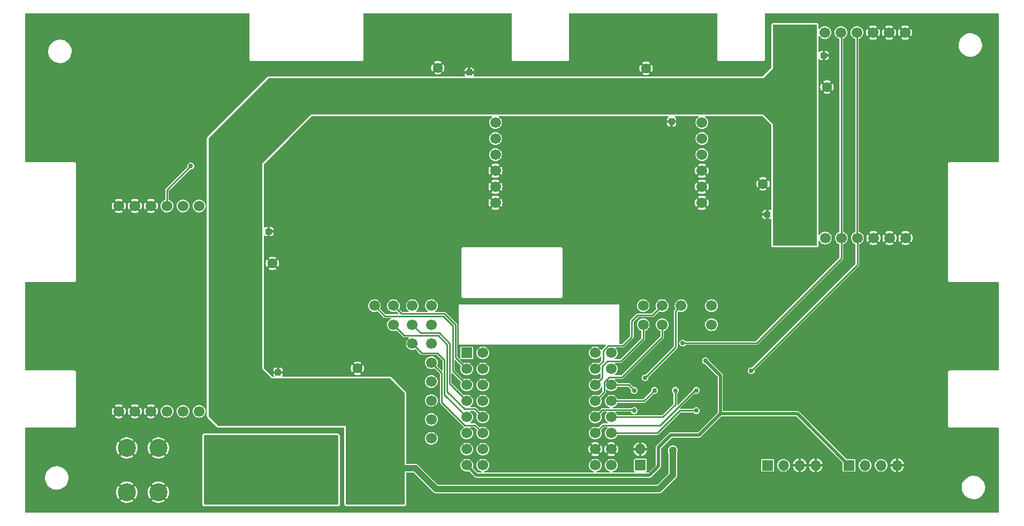
<source format=gbr>
%TF.GenerationSoftware,KiCad,Pcbnew,7.0.5*%
%TF.CreationDate,2023-07-18T15:35:35-04:00*%
%TF.ProjectId,PCBPT_Main_control_V1,50434250-545f-44d6-9169-6e5f636f6e74,rev?*%
%TF.SameCoordinates,Original*%
%TF.FileFunction,Copper,L2,Bot*%
%TF.FilePolarity,Positive*%
%FSLAX46Y46*%
G04 Gerber Fmt 4.6, Leading zero omitted, Abs format (unit mm)*
G04 Created by KiCad (PCBNEW 7.0.5) date 2023-07-18 15:35:35*
%MOMM*%
%LPD*%
G01*
G04 APERTURE LIST*
G04 Aperture macros list*
%AMRoundRect*
0 Rectangle with rounded corners*
0 $1 Rounding radius*
0 $2 $3 $4 $5 $6 $7 $8 $9 X,Y pos of 4 corners*
0 Add a 4 corners polygon primitive as box body*
4,1,4,$2,$3,$4,$5,$6,$7,$8,$9,$2,$3,0*
0 Add four circle primitives for the rounded corners*
1,1,$1+$1,$2,$3*
1,1,$1+$1,$4,$5*
1,1,$1+$1,$6,$7*
1,1,$1+$1,$8,$9*
0 Add four rect primitives between the rounded corners*
20,1,$1+$1,$2,$3,$4,$5,0*
20,1,$1+$1,$4,$5,$6,$7,0*
20,1,$1+$1,$6,$7,$8,$9,0*
20,1,$1+$1,$8,$9,$2,$3,0*%
G04 Aperture macros list end*
%TA.AperFunction,ComponentPad*%
%ADD10R,1.700000X1.700000*%
%TD*%
%TA.AperFunction,ComponentPad*%
%ADD11O,1.700000X1.700000*%
%TD*%
%TA.AperFunction,ComponentPad*%
%ADD12C,1.700000*%
%TD*%
%TA.AperFunction,ComponentPad*%
%ADD13R,1.600000X1.600000*%
%TD*%
%TA.AperFunction,ComponentPad*%
%ADD14C,1.600000*%
%TD*%
%TA.AperFunction,ComponentPad*%
%ADD15C,2.850000*%
%TD*%
%TA.AperFunction,ComponentPad*%
%ADD16C,2.500000*%
%TD*%
%TA.AperFunction,SMDPad,CuDef*%
%ADD17RoundRect,0.237500X0.237500X-0.300000X0.237500X0.300000X-0.237500X0.300000X-0.237500X-0.300000X0*%
%TD*%
%TA.AperFunction,SMDPad,CuDef*%
%ADD18RoundRect,0.237500X-0.300000X-0.237500X0.300000X-0.237500X0.300000X0.237500X-0.300000X0.237500X0*%
%TD*%
%TA.AperFunction,SMDPad,CuDef*%
%ADD19RoundRect,0.237500X0.300000X0.237500X-0.300000X0.237500X-0.300000X-0.237500X0.300000X-0.237500X0*%
%TD*%
%TA.AperFunction,SMDPad,CuDef*%
%ADD20RoundRect,0.237500X-0.237500X0.300000X-0.237500X-0.300000X0.237500X-0.300000X0.237500X0.300000X0*%
%TD*%
%TA.AperFunction,ViaPad*%
%ADD21C,1.270000*%
%TD*%
%TA.AperFunction,ViaPad*%
%ADD22C,0.762000*%
%TD*%
%TA.AperFunction,Conductor*%
%ADD23C,0.508000*%
%TD*%
%TA.AperFunction,Conductor*%
%ADD24C,0.254000*%
%TD*%
%TA.AperFunction,Conductor*%
%ADD25C,1.016000*%
%TD*%
G04 APERTURE END LIST*
D10*
%TO.P,J8,1,Pin_1*%
%TO.N,VCC*%
X200550000Y-110250000D03*
D11*
%TO.P,J8,2,Pin_2*%
%TO.N,SDA*%
X203090000Y-110250000D03*
%TO.P,J8,3,Pin_3*%
%TO.N,SCL*%
X205630000Y-110250000D03*
%TO.P,J8,4,Pin_4*%
%TO.N,GND*%
X208170000Y-110250000D03*
%TD*%
D10*
%TO.P,J4,1,Pin_1*%
%TO.N,VDD*%
X187670000Y-110250000D03*
D11*
%TO.P,J4,2,Pin_2*%
X190210000Y-110250000D03*
%TO.P,J4,3,Pin_3*%
%TO.N,GND*%
X192750000Y-110250000D03*
%TO.P,J4,4,Pin_4*%
X195290000Y-110250000D03*
%TD*%
D12*
%TO.P,TP8,1,1*%
%TO.N,SCL*%
X178800000Y-85000000D03*
%TD*%
%TO.P,TP7,1,1*%
%TO.N,SDA*%
X178800000Y-88000000D03*
%TD*%
D10*
%TO.P,J1,1,Pin_1*%
%TO.N,+5V*%
X167550000Y-110225000D03*
D11*
%TO.P,J1,2,Pin_2*%
%TO.N,GND*%
X167550000Y-107685000D03*
%TD*%
D13*
%TO.P,C8,1*%
%TO.N,VPP*%
X122810000Y-97412380D03*
D14*
%TO.P,C8,2*%
%TO.N,GND*%
X122810000Y-94912380D03*
%TD*%
D12*
%TO.P,TP15,1,1*%
%TO.N,Net-(U7-IO10)*%
X134500000Y-94000000D03*
%TD*%
%TO.P,TP6,1,1*%
%TO.N,Net-(U7-IO2)*%
X131500000Y-85000000D03*
%TD*%
D15*
%TO.P,J2,1,1*%
%TO.N,+12V*%
X105800000Y-107500000D03*
%TO.P,J2,2,2*%
X105800000Y-114510000D03*
%TO.P,J2,3,3*%
X100800000Y-107500000D03*
%TO.P,J2,4,4*%
X100800000Y-114510000D03*
%TD*%
D12*
%TO.P,TP23,1,1*%
%TO.N,Net-(U7-IO38)*%
X171000000Y-85000000D03*
%TD*%
%TO.P,TP20,1,1*%
%TO.N,Net-(U7-IO34)*%
X171000000Y-88000000D03*
%TD*%
D10*
%TO.P,U2,1,VPP*%
%TO.N,VPP*%
X102840000Y-101715000D03*
D12*
%TO.P,U2,2,VPP*%
X100300000Y-101715000D03*
%TO.P,U2,3,GPIO*%
%TO.N,GPIO2*%
X97760000Y-101715000D03*
%TO.P,U2,4,SCL*%
%TO.N,SCL*%
X95220000Y-101715000D03*
%TO.P,U2,5,SDA*%
%TO.N,SDA*%
X92680000Y-101715000D03*
%TO.P,U2,6,GND*%
%TO.N,GND*%
X90140000Y-101715000D03*
%TO.P,U2,7,GND*%
X87600000Y-101715000D03*
%TO.P,U2,8,GND*%
X85060000Y-101715000D03*
%TD*%
%TO.P,TP2,1,1*%
%TO.N,Net-(U7-IO13)*%
X134500000Y-100000000D03*
%TD*%
%TO.P,TP14,1,1*%
%TO.N,Net-(U7-IO14)*%
X134500000Y-106000000D03*
%TD*%
D13*
%TO.P,C11,1*%
%TO.N,VPP*%
X168460000Y-49922380D03*
D14*
%TO.P,C11,2*%
%TO.N,GND*%
X168460000Y-47422380D03*
%TD*%
D12*
%TO.P,TP16,1,1*%
%TO.N,Net-(U7-IO5)*%
X125500000Y-85000000D03*
%TD*%
D13*
%TO.P,C12,1*%
%TO.N,VPP*%
X194577621Y-50400000D03*
D14*
%TO.P,C12,2*%
%TO.N,GND*%
X197077621Y-50400000D03*
%TD*%
D10*
%TO.P,U3,1,VPP*%
%TO.N,VPP*%
X144640000Y-50935000D03*
D12*
%TO.P,U3,2,VPP*%
X144640000Y-53475000D03*
%TO.P,U3,3,GPIO*%
%TO.N,GPIO3*%
X144640000Y-56015000D03*
%TO.P,U3,4,SCL*%
%TO.N,SCL*%
X144640000Y-58555000D03*
%TO.P,U3,5,SDA*%
%TO.N,SDA*%
X144640000Y-61095000D03*
%TO.P,U3,6,GND*%
%TO.N,GND*%
X144640000Y-63635000D03*
%TO.P,U3,7,GND*%
X144640000Y-66175000D03*
%TO.P,U3,8,GND*%
X144640000Y-68715000D03*
%TD*%
%TO.P,TP4,1,1*%
%TO.N,Net-(U7-IO12)*%
X134500000Y-103000000D03*
%TD*%
%TO.P,TP12,1,1*%
%TO.N,Net-(U7-IO4)*%
X134500000Y-88000000D03*
%TD*%
D10*
%TO.P,U6,1,VPP*%
%TO.N,VPP*%
X191720000Y-74285000D03*
D12*
%TO.P,U6,2,VPP*%
X194260000Y-74285000D03*
%TO.P,U6,3,GPIO*%
%TO.N,GPIO6*%
X196800000Y-74285000D03*
%TO.P,U6,4,SCL*%
%TO.N,SCL*%
X199340000Y-74285000D03*
%TO.P,U6,5,SDA*%
%TO.N,SDA*%
X201880000Y-74285000D03*
%TO.P,U6,6,GND*%
%TO.N,GND*%
X204420000Y-74285000D03*
%TO.P,U6,7,GND*%
X206960000Y-74285000D03*
%TO.P,U6,8,GND*%
X209500000Y-74285000D03*
%TD*%
%TO.P,TP11,1,1*%
%TO.N,Net-(U7-IO3)*%
X128500000Y-85000000D03*
%TD*%
%TO.P,TP18,1,1*%
%TO.N,Net-(U7-IO8)*%
X128500000Y-88000000D03*
%TD*%
D13*
%TO.P,C13,1*%
%TO.N,VPP*%
X189452380Y-65710000D03*
D14*
%TO.P,C13,2*%
%TO.N,GND*%
X186952380Y-65710000D03*
%TD*%
D10*
%TO.P,U5,1,VPP*%
%TO.N,VPP*%
X191660000Y-41785000D03*
D12*
%TO.P,U5,2,VPP*%
X194200000Y-41785000D03*
%TO.P,U5,3,GPIO*%
%TO.N,GPIO5*%
X196740000Y-41785000D03*
%TO.P,U5,4,SCL*%
%TO.N,SCL*%
X199280000Y-41785000D03*
%TO.P,U5,5,SDA*%
%TO.N,SDA*%
X201820000Y-41785000D03*
%TO.P,U5,6,GND*%
%TO.N,GND*%
X204360000Y-41785000D03*
%TO.P,U5,7,GND*%
X206900000Y-41785000D03*
%TO.P,U5,8,GND*%
X209440000Y-41785000D03*
%TD*%
D15*
%TO.P,J3,1,1*%
%TO.N,GND*%
X91330000Y-107500000D03*
%TO.P,J3,2,2*%
X91330000Y-114510000D03*
%TO.P,J3,3,3*%
X86330000Y-107500000D03*
%TO.P,J3,4,4*%
X86330000Y-114510000D03*
%TD*%
D13*
%TO.P,C10,1*%
%TO.N,VPP*%
X135520000Y-49842380D03*
D14*
%TO.P,C10,2*%
%TO.N,GND*%
X135520000Y-47342380D03*
%TD*%
D12*
%TO.P,TP17,1,1*%
%TO.N,Net-(U7-IO9)*%
X131500000Y-91000000D03*
%TD*%
D13*
%TO.P,C9,1*%
%TO.N,VPP*%
X106857621Y-78290000D03*
D14*
%TO.P,C9,2*%
%TO.N,GND*%
X109357621Y-78290000D03*
%TD*%
D12*
%TO.P,TP1,1,1*%
%TO.N,Net-(U7-IO1)*%
X134500000Y-85000000D03*
%TD*%
%TO.P,TP13,1,1*%
%TO.N,Net-(U7-IO11)*%
X134500000Y-97000000D03*
%TD*%
D10*
%TO.P,U1,1,VPP*%
%TO.N,VPP*%
X102840000Y-69215000D03*
D12*
%TO.P,U1,2,VPP*%
X100300000Y-69215000D03*
%TO.P,U1,3,GPIO*%
%TO.N,GPIO1*%
X97760000Y-69215000D03*
%TO.P,U1,4,SCL*%
%TO.N,SCL*%
X95220000Y-69215000D03*
%TO.P,U1,5,SDA*%
%TO.N,SDA*%
X92680000Y-69215000D03*
%TO.P,U1,6,GND*%
%TO.N,GND*%
X90140000Y-69215000D03*
%TO.P,U1,7,GND*%
X87600000Y-69215000D03*
%TO.P,U1,8,GND*%
X85060000Y-69215000D03*
%TD*%
D10*
%TO.P,U7,1,EN*%
%TO.N,unconnected-(U7-EN-Pad1)*%
X140095000Y-92460000D03*
D12*
%TO.P,U7,2,IO3*%
%TO.N,Net-(U7-IO3)*%
X140095000Y-95000000D03*
%TO.P,U7,3,IO5*%
%TO.N,Net-(U7-IO5)*%
X140095000Y-97540000D03*
%TO.P,U7,4,IO7*%
%TO.N,Net-(U7-IO7)*%
X140095000Y-100080000D03*
%TO.P,U7,5,IO9*%
%TO.N,Net-(U7-IO9)*%
X140095000Y-102620000D03*
%TO.P,U7,6,IO11*%
%TO.N,Net-(U7-IO11)*%
X140095000Y-105160000D03*
%TO.P,U7,7,IO12*%
%TO.N,Net-(U7-IO12)*%
X140095000Y-107700000D03*
%TO.P,U7,8,3V3*%
%TO.N,VCC*%
X140095000Y-110240000D03*
%TO.P,U7,9,VBUS*%
%TO.N,+5V*%
X162955000Y-110240000D03*
%TO.P,U7,10,GND*%
%TO.N,GND*%
X162955000Y-107700000D03*
%TO.P,U7,11,IO16*%
%TO.N,/ESP32S2_module/IND6*%
X162955000Y-105160000D03*
%TO.P,U7,12,IO18*%
%TO.N,/ESP32S2_module/IND4*%
X162955000Y-102620000D03*
%TO.P,U7,13,IO33*%
%TO.N,/ESP32S2_module/IND3*%
X162955000Y-100080000D03*
%TO.P,U7,14,IO35*%
%TO.N,/ESP32S2_module/IND2*%
X162955000Y-97540000D03*
%TO.P,U7,15,IO37*%
%TO.N,SDA*%
X162955000Y-95000000D03*
%TO.P,U7,16,IO39*%
%TO.N,SCL*%
X162955000Y-92460000D03*
%TO.P,U7,17,IO1*%
%TO.N,Net-(U7-IO1)*%
X142635000Y-92460000D03*
%TO.P,U7,18,IO2*%
%TO.N,Net-(U7-IO2)*%
X142635000Y-95000000D03*
%TO.P,U7,19,IO4*%
%TO.N,Net-(U7-IO4)*%
X142635000Y-97540000D03*
%TO.P,U7,20,IO6*%
%TO.N,Net-(U7-IO6)*%
X142635000Y-100080000D03*
%TO.P,U7,21,IO8*%
%TO.N,Net-(U7-IO8)*%
X142635000Y-102620000D03*
%TO.P,U7,22,IO10*%
%TO.N,Net-(U7-IO10)*%
X142635000Y-105160000D03*
%TO.P,U7,23,IO13*%
%TO.N,Net-(U7-IO13)*%
X142635000Y-107700000D03*
%TO.P,U7,24,IO14*%
%TO.N,Net-(U7-IO14)*%
X142635000Y-110240000D03*
%TO.P,U7,25,IO15*%
%TO.N,Net-(U7-IO15)*%
X160415000Y-110240000D03*
%TO.P,U7,26,GND*%
%TO.N,GND*%
X160415000Y-107700000D03*
%TO.P,U7,27,IO17*%
%TO.N,/ESP32S2_module/IND5*%
X160415000Y-105160000D03*
%TO.P,U7,28,IO21*%
%TO.N,/ESP32S2_module/IND1*%
X160415000Y-102620000D03*
%TO.P,U7,29,IO34*%
%TO.N,Net-(U7-IO34)*%
X160415000Y-100080000D03*
%TO.P,U7,30,IO36*%
%TO.N,Net-(U7-IO36)*%
X160415000Y-97540000D03*
%TO.P,U7,31,IO38*%
%TO.N,Net-(U7-IO38)*%
X160415000Y-95000000D03*
%TO.P,U7,32,IO40*%
%TO.N,Net-(U7-IO40)*%
X160415000Y-92460000D03*
%TD*%
%TO.P,TP5,1,1*%
%TO.N,Net-(U7-IO7)*%
X131500000Y-88000000D03*
%TD*%
%TO.P,TP21,1,1*%
%TO.N,Net-(U7-IO40)*%
X168000000Y-85000000D03*
%TD*%
%TO.P,TP19,1,1*%
%TO.N,Net-(U7-IO15)*%
X174000000Y-85000000D03*
%TD*%
%TO.P,TP22,1,1*%
%TO.N,Net-(U7-IO36)*%
X168000000Y-88000000D03*
%TD*%
D16*
%TO.P,U8,1,1*%
%TO.N,+12V*%
X114555000Y-110700000D03*
%TO.P,U8,2,2*%
X118215000Y-110700000D03*
%TO.P,U8,3,3*%
%TO.N,VPP*%
X122685000Y-110700000D03*
%TO.P,U8,4,4*%
X126345000Y-110700000D03*
%TD*%
D10*
%TO.P,U4,1,VPP*%
%TO.N,VPP*%
X177290000Y-50935000D03*
D12*
%TO.P,U4,2,VPP*%
X177290000Y-53475000D03*
%TO.P,U4,3,GPIO*%
%TO.N,GPIO4*%
X177290000Y-56015000D03*
%TO.P,U4,4,SCL*%
%TO.N,SCL*%
X177290000Y-58555000D03*
%TO.P,U4,5,SDA*%
%TO.N,SDA*%
X177290000Y-61095000D03*
%TO.P,U4,6,GND*%
%TO.N,GND*%
X177290000Y-63635000D03*
%TO.P,U4,7,GND*%
X177290000Y-66175000D03*
%TO.P,U4,8,GND*%
X177290000Y-68715000D03*
%TD*%
%TO.P,TP3,1,1*%
%TO.N,Net-(U7-IO6)*%
X134500000Y-91000000D03*
%TD*%
D17*
%TO.P,C3,1*%
%TO.N,VPP*%
X140500000Y-49812500D03*
%TO.P,C3,2*%
%TO.N,GND*%
X140500000Y-48087500D03*
%TD*%
%TO.P,C1,1*%
%TO.N,VPP*%
X110250000Y-97262500D03*
%TO.P,C1,2*%
%TO.N,GND*%
X110250000Y-95537500D03*
%TD*%
D18*
%TO.P,C5,1*%
%TO.N,VPP*%
X194837500Y-45400000D03*
%TO.P,C5,2*%
%TO.N,GND*%
X196562500Y-45400000D03*
%TD*%
D19*
%TO.P,C7,1*%
%TO.N,VPP*%
X189362500Y-70550000D03*
%TO.P,C7,2*%
%TO.N,GND*%
X187637500Y-70550000D03*
%TD*%
D20*
%TO.P,C4,1*%
%TO.N,VPP*%
X172500000Y-54137500D03*
%TO.P,C4,2*%
%TO.N,GND*%
X172500000Y-55862500D03*
%TD*%
D18*
%TO.P,C2,1*%
%TO.N,VPP*%
X107037500Y-73250000D03*
%TO.P,C2,2*%
%TO.N,GND*%
X108762500Y-73250000D03*
%TD*%
D21*
%TO.N,VPP*%
X172687500Y-107900000D03*
D22*
%TO.N,VCC*%
X177850000Y-93700000D03*
%TO.N,SDA*%
X96450000Y-62900000D03*
X185100000Y-95300000D03*
%TO.N,SCL*%
X174250000Y-90900000D03*
%TO.N,/ESP32S2_module/IND1*%
X166600000Y-101600000D03*
%TO.N,/ESP32S2_module/IND3*%
X169800000Y-98400000D03*
%TO.N,/ESP32S2_module/IND5*%
X176400000Y-98400000D03*
%TO.N,/ESP32S2_module/IND2*%
X166600000Y-98400000D03*
%TO.N,Net-(U7-IO15)*%
X168300000Y-96400000D03*
%TO.N,/ESP32S2_module/IND4*%
X173100000Y-98400000D03*
%TO.N,/ESP32S2_module/IND6*%
X176400000Y-101600000D03*
%TD*%
D23*
%TO.N,VCC*%
X192400000Y-102100000D02*
X180200000Y-102100000D01*
X200550000Y-110250000D02*
X192400000Y-102100000D01*
D24*
%TO.N,Net-(U7-IO38)*%
X169500000Y-86500000D02*
X171000000Y-85000000D01*
X166200000Y-87450000D02*
X167150000Y-86500000D01*
X162487187Y-91330600D02*
X164819400Y-91330600D01*
X161650000Y-92167787D02*
X162487187Y-91330600D01*
X164819400Y-91330600D02*
X166200000Y-89950000D01*
X166200000Y-89950000D02*
X166200000Y-87450000D01*
X167150000Y-86500000D02*
X169500000Y-86500000D01*
X161650000Y-93765000D02*
X161650000Y-92167787D01*
X160415000Y-95000000D02*
X161650000Y-93765000D01*
D25*
%TO.N,VPP*%
X135250000Y-114000000D02*
X131950000Y-110700000D01*
X172687500Y-107900000D02*
X172687500Y-111812500D01*
X131950000Y-110700000D02*
X126345000Y-110700000D01*
X170500000Y-114000000D02*
X135250000Y-114000000D01*
X172687500Y-111812500D02*
X170500000Y-114000000D01*
D23*
%TO.N,VCC*%
X180200000Y-102100000D02*
X180200000Y-96050000D01*
X169000000Y-111800000D02*
X170400000Y-110400000D01*
X170400000Y-110400000D02*
X170400000Y-107400000D01*
X141655000Y-111800000D02*
X169000000Y-111800000D01*
X180200000Y-96050000D02*
X177850000Y-93700000D01*
X176850000Y-105450000D02*
X180200000Y-102100000D01*
X172350000Y-105450000D02*
X176850000Y-105450000D01*
X140095000Y-110240000D02*
X141655000Y-111800000D01*
X170400000Y-107400000D02*
X172350000Y-105450000D01*
D24*
%TO.N,SDA*%
X92680000Y-69215000D02*
X92680000Y-66670000D01*
X201820000Y-74225000D02*
X201880000Y-74285000D01*
X92680000Y-66670000D02*
X96450000Y-62900000D01*
X201820000Y-41785000D02*
X201820000Y-74225000D01*
X185050000Y-95350000D02*
X201880000Y-78520000D01*
X201880000Y-78520000D02*
X201880000Y-74285000D01*
%TO.N,SCL*%
X199340000Y-74285000D02*
X199340000Y-41845000D01*
X199340000Y-41845000D02*
X199280000Y-41785000D01*
X185950000Y-90900000D02*
X199340000Y-77510000D01*
X199340000Y-77510000D02*
X199340000Y-74285000D01*
X174250000Y-90900000D02*
X185950000Y-90900000D01*
%TO.N,Net-(U7-IO3)*%
X129733600Y-86233600D02*
X136538336Y-86233600D01*
X138290000Y-93195000D02*
X140095000Y-95000000D01*
X128500000Y-85000000D02*
X129733600Y-86233600D01*
X136538336Y-86233600D02*
X138290000Y-87985264D01*
X138290000Y-87985264D02*
X138290000Y-93195000D01*
%TO.N,Net-(U7-IO5)*%
X127140000Y-86640000D02*
X125500000Y-85000000D01*
X137880000Y-95325000D02*
X137880000Y-88150000D01*
X140095000Y-97540000D02*
X137880000Y-95325000D01*
X136370000Y-86640000D02*
X127140000Y-86640000D01*
X137880000Y-88150000D02*
X136370000Y-86640000D01*
%TO.N,Net-(U7-IO7)*%
X137390000Y-90950000D02*
X135740000Y-89300000D01*
X135740000Y-89300000D02*
X132800000Y-89300000D01*
X137390000Y-97375000D02*
X137390000Y-90950000D01*
X132800000Y-89300000D02*
X131500000Y-88000000D01*
X140095000Y-100080000D02*
X137390000Y-97375000D01*
%TO.N,Net-(U7-IO9)*%
X135460000Y-92500000D02*
X133000000Y-92500000D01*
X136570000Y-99095000D02*
X136570000Y-93610000D01*
X136570000Y-93610000D02*
X135460000Y-92500000D01*
X133000000Y-92500000D02*
X131500000Y-91000000D01*
X140095000Y-102620000D02*
X136570000Y-99095000D01*
%TO.N,/ESP32S2_module/IND1*%
X160415000Y-102620000D02*
X161544400Y-101490600D01*
X166490600Y-101490600D02*
X166600000Y-101600000D01*
X161544400Y-101490600D02*
X166490600Y-101490600D01*
%TO.N,/ESP32S2_module/IND3*%
X168120000Y-100080000D02*
X169800000Y-98400000D01*
X162955000Y-100080000D02*
X168120000Y-100080000D01*
%TO.N,/ESP32S2_module/IND5*%
X170700000Y-103900000D02*
X176200000Y-98400000D01*
X161675000Y-103900000D02*
X170700000Y-103900000D01*
X176200000Y-98400000D02*
X176400000Y-98400000D01*
X160415000Y-105160000D02*
X161675000Y-103900000D01*
%TO.N,/ESP32S2_module/IND2*%
X162955000Y-97540000D02*
X165740000Y-97540000D01*
X165740000Y-97540000D02*
X166600000Y-98400000D01*
%TO.N,Net-(U7-IO8)*%
X136980000Y-91114736D02*
X135575264Y-89710000D01*
X141355000Y-101340000D02*
X139757787Y-101340000D01*
X142635000Y-102620000D02*
X141355000Y-101340000D01*
X130210000Y-89710000D02*
X128500000Y-88000000D01*
X136980000Y-98562213D02*
X136980000Y-91114736D01*
X139757787Y-101340000D02*
X136980000Y-98562213D01*
X135575264Y-89710000D02*
X130210000Y-89710000D01*
%TO.N,Net-(U7-IO10)*%
X142635000Y-105160000D02*
X141375000Y-103900000D01*
X136160000Y-95660000D02*
X134500000Y-94000000D01*
X136160000Y-100282213D02*
X136160000Y-95660000D01*
X141375000Y-103900000D02*
X139777787Y-103900000D01*
X139777787Y-103900000D02*
X136160000Y-100282213D01*
%TO.N,Net-(U7-IO15)*%
X173150000Y-85850000D02*
X174000000Y-85000000D01*
X168300000Y-96400000D02*
X173150000Y-91550000D01*
X173150000Y-91550000D02*
X173150000Y-85850000D01*
%TO.N,Net-(U7-IO34)*%
X162597787Y-96300000D02*
X164650000Y-96300000D01*
X161825600Y-97072187D02*
X162597787Y-96300000D01*
X171000000Y-89950000D02*
X171000000Y-88000000D01*
X164650000Y-96300000D02*
X171000000Y-89950000D01*
X161825600Y-98669400D02*
X161825600Y-97072187D01*
X160415000Y-100080000D02*
X161825600Y-98669400D01*
%TO.N,Net-(U7-IO36)*%
X160415000Y-97540000D02*
X161544400Y-96410600D01*
X168000000Y-90250000D02*
X168000000Y-88000000D01*
X161544400Y-96410600D02*
X161544400Y-94555600D01*
X164500000Y-93750000D02*
X168000000Y-90250000D01*
X161544400Y-94555600D02*
X162350000Y-93750000D01*
X162350000Y-93750000D02*
X164500000Y-93750000D01*
%TO.N,/ESP32S2_module/IND4*%
X173100000Y-100600000D02*
X173100000Y-98400000D01*
X162955000Y-102620000D02*
X171080000Y-102620000D01*
X171080000Y-102620000D02*
X173100000Y-100600000D01*
%TO.N,/ESP32S2_module/IND6*%
X173800000Y-101600000D02*
X176400000Y-101600000D01*
X170240000Y-105160000D02*
X173800000Y-101600000D01*
X162955000Y-105160000D02*
X170240000Y-105160000D01*
%TD*%
%TA.AperFunction,Conductor*%
%TO.N,GND*%
G36*
X105714101Y-38775065D02*
G01*
X105744165Y-38827136D01*
X105745500Y-38842400D01*
X105745500Y-45966276D01*
X105743811Y-45983424D01*
X105740514Y-45999999D01*
X105740514Y-46000000D01*
X105745500Y-46025067D01*
X105760265Y-46099301D01*
X105782040Y-46131888D01*
X105816516Y-46183484D01*
X105900699Y-46239734D01*
X106000000Y-46259486D01*
X106016576Y-46256189D01*
X106033724Y-46254500D01*
X123466276Y-46254500D01*
X123483424Y-46256189D01*
X123499999Y-46259486D01*
X123499999Y-46259485D01*
X123500000Y-46259486D01*
X123599301Y-46239734D01*
X123683484Y-46183484D01*
X123739734Y-46099301D01*
X123754500Y-46025067D01*
X123754500Y-46025066D01*
X123759486Y-46000000D01*
X123756189Y-45983424D01*
X123754500Y-45966276D01*
X123754500Y-38842400D01*
X123775065Y-38785899D01*
X123827136Y-38755835D01*
X123842400Y-38754500D01*
X147157600Y-38754500D01*
X147214101Y-38775065D01*
X147244165Y-38827136D01*
X147245500Y-38842400D01*
X147245500Y-45966276D01*
X147243811Y-45983424D01*
X147240514Y-45999999D01*
X147240514Y-46000000D01*
X147245500Y-46025067D01*
X147260265Y-46099301D01*
X147282040Y-46131888D01*
X147316516Y-46183484D01*
X147400699Y-46239734D01*
X147500000Y-46259486D01*
X147516576Y-46256189D01*
X147533724Y-46254500D01*
X155966276Y-46254500D01*
X155983424Y-46256189D01*
X155999999Y-46259486D01*
X155999999Y-46259485D01*
X156000000Y-46259486D01*
X156099301Y-46239734D01*
X156183484Y-46183484D01*
X156239734Y-46099301D01*
X156254500Y-46025067D01*
X156254500Y-46025066D01*
X156259486Y-46000000D01*
X156256189Y-45983424D01*
X156254500Y-45966276D01*
X156254500Y-38842400D01*
X156275065Y-38785899D01*
X156327136Y-38755835D01*
X156342400Y-38754500D01*
X179657600Y-38754500D01*
X179714101Y-38775065D01*
X179744165Y-38827136D01*
X179745500Y-38842400D01*
X179745500Y-45966276D01*
X179743811Y-45983424D01*
X179740514Y-45999999D01*
X179740513Y-46000000D01*
X179745500Y-46025067D01*
X179760265Y-46099301D01*
X179782040Y-46131888D01*
X179816516Y-46183484D01*
X179900699Y-46239734D01*
X180000000Y-46259486D01*
X180016576Y-46256189D01*
X180033724Y-46254500D01*
X186966276Y-46254500D01*
X186983424Y-46256189D01*
X186999999Y-46259486D01*
X186999999Y-46259485D01*
X187000000Y-46259486D01*
X187099301Y-46239734D01*
X187183484Y-46183484D01*
X187239734Y-46099301D01*
X187254500Y-46025067D01*
X187254500Y-46025066D01*
X187259486Y-46000000D01*
X187256189Y-45983424D01*
X187254500Y-45966276D01*
X187254500Y-38842400D01*
X187275065Y-38785899D01*
X187327136Y-38755835D01*
X187342400Y-38754500D01*
X224157600Y-38754500D01*
X224214101Y-38775065D01*
X224244165Y-38827136D01*
X224245500Y-38842400D01*
X224245500Y-62157600D01*
X224224935Y-62214101D01*
X224172864Y-62244165D01*
X224157600Y-62245500D01*
X216533724Y-62245500D01*
X216516576Y-62243811D01*
X216500000Y-62240514D01*
X216474933Y-62245500D01*
X216400698Y-62260265D01*
X216316518Y-62316514D01*
X216316514Y-62316518D01*
X216260266Y-62400698D01*
X216240514Y-62499999D01*
X216243811Y-62516577D01*
X216245499Y-62533723D01*
X216245499Y-80966276D01*
X216243811Y-80983421D01*
X216240514Y-80999999D01*
X216240513Y-81000000D01*
X216245500Y-81025067D01*
X216260265Y-81099301D01*
X216316258Y-81183098D01*
X216316516Y-81183484D01*
X216400699Y-81239734D01*
X216500000Y-81259486D01*
X216516576Y-81256189D01*
X216533724Y-81254500D01*
X224157600Y-81254500D01*
X224214101Y-81275065D01*
X224244165Y-81327136D01*
X224245500Y-81342400D01*
X224245500Y-95157600D01*
X224224935Y-95214101D01*
X224172864Y-95244165D01*
X224157600Y-95245500D01*
X216533724Y-95245500D01*
X216516576Y-95243811D01*
X216500000Y-95240514D01*
X216474933Y-95245500D01*
X216400698Y-95260265D01*
X216316518Y-95316514D01*
X216316514Y-95316518D01*
X216260266Y-95400698D01*
X216260265Y-95400699D01*
X216260266Y-95400699D01*
X216240514Y-95500000D01*
X216240670Y-95500785D01*
X216243811Y-95516574D01*
X216245500Y-95533723D01*
X216245500Y-103966276D01*
X216243811Y-103983424D01*
X216240514Y-103999999D01*
X216240513Y-104000000D01*
X216245500Y-104025067D01*
X216260265Y-104099301D01*
X216308583Y-104171612D01*
X216316516Y-104183484D01*
X216400699Y-104239734D01*
X216500000Y-104259486D01*
X216516576Y-104256189D01*
X216533724Y-104254500D01*
X224157600Y-104254500D01*
X224214101Y-104275065D01*
X224244165Y-104327136D01*
X224245500Y-104342400D01*
X224245500Y-117657600D01*
X224224935Y-117714101D01*
X224172864Y-117744165D01*
X224157600Y-117745500D01*
X70342400Y-117745500D01*
X70285899Y-117724935D01*
X70255835Y-117672864D01*
X70254500Y-117657600D01*
X70254500Y-116417766D01*
X98240500Y-116417766D01*
X98240993Y-116429058D01*
X98240995Y-116429082D01*
X98242823Y-116449993D01*
X98244054Y-116461236D01*
X98276601Y-116557113D01*
X98276602Y-116557115D01*
X98276603Y-116557117D01*
X98306667Y-116609188D01*
X98356082Y-116670758D01*
X98442644Y-116723285D01*
X98442647Y-116723286D01*
X98442646Y-116723286D01*
X98442954Y-116723398D01*
X98499145Y-116743850D01*
X98587900Y-116759500D01*
X98587903Y-116759500D01*
X119667755Y-116759500D01*
X119667761Y-116759500D01*
X119679071Y-116759006D01*
X119699974Y-116757178D01*
X119699989Y-116757176D01*
X119699993Y-116757176D01*
X119702996Y-116756847D01*
X119711238Y-116755945D01*
X119807117Y-116723397D01*
X119859188Y-116693333D01*
X119920758Y-116643918D01*
X119973285Y-116557356D01*
X119993850Y-116500855D01*
X120009500Y-116412100D01*
X120009500Y-105582239D01*
X120009006Y-105570929D01*
X120007178Y-105550026D01*
X120005945Y-105538762D01*
X119973397Y-105442883D01*
X119943333Y-105390812D01*
X119893918Y-105329242D01*
X119807356Y-105276715D01*
X119807354Y-105276714D01*
X119807352Y-105276713D01*
X119807353Y-105276713D01*
X119763880Y-105260891D01*
X119750855Y-105256150D01*
X119662100Y-105240500D01*
X98582239Y-105240500D01*
X98582233Y-105240500D01*
X98570941Y-105240993D01*
X98570917Y-105240995D01*
X98550006Y-105242823D01*
X98538763Y-105244054D01*
X98442886Y-105276601D01*
X98390814Y-105306666D01*
X98390813Y-105306666D01*
X98390811Y-105306667D01*
X98390812Y-105306667D01*
X98341027Y-105346624D01*
X98329241Y-105356083D01*
X98276713Y-105442646D01*
X98256151Y-105499142D01*
X98256150Y-105499145D01*
X98241497Y-105582245D01*
X98240500Y-105587902D01*
X98240500Y-116417766D01*
X70254500Y-116417766D01*
X70254500Y-114510002D01*
X84646292Y-114510002D01*
X84665097Y-114760941D01*
X84665099Y-114760952D01*
X84721092Y-115006276D01*
X84721093Y-115006278D01*
X84813033Y-115240535D01*
X84938857Y-115458468D01*
X85015728Y-115554861D01*
X85536952Y-115033636D01*
X85574889Y-115094499D01*
X85708005Y-115234537D01*
X85806390Y-115303015D01*
X85281893Y-115827513D01*
X85488148Y-115968135D01*
X85714868Y-116077318D01*
X85955344Y-116151494D01*
X86204173Y-116188999D01*
X86204181Y-116189000D01*
X86455819Y-116189000D01*
X86455826Y-116188999D01*
X86704655Y-116151494D01*
X86945131Y-116077318D01*
X87171849Y-115968136D01*
X87171859Y-115968130D01*
X87378105Y-115827513D01*
X86855461Y-115304869D01*
X86875503Y-115293746D01*
X87022104Y-115167894D01*
X87124725Y-115035317D01*
X87644270Y-115554862D01*
X87721142Y-115458468D01*
X87721143Y-115458466D01*
X87846966Y-115240535D01*
X87938906Y-115006278D01*
X87938907Y-115006276D01*
X87994900Y-114760952D01*
X87994902Y-114760941D01*
X88013708Y-114510002D01*
X89646292Y-114510002D01*
X89665097Y-114760941D01*
X89665099Y-114760952D01*
X89721092Y-115006276D01*
X89721093Y-115006278D01*
X89813033Y-115240535D01*
X89938857Y-115458468D01*
X90015728Y-115554861D01*
X90536952Y-115033636D01*
X90574889Y-115094499D01*
X90708005Y-115234537D01*
X90806390Y-115303015D01*
X90281893Y-115827513D01*
X90488148Y-115968135D01*
X90714868Y-116077318D01*
X90955344Y-116151494D01*
X91204173Y-116188999D01*
X91204181Y-116189000D01*
X91455819Y-116189000D01*
X91455826Y-116188999D01*
X91704655Y-116151494D01*
X91945131Y-116077318D01*
X92171849Y-115968136D01*
X92171859Y-115968130D01*
X92378105Y-115827513D01*
X91855461Y-115304869D01*
X91875503Y-115293746D01*
X92022104Y-115167894D01*
X92124725Y-115035317D01*
X92644270Y-115554862D01*
X92721142Y-115458468D01*
X92721143Y-115458466D01*
X92846966Y-115240535D01*
X92938906Y-115006278D01*
X92938907Y-115006276D01*
X92994900Y-114760952D01*
X92994902Y-114760941D01*
X93013708Y-114510002D01*
X93013708Y-114509997D01*
X92994902Y-114259058D01*
X92994900Y-114259047D01*
X92938907Y-114013723D01*
X92938906Y-114013721D01*
X92846966Y-113779464D01*
X92721142Y-113561531D01*
X92644269Y-113465136D01*
X92123045Y-113986360D01*
X92085111Y-113925501D01*
X91951995Y-113785463D01*
X91853607Y-113716982D01*
X92378105Y-113192485D01*
X92171846Y-113051862D01*
X91945131Y-112942681D01*
X91704655Y-112868505D01*
X91455826Y-112831000D01*
X91204173Y-112831000D01*
X90955344Y-112868505D01*
X90714868Y-112942681D01*
X90488149Y-113051863D01*
X90281893Y-113192485D01*
X90804538Y-113715130D01*
X90784497Y-113726254D01*
X90637896Y-113852106D01*
X90535274Y-113984682D01*
X90015728Y-113465136D01*
X90015727Y-113465136D01*
X89938862Y-113561524D01*
X89938857Y-113561531D01*
X89813033Y-113779464D01*
X89721093Y-114013721D01*
X89721092Y-114013723D01*
X89665099Y-114259047D01*
X89665097Y-114259058D01*
X89646292Y-114509997D01*
X89646292Y-114510002D01*
X88013708Y-114510002D01*
X88013708Y-114509997D01*
X87994902Y-114259058D01*
X87994900Y-114259047D01*
X87938907Y-114013723D01*
X87938906Y-114013721D01*
X87846966Y-113779464D01*
X87721142Y-113561531D01*
X87644269Y-113465136D01*
X87123045Y-113986360D01*
X87085111Y-113925501D01*
X86951995Y-113785463D01*
X86853607Y-113716982D01*
X87378105Y-113192485D01*
X87171846Y-113051862D01*
X86945131Y-112942681D01*
X86704655Y-112868505D01*
X86455826Y-112831000D01*
X86204173Y-112831000D01*
X85955344Y-112868505D01*
X85714868Y-112942681D01*
X85488149Y-113051863D01*
X85281893Y-113192485D01*
X85804538Y-113715130D01*
X85784497Y-113726254D01*
X85637896Y-113852106D01*
X85535274Y-113984682D01*
X85015728Y-113465136D01*
X85015727Y-113465136D01*
X84938862Y-113561524D01*
X84938857Y-113561531D01*
X84813033Y-113779464D01*
X84721093Y-114013721D01*
X84721092Y-114013723D01*
X84665099Y-114259047D01*
X84665097Y-114259058D01*
X84646292Y-114509997D01*
X84646292Y-114510002D01*
X70254500Y-114510002D01*
X70254500Y-112317758D01*
X73395787Y-112317758D01*
X73411677Y-112462174D01*
X73425414Y-112587018D01*
X73476760Y-112783421D01*
X73493930Y-112849095D01*
X73599866Y-113098383D01*
X73599867Y-113098385D01*
X73740984Y-113329613D01*
X73810364Y-113412982D01*
X73914255Y-113537820D01*
X74115998Y-113718582D01*
X74116000Y-113718583D01*
X74116003Y-113718586D01*
X74341902Y-113868039D01*
X74341910Y-113868044D01*
X74587176Y-113983020D01*
X74587180Y-113983021D01*
X74587182Y-113983022D01*
X74732634Y-114026782D01*
X74846569Y-114061060D01*
X74846573Y-114061060D01*
X74846575Y-114061061D01*
X74909509Y-114070322D01*
X75114561Y-114100500D01*
X75114568Y-114100500D01*
X75317625Y-114100500D01*
X75317631Y-114100500D01*
X75317655Y-114100498D01*
X75317659Y-114100498D01*
X75520156Y-114085677D01*
X75784544Y-114026782D01*
X75784543Y-114026782D01*
X75784553Y-114026780D01*
X76037558Y-113930014D01*
X76273777Y-113797441D01*
X76488177Y-113631888D01*
X76676186Y-113436881D01*
X76833799Y-113216579D01*
X76957656Y-112975675D01*
X77045118Y-112719305D01*
X77094319Y-112452933D01*
X77103364Y-112205450D01*
X77104212Y-112182239D01*
X77104212Y-112182235D01*
X77102543Y-112167069D01*
X77074586Y-111912982D01*
X77006072Y-111650912D01*
X76969347Y-111564491D01*
X76900133Y-111401616D01*
X76900132Y-111401614D01*
X76894856Y-111392969D01*
X76759018Y-111170390D01*
X76729387Y-111134785D01*
X76614678Y-110996947D01*
X76585745Y-110962180D01*
X76384002Y-110781418D01*
X76384000Y-110781416D01*
X76383996Y-110781413D01*
X76158097Y-110631960D01*
X76158093Y-110631958D01*
X76158090Y-110631956D01*
X75912824Y-110516980D01*
X75912822Y-110516979D01*
X75912817Y-110516977D01*
X75653433Y-110438940D01*
X75653424Y-110438938D01*
X75385449Y-110399501D01*
X75385443Y-110399500D01*
X75385439Y-110399500D01*
X75182369Y-110399500D01*
X75182365Y-110399500D01*
X75182340Y-110399501D01*
X74979843Y-110414322D01*
X74715455Y-110473217D01*
X74715443Y-110473221D01*
X74462442Y-110569986D01*
X74462435Y-110569989D01*
X74226225Y-110702557D01*
X74011821Y-110868113D01*
X73823809Y-111063124D01*
X73666203Y-111283417D01*
X73666201Y-111283420D01*
X73542342Y-111524326D01*
X73454882Y-111780692D01*
X73405680Y-112047072D01*
X73395787Y-112317758D01*
X70254500Y-112317758D01*
X70254500Y-107500002D01*
X84646292Y-107500002D01*
X84665097Y-107750941D01*
X84665099Y-107750952D01*
X84721092Y-107996276D01*
X84721093Y-107996278D01*
X84813033Y-108230535D01*
X84938857Y-108448468D01*
X85015728Y-108544861D01*
X85536952Y-108023636D01*
X85574889Y-108084499D01*
X85708005Y-108224537D01*
X85806390Y-108293015D01*
X85281893Y-108817513D01*
X85488148Y-108958135D01*
X85714868Y-109067318D01*
X85955344Y-109141494D01*
X86204173Y-109178999D01*
X86204181Y-109179000D01*
X86455819Y-109179000D01*
X86455826Y-109178999D01*
X86704655Y-109141494D01*
X86945131Y-109067318D01*
X87171849Y-108958136D01*
X87171859Y-108958130D01*
X87378105Y-108817513D01*
X86855461Y-108294869D01*
X86875503Y-108283746D01*
X87022104Y-108157894D01*
X87124725Y-108025317D01*
X87644270Y-108544862D01*
X87721142Y-108448468D01*
X87721143Y-108448466D01*
X87846966Y-108230535D01*
X87938906Y-107996278D01*
X87938907Y-107996276D01*
X87994900Y-107750952D01*
X87994902Y-107750941D01*
X88013708Y-107500002D01*
X89646292Y-107500002D01*
X89665097Y-107750941D01*
X89665099Y-107750952D01*
X89721092Y-107996276D01*
X89721093Y-107996278D01*
X89813033Y-108230535D01*
X89938857Y-108448468D01*
X90015728Y-108544861D01*
X90536952Y-108023636D01*
X90574889Y-108084499D01*
X90708005Y-108224537D01*
X90806390Y-108293015D01*
X90281893Y-108817513D01*
X90488148Y-108958135D01*
X90714868Y-109067318D01*
X90955344Y-109141494D01*
X91204173Y-109178999D01*
X91204181Y-109179000D01*
X91455819Y-109179000D01*
X91455826Y-109178999D01*
X91704655Y-109141494D01*
X91945131Y-109067318D01*
X92171849Y-108958136D01*
X92171859Y-108958130D01*
X92378105Y-108817513D01*
X91855461Y-108294869D01*
X91875503Y-108283746D01*
X92022104Y-108157894D01*
X92124725Y-108025317D01*
X92644270Y-108544862D01*
X92721142Y-108448468D01*
X92721143Y-108448466D01*
X92846966Y-108230535D01*
X92938906Y-107996278D01*
X92938907Y-107996276D01*
X92994900Y-107750952D01*
X92994902Y-107750941D01*
X93013708Y-107500002D01*
X93013708Y-107499997D01*
X92994902Y-107249058D01*
X92994900Y-107249047D01*
X92938907Y-107003723D01*
X92938906Y-107003721D01*
X92846966Y-106769464D01*
X92721142Y-106551531D01*
X92644269Y-106455136D01*
X92123045Y-106976360D01*
X92085111Y-106915501D01*
X91951995Y-106775463D01*
X91853607Y-106706982D01*
X92378105Y-106182485D01*
X92171846Y-106041862D01*
X91945131Y-105932681D01*
X91704655Y-105858505D01*
X91455826Y-105821000D01*
X91204173Y-105821000D01*
X90955344Y-105858505D01*
X90714868Y-105932681D01*
X90488149Y-106041863D01*
X90281893Y-106182485D01*
X90804538Y-106705130D01*
X90784497Y-106716254D01*
X90637896Y-106842106D01*
X90535274Y-106974682D01*
X90015728Y-106455136D01*
X90015727Y-106455136D01*
X89938862Y-106551524D01*
X89938857Y-106551531D01*
X89813033Y-106769464D01*
X89721093Y-107003721D01*
X89721092Y-107003723D01*
X89665099Y-107249047D01*
X89665097Y-107249058D01*
X89646292Y-107499997D01*
X89646292Y-107500002D01*
X88013708Y-107500002D01*
X88013708Y-107499997D01*
X87994902Y-107249058D01*
X87994900Y-107249047D01*
X87938907Y-107003723D01*
X87938906Y-107003721D01*
X87846966Y-106769464D01*
X87721142Y-106551531D01*
X87644269Y-106455136D01*
X87123045Y-106976360D01*
X87085111Y-106915501D01*
X86951995Y-106775463D01*
X86853607Y-106706982D01*
X87378105Y-106182485D01*
X87171846Y-106041862D01*
X86945131Y-105932681D01*
X86704655Y-105858505D01*
X86455826Y-105821000D01*
X86204173Y-105821000D01*
X85955344Y-105858505D01*
X85714868Y-105932681D01*
X85488149Y-106041863D01*
X85281893Y-106182485D01*
X85804538Y-106705130D01*
X85784497Y-106716254D01*
X85637896Y-106842106D01*
X85535274Y-106974682D01*
X85015728Y-106455136D01*
X85015727Y-106455136D01*
X84938862Y-106551524D01*
X84938857Y-106551531D01*
X84813033Y-106769464D01*
X84721093Y-107003721D01*
X84721092Y-107003723D01*
X84665099Y-107249047D01*
X84665097Y-107249058D01*
X84646292Y-107499997D01*
X84646292Y-107500002D01*
X70254500Y-107500002D01*
X70254500Y-104342400D01*
X70275065Y-104285899D01*
X70327136Y-104255835D01*
X70342400Y-104254500D01*
X77966276Y-104254500D01*
X77983424Y-104256189D01*
X77999999Y-104259486D01*
X77999999Y-104259485D01*
X78000000Y-104259486D01*
X78099301Y-104239734D01*
X78183484Y-104183484D01*
X78239734Y-104099301D01*
X78254500Y-104025067D01*
X78254500Y-104025066D01*
X78259486Y-104000000D01*
X78257176Y-103988389D01*
X78256189Y-103983424D01*
X78254500Y-103966276D01*
X78254500Y-101715000D01*
X83951270Y-101715000D01*
X83970148Y-101918732D01*
X83970148Y-101918733D01*
X84026137Y-102115512D01*
X84026141Y-102115522D01*
X84117336Y-102298667D01*
X84117339Y-102298671D01*
X84155880Y-102349709D01*
X84596021Y-101909567D01*
X84600507Y-101924844D01*
X84678239Y-102045798D01*
X84786900Y-102139952D01*
X84867600Y-102176806D01*
X84424438Y-102619969D01*
X84565792Y-102707492D01*
X84565797Y-102707494D01*
X84756578Y-102781403D01*
X84756592Y-102781407D01*
X84957694Y-102818999D01*
X84957700Y-102819000D01*
X85162300Y-102819000D01*
X85162305Y-102818999D01*
X85363407Y-102781407D01*
X85363421Y-102781403D01*
X85554193Y-102707497D01*
X85554207Y-102707491D01*
X85695560Y-102619969D01*
X85252398Y-102176807D01*
X85333100Y-102139952D01*
X85441761Y-102045798D01*
X85519493Y-101924844D01*
X85523978Y-101909569D01*
X85964118Y-102349709D01*
X86002656Y-102298678D01*
X86093859Y-102115518D01*
X86093862Y-102115512D01*
X86149851Y-101918733D01*
X86149851Y-101918732D01*
X86168730Y-101715000D01*
X86491270Y-101715000D01*
X86510148Y-101918732D01*
X86510148Y-101918733D01*
X86566137Y-102115512D01*
X86566141Y-102115522D01*
X86657336Y-102298667D01*
X86657339Y-102298671D01*
X86695880Y-102349709D01*
X87136021Y-101909567D01*
X87140507Y-101924844D01*
X87218239Y-102045798D01*
X87326900Y-102139952D01*
X87407600Y-102176806D01*
X86964438Y-102619969D01*
X87105792Y-102707492D01*
X87105797Y-102707494D01*
X87296578Y-102781403D01*
X87296592Y-102781407D01*
X87497694Y-102818999D01*
X87497700Y-102819000D01*
X87702300Y-102819000D01*
X87702305Y-102818999D01*
X87903407Y-102781407D01*
X87903421Y-102781403D01*
X88094193Y-102707497D01*
X88094207Y-102707491D01*
X88235560Y-102619969D01*
X87792398Y-102176807D01*
X87873100Y-102139952D01*
X87981761Y-102045798D01*
X88059493Y-101924844D01*
X88063978Y-101909569D01*
X88504118Y-102349709D01*
X88542656Y-102298678D01*
X88633859Y-102115518D01*
X88633862Y-102115512D01*
X88689851Y-101918733D01*
X88689851Y-101918732D01*
X88708730Y-101715000D01*
X89031270Y-101715000D01*
X89050148Y-101918732D01*
X89050148Y-101918733D01*
X89106137Y-102115512D01*
X89106141Y-102115522D01*
X89197336Y-102298667D01*
X89197339Y-102298671D01*
X89235880Y-102349709D01*
X89676021Y-101909567D01*
X89680507Y-101924844D01*
X89758239Y-102045798D01*
X89866900Y-102139952D01*
X89947600Y-102176806D01*
X89504438Y-102619969D01*
X89645792Y-102707492D01*
X89645797Y-102707494D01*
X89836578Y-102781403D01*
X89836592Y-102781407D01*
X90037694Y-102818999D01*
X90037700Y-102819000D01*
X90242300Y-102819000D01*
X90242305Y-102818999D01*
X90443407Y-102781407D01*
X90443421Y-102781403D01*
X90634193Y-102707497D01*
X90634207Y-102707491D01*
X90775560Y-102619969D01*
X90332398Y-102176807D01*
X90413100Y-102139952D01*
X90521761Y-102045798D01*
X90599493Y-101924844D01*
X90603978Y-101909569D01*
X91044118Y-102349709D01*
X91082656Y-102298678D01*
X91173859Y-102115518D01*
X91173862Y-102115512D01*
X91229851Y-101918733D01*
X91229851Y-101918732D01*
X91248730Y-101715000D01*
X91672247Y-101715000D01*
X91691198Y-101907413D01*
X91691612Y-101911609D01*
X91748957Y-102100648D01*
X91748958Y-102100650D01*
X91842084Y-102274878D01*
X91967411Y-102427589D01*
X92120122Y-102552916D01*
X92294350Y-102646042D01*
X92483397Y-102703389D01*
X92680000Y-102722753D01*
X92876603Y-102703389D01*
X93065650Y-102646042D01*
X93239878Y-102552916D01*
X93392589Y-102427589D01*
X93517916Y-102274878D01*
X93611042Y-102100650D01*
X93668389Y-101911603D01*
X93687753Y-101715000D01*
X94212247Y-101715000D01*
X94231198Y-101907413D01*
X94231612Y-101911609D01*
X94288957Y-102100648D01*
X94288958Y-102100650D01*
X94382084Y-102274878D01*
X94507411Y-102427589D01*
X94660122Y-102552916D01*
X94834350Y-102646042D01*
X95023397Y-102703389D01*
X95220000Y-102722753D01*
X95416603Y-102703389D01*
X95605650Y-102646042D01*
X95779878Y-102552916D01*
X95932589Y-102427589D01*
X96057916Y-102274878D01*
X96151042Y-102100650D01*
X96208389Y-101911603D01*
X96227753Y-101715000D01*
X96752247Y-101715000D01*
X96771198Y-101907413D01*
X96771612Y-101911609D01*
X96828957Y-102100648D01*
X96828958Y-102100650D01*
X96922084Y-102274878D01*
X97047411Y-102427589D01*
X97200122Y-102552916D01*
X97374350Y-102646042D01*
X97563397Y-102703389D01*
X97760000Y-102722753D01*
X97956603Y-102703389D01*
X98145650Y-102646042D01*
X98319878Y-102552916D01*
X98439463Y-102454775D01*
X98990500Y-102454775D01*
X98991243Y-102468617D01*
X98991244Y-102468632D01*
X98994867Y-102502343D01*
X99025121Y-102598956D01*
X99025126Y-102598967D01*
X99059145Y-102661268D01*
X99059147Y-102661270D01*
X99059149Y-102661273D01*
X99080905Y-102690335D01*
X99093752Y-102707497D01*
X99103411Y-102720399D01*
X100534514Y-104151502D01*
X100534523Y-104151510D01*
X100534532Y-104151519D01*
X100544824Y-104160765D01*
X100544834Y-104160774D01*
X100544847Y-104160785D01*
X100544851Y-104160788D01*
X100570719Y-104181635D01*
X100571156Y-104181998D01*
X100571239Y-104182054D01*
X100571241Y-104182056D01*
X100660960Y-104228987D01*
X100660963Y-104228988D01*
X100660966Y-104228989D01*
X100697561Y-104239734D01*
X100729081Y-104248989D01*
X100729092Y-104248990D01*
X100729094Y-104248991D01*
X100802182Y-104259499D01*
X100802186Y-104259499D01*
X100802190Y-104259500D01*
X120652600Y-104259500D01*
X120709101Y-104280065D01*
X120739165Y-104332136D01*
X120740500Y-104347400D01*
X120740500Y-116374008D01*
X120746427Y-116429146D01*
X120746431Y-116429167D01*
X120757814Y-116481495D01*
X120765166Y-116508292D01*
X120769117Y-116515230D01*
X120815269Y-116596278D01*
X120815272Y-116596281D01*
X120815275Y-116596286D01*
X120861761Y-116649933D01*
X120861775Y-116649948D01*
X120895049Y-116682055D01*
X120984770Y-116728987D01*
X120984776Y-116728989D01*
X121035382Y-116743848D01*
X121052891Y-116748989D01*
X121052902Y-116748990D01*
X121052904Y-116748991D01*
X121125992Y-116759499D01*
X121125996Y-116759499D01*
X121126000Y-116759500D01*
X121126001Y-116759500D01*
X130123999Y-116759500D01*
X130124000Y-116759500D01*
X130134402Y-116758381D01*
X130179146Y-116753572D01*
X130179153Y-116753570D01*
X130179159Y-116753570D01*
X130231501Y-116742184D01*
X130258291Y-116734834D01*
X130346278Y-116684731D01*
X130399934Y-116638238D01*
X130427969Y-116609185D01*
X130432055Y-116604950D01*
X130432056Y-116604949D01*
X130478987Y-116515230D01*
X130498989Y-116447109D01*
X130509500Y-116374000D01*
X130509500Y-111448799D01*
X130530065Y-111392299D01*
X130582136Y-111362235D01*
X130597400Y-111360900D01*
X131639837Y-111360900D01*
X131696338Y-111381465D01*
X131701992Y-111386645D01*
X134767623Y-114452277D01*
X134769427Y-114454194D01*
X134776020Y-114461635D01*
X134808523Y-114498324D01*
X134857037Y-114531811D01*
X134859176Y-114533385D01*
X134905577Y-114569737D01*
X134905580Y-114569739D01*
X134916708Y-114574747D01*
X134930560Y-114582560D01*
X134936295Y-114586518D01*
X134940610Y-114589497D01*
X134995720Y-114610397D01*
X134998174Y-114611413D01*
X135025487Y-114623705D01*
X135051936Y-114635609D01*
X135063943Y-114637808D01*
X135079263Y-114642080D01*
X135090675Y-114646408D01*
X135149187Y-114653512D01*
X135151806Y-114653911D01*
X135169473Y-114657148D01*
X135209801Y-114664539D01*
X135209802Y-114664540D01*
X135209802Y-114664539D01*
X135209803Y-114664540D01*
X135222928Y-114663745D01*
X135268657Y-114660980D01*
X135271311Y-114660900D01*
X170478689Y-114660900D01*
X170481343Y-114660980D01*
X170492723Y-114661668D01*
X170540197Y-114664540D01*
X170585666Y-114656206D01*
X170598194Y-114653911D01*
X170600811Y-114653512D01*
X170659325Y-114646408D01*
X170670731Y-114642081D01*
X170686058Y-114637808D01*
X170698064Y-114635609D01*
X170751832Y-114611409D01*
X170754250Y-114610407D01*
X170809391Y-114589496D01*
X170819437Y-114582560D01*
X170833293Y-114574746D01*
X170844420Y-114569739D01*
X170890827Y-114533379D01*
X170892950Y-114531819D01*
X170893973Y-114531112D01*
X170941477Y-114498324D01*
X170980581Y-114454182D01*
X170982392Y-114452260D01*
X171616894Y-113817758D01*
X218395787Y-113817758D01*
X218425414Y-114087018D01*
X218493930Y-114349095D01*
X218599866Y-114598383D01*
X218599867Y-114598385D01*
X218599869Y-114598389D01*
X218599870Y-114598390D01*
X218740982Y-114829610D01*
X218914255Y-115037820D01*
X219115998Y-115218582D01*
X219116000Y-115218583D01*
X219116003Y-115218586D01*
X219306947Y-115344913D01*
X219341910Y-115368044D01*
X219587176Y-115483020D01*
X219587180Y-115483021D01*
X219587182Y-115483022D01*
X219732634Y-115526782D01*
X219846569Y-115561060D01*
X219846573Y-115561060D01*
X219846575Y-115561061D01*
X219909509Y-115570322D01*
X220114561Y-115600500D01*
X220114568Y-115600500D01*
X220317625Y-115600500D01*
X220317631Y-115600500D01*
X220317655Y-115600498D01*
X220317659Y-115600498D01*
X220520156Y-115585677D01*
X220784544Y-115526782D01*
X220784543Y-115526782D01*
X220784553Y-115526780D01*
X221037558Y-115430014D01*
X221273777Y-115297441D01*
X221488177Y-115131888D01*
X221676186Y-114936881D01*
X221833799Y-114716579D01*
X221957656Y-114475675D01*
X221964985Y-114454194D01*
X222045117Y-114219307D01*
X222045118Y-114219305D01*
X222094319Y-113952933D01*
X222104212Y-113682235D01*
X222074586Y-113412982D01*
X222006072Y-113150912D01*
X221983753Y-113098390D01*
X221900133Y-112901616D01*
X221900132Y-112901614D01*
X221827999Y-112783420D01*
X221759018Y-112670390D01*
X221585745Y-112462180D01*
X221384002Y-112281418D01*
X221384000Y-112281416D01*
X221383996Y-112281413D01*
X221158097Y-112131960D01*
X221158093Y-112131958D01*
X221158090Y-112131956D01*
X220912824Y-112016980D01*
X220912822Y-112016979D01*
X220912817Y-112016977D01*
X220653433Y-111938940D01*
X220653424Y-111938938D01*
X220385449Y-111899501D01*
X220385443Y-111899500D01*
X220385439Y-111899500D01*
X220182369Y-111899500D01*
X220182365Y-111899500D01*
X220182340Y-111899501D01*
X219979843Y-111914322D01*
X219715455Y-111973217D01*
X219715443Y-111973221D01*
X219462442Y-112069986D01*
X219462435Y-112069989D01*
X219226225Y-112202557D01*
X219011821Y-112368113D01*
X218823809Y-112563124D01*
X218666203Y-112783417D01*
X218666201Y-112783420D01*
X218542342Y-113024326D01*
X218454882Y-113280692D01*
X218405680Y-113547072D01*
X218395787Y-113817758D01*
X171616894Y-113817758D01*
X173139760Y-112294892D01*
X173141682Y-112293081D01*
X173185824Y-112253977D01*
X173219318Y-112205450D01*
X173220879Y-112203327D01*
X173257239Y-112156920D01*
X173262246Y-112145793D01*
X173270060Y-112131937D01*
X173276996Y-112121891D01*
X173297907Y-112066750D01*
X173298913Y-112064323D01*
X173323109Y-112010564D01*
X173325308Y-111998558D01*
X173329582Y-111983230D01*
X173333908Y-111971825D01*
X173341012Y-111913311D01*
X173341411Y-111910694D01*
X173343706Y-111898166D01*
X173352040Y-111852697D01*
X173348480Y-111793843D01*
X173348400Y-111791189D01*
X173348400Y-111115058D01*
X186667100Y-111115058D01*
X186675972Y-111159658D01*
X186709766Y-111210234D01*
X186726006Y-111221085D01*
X186760341Y-111244028D01*
X186767741Y-111245499D01*
X186804943Y-111252900D01*
X188535056Y-111252899D01*
X188535058Y-111252899D01*
X188547750Y-111250374D01*
X188579658Y-111244028D01*
X188630234Y-111210234D01*
X188664028Y-111159658D01*
X188672900Y-111115057D01*
X188672899Y-110250000D01*
X189202247Y-110250000D01*
X189220856Y-110438940D01*
X189221612Y-110446609D01*
X189278957Y-110635648D01*
X189278958Y-110635650D01*
X189372084Y-110809878D01*
X189497411Y-110962589D01*
X189650122Y-111087916D01*
X189824350Y-111181042D01*
X189920573Y-111210231D01*
X189980431Y-111228389D01*
X190013397Y-111238389D01*
X190210000Y-111257753D01*
X190406603Y-111238389D01*
X190595650Y-111181042D01*
X190769878Y-111087916D01*
X190922589Y-110962589D01*
X191047916Y-110809878D01*
X191141042Y-110635650D01*
X191198389Y-110446603D01*
X191198990Y-110440500D01*
X191658922Y-110440500D01*
X191660148Y-110453733D01*
X191660148Y-110453734D01*
X191716137Y-110650512D01*
X191716140Y-110650518D01*
X191807341Y-110833674D01*
X191930632Y-110996938D01*
X191930640Y-110996947D01*
X192081839Y-111134785D01*
X192081841Y-111134786D01*
X192255792Y-111242492D01*
X192255797Y-111242494D01*
X192446578Y-111316403D01*
X192446581Y-111316404D01*
X192559500Y-111337511D01*
X192559499Y-110712674D01*
X192607685Y-110734680D01*
X192714237Y-110750000D01*
X192785763Y-110750000D01*
X192892315Y-110734680D01*
X192940500Y-110712674D01*
X192940500Y-111337511D01*
X193053418Y-111316404D01*
X193053421Y-111316403D01*
X193244202Y-111242494D01*
X193244207Y-111242492D01*
X193418158Y-111134786D01*
X193418160Y-111134785D01*
X193569359Y-110996947D01*
X193569367Y-110996938D01*
X193692658Y-110833674D01*
X193783859Y-110650518D01*
X193783862Y-110650512D01*
X193839851Y-110453734D01*
X193839851Y-110453733D01*
X193841077Y-110440500D01*
X194198922Y-110440500D01*
X194200148Y-110453733D01*
X194200148Y-110453734D01*
X194256137Y-110650512D01*
X194256140Y-110650518D01*
X194347341Y-110833674D01*
X194470632Y-110996938D01*
X194470640Y-110996947D01*
X194621839Y-111134785D01*
X194621841Y-111134786D01*
X194795792Y-111242492D01*
X194795797Y-111242494D01*
X194986578Y-111316403D01*
X194986581Y-111316404D01*
X195099500Y-111337511D01*
X195099500Y-110712674D01*
X195147685Y-110734680D01*
X195254237Y-110750000D01*
X195325763Y-110750000D01*
X195432315Y-110734680D01*
X195480500Y-110712674D01*
X195480500Y-111337511D01*
X195593418Y-111316404D01*
X195593421Y-111316403D01*
X195784202Y-111242494D01*
X195784207Y-111242492D01*
X195958158Y-111134786D01*
X195958160Y-111134785D01*
X196109359Y-110996947D01*
X196109367Y-110996938D01*
X196232658Y-110833674D01*
X196323859Y-110650518D01*
X196323862Y-110650512D01*
X196379851Y-110453734D01*
X196379851Y-110453733D01*
X196381077Y-110440500D01*
X195755173Y-110440500D01*
X195790000Y-110321889D01*
X195790000Y-110178111D01*
X195755173Y-110059500D01*
X196381077Y-110059500D01*
X196381077Y-110059499D01*
X196379851Y-110046266D01*
X196379851Y-110046265D01*
X196323862Y-109849487D01*
X196323859Y-109849481D01*
X196232658Y-109666325D01*
X196109367Y-109503061D01*
X196109359Y-109503052D01*
X195958160Y-109365214D01*
X195958158Y-109365213D01*
X195784207Y-109257507D01*
X195784202Y-109257505D01*
X195593421Y-109183596D01*
X195593407Y-109183592D01*
X195480500Y-109162486D01*
X195480500Y-109787325D01*
X195432315Y-109765320D01*
X195325763Y-109750000D01*
X195254237Y-109750000D01*
X195147685Y-109765320D01*
X195099500Y-109787325D01*
X195099500Y-109162487D01*
X195099499Y-109162486D01*
X194986592Y-109183592D01*
X194986578Y-109183596D01*
X194795797Y-109257505D01*
X194795792Y-109257507D01*
X194621841Y-109365213D01*
X194621839Y-109365214D01*
X194470640Y-109503052D01*
X194470632Y-109503061D01*
X194347341Y-109666325D01*
X194256140Y-109849481D01*
X194256137Y-109849487D01*
X194200148Y-110046265D01*
X194200148Y-110046266D01*
X194198922Y-110059499D01*
X194198923Y-110059500D01*
X194824827Y-110059500D01*
X194790000Y-110178111D01*
X194790000Y-110321889D01*
X194824827Y-110440500D01*
X194198922Y-110440500D01*
X193841077Y-110440500D01*
X193215173Y-110440500D01*
X193250000Y-110321889D01*
X193250000Y-110178111D01*
X193215173Y-110059500D01*
X193841077Y-110059500D01*
X193841077Y-110059499D01*
X193839851Y-110046266D01*
X193839851Y-110046265D01*
X193783862Y-109849487D01*
X193783859Y-109849481D01*
X193692658Y-109666325D01*
X193569367Y-109503061D01*
X193569359Y-109503052D01*
X193418160Y-109365214D01*
X193418158Y-109365213D01*
X193244207Y-109257507D01*
X193244202Y-109257505D01*
X193053421Y-109183596D01*
X193053407Y-109183592D01*
X192940500Y-109162486D01*
X192940500Y-109787325D01*
X192892315Y-109765320D01*
X192785763Y-109750000D01*
X192714237Y-109750000D01*
X192607685Y-109765320D01*
X192559499Y-109787325D01*
X192559500Y-109162487D01*
X192559499Y-109162486D01*
X192446592Y-109183592D01*
X192446578Y-109183596D01*
X192255797Y-109257505D01*
X192255792Y-109257507D01*
X192081841Y-109365213D01*
X192081839Y-109365214D01*
X191930640Y-109503052D01*
X191930632Y-109503061D01*
X191807341Y-109666325D01*
X191716140Y-109849481D01*
X191716137Y-109849487D01*
X191660148Y-110046265D01*
X191660148Y-110046266D01*
X191658922Y-110059499D01*
X191658923Y-110059500D01*
X192284827Y-110059500D01*
X192250000Y-110178111D01*
X192250000Y-110321889D01*
X192284827Y-110440500D01*
X191658922Y-110440500D01*
X191198990Y-110440500D01*
X191217753Y-110250000D01*
X191198389Y-110053397D01*
X191141042Y-109864350D01*
X191047916Y-109690122D01*
X190922589Y-109537411D01*
X190769878Y-109412084D01*
X190595650Y-109318958D01*
X190595649Y-109318957D01*
X190595648Y-109318957D01*
X190406609Y-109261612D01*
X190406604Y-109261611D01*
X190406603Y-109261611D01*
X190210000Y-109242247D01*
X190013397Y-109261611D01*
X190013395Y-109261611D01*
X190013390Y-109261612D01*
X189824351Y-109318957D01*
X189650121Y-109412084D01*
X189497413Y-109537409D01*
X189497409Y-109537413D01*
X189372084Y-109690121D01*
X189278957Y-109864351D01*
X189221612Y-110053390D01*
X189221611Y-110053395D01*
X189221611Y-110053397D01*
X189209328Y-110178111D01*
X189202471Y-110247730D01*
X189202247Y-110250000D01*
X188672899Y-110250000D01*
X188672899Y-109384944D01*
X188672899Y-109384943D01*
X188672899Y-109384941D01*
X188667926Y-109359941D01*
X188664028Y-109340342D01*
X188630234Y-109289766D01*
X188630002Y-109289611D01*
X188579658Y-109255971D01*
X188542456Y-109248571D01*
X188535057Y-109247100D01*
X188535056Y-109247100D01*
X186804941Y-109247100D01*
X186760341Y-109255972D01*
X186709767Y-109289765D01*
X186709764Y-109289768D01*
X186675971Y-109340341D01*
X186667100Y-109384943D01*
X186667100Y-111115058D01*
X173348400Y-111115058D01*
X173348400Y-108354431D01*
X173361872Y-108307667D01*
X173401865Y-108244020D01*
X173460506Y-108076434D01*
X173467338Y-108015798D01*
X173480385Y-107900003D01*
X173480385Y-107899996D01*
X173460507Y-107723571D01*
X173460505Y-107723564D01*
X173452259Y-107699999D01*
X173401865Y-107555980D01*
X173307402Y-107405644D01*
X173181856Y-107280098D01*
X173181853Y-107280096D01*
X173181852Y-107280095D01*
X173054891Y-107200320D01*
X173031520Y-107185635D01*
X173031519Y-107185634D01*
X173031518Y-107185634D01*
X173031516Y-107185633D01*
X172863935Y-107126994D01*
X172863928Y-107126992D01*
X172687503Y-107107115D01*
X172687497Y-107107115D01*
X172511071Y-107126992D01*
X172511064Y-107126994D01*
X172343483Y-107185633D01*
X172343481Y-107185634D01*
X172193147Y-107280095D01*
X172067595Y-107405647D01*
X171973134Y-107555981D01*
X171973133Y-107555983D01*
X171914494Y-107723564D01*
X171914492Y-107723571D01*
X171894615Y-107899996D01*
X171894615Y-107900003D01*
X171914492Y-108076428D01*
X171914494Y-108076435D01*
X171973133Y-108244016D01*
X171973135Y-108244020D01*
X172013127Y-108307667D01*
X172026600Y-108354431D01*
X172026600Y-111502336D01*
X172006035Y-111558837D01*
X172000855Y-111564491D01*
X170251992Y-113313355D01*
X170197498Y-113338766D01*
X170189837Y-113339100D01*
X135560164Y-113339100D01*
X135503663Y-113318535D01*
X135498009Y-113313355D01*
X132432383Y-110247730D01*
X132430574Y-110245807D01*
X132425429Y-110240000D01*
X139087247Y-110240000D01*
X139104416Y-110414322D01*
X139106612Y-110436609D01*
X139163957Y-110625648D01*
X139163958Y-110625650D01*
X139257084Y-110799878D01*
X139382411Y-110952589D01*
X139535122Y-111077916D01*
X139709350Y-111171042D01*
X139838538Y-111210231D01*
X139896781Y-111227899D01*
X139898397Y-111228389D01*
X140095000Y-111247753D01*
X140291603Y-111228389D01*
X140407175Y-111193330D01*
X140467213Y-111196608D01*
X140494847Y-111215290D01*
X141321708Y-112042151D01*
X141321707Y-112042151D01*
X141401448Y-112121891D01*
X141412849Y-112133292D01*
X141423090Y-112138510D01*
X141435572Y-112144870D01*
X141447332Y-112152077D01*
X141467966Y-112167069D01*
X141467967Y-112167069D01*
X141467968Y-112167070D01*
X141492230Y-112174953D01*
X141504970Y-112180231D01*
X141527689Y-112191807D01*
X141527691Y-112191807D01*
X141527694Y-112191809D01*
X141552884Y-112195797D01*
X141566286Y-112199014D01*
X141590553Y-112206900D01*
X141590555Y-112206900D01*
X169064446Y-112206900D01*
X169088706Y-112199017D01*
X169102112Y-112195798D01*
X169117735Y-112193324D01*
X169127301Y-112191810D01*
X169127301Y-112191809D01*
X169127306Y-112191809D01*
X169150029Y-112180229D01*
X169162772Y-112174951D01*
X169187032Y-112167070D01*
X169207673Y-112152071D01*
X169219426Y-112144870D01*
X169242151Y-112133292D01*
X169333292Y-112042151D01*
X169333292Y-112042150D01*
X170710366Y-110665077D01*
X170733292Y-110642151D01*
X170744870Y-110619426D01*
X170752071Y-110607673D01*
X170767070Y-110587032D01*
X170774951Y-110562772D01*
X170780229Y-110550029D01*
X170791809Y-110527306D01*
X170795798Y-110502112D01*
X170799017Y-110488706D01*
X170806900Y-110464446D01*
X170806900Y-110335554D01*
X170806900Y-107604952D01*
X170827465Y-107548452D01*
X170832645Y-107542798D01*
X172492799Y-105882645D01*
X172547293Y-105857234D01*
X172554954Y-105856900D01*
X176914446Y-105856900D01*
X176938706Y-105849017D01*
X176952112Y-105845798D01*
X176967735Y-105843324D01*
X176977301Y-105841810D01*
X176977301Y-105841809D01*
X176977306Y-105841809D01*
X177000029Y-105830229D01*
X177012772Y-105824951D01*
X177037032Y-105817070D01*
X177057673Y-105802071D01*
X177069426Y-105794870D01*
X177092151Y-105783292D01*
X177183292Y-105692151D01*
X177183291Y-105692151D01*
X180342798Y-102532645D01*
X180397293Y-102507234D01*
X180404954Y-102506900D01*
X192195047Y-102506900D01*
X192251548Y-102527465D01*
X192257202Y-102532645D01*
X199521355Y-109796798D01*
X199546766Y-109851292D01*
X199547100Y-109858953D01*
X199547100Y-111115058D01*
X199555972Y-111159658D01*
X199589766Y-111210234D01*
X199606006Y-111221085D01*
X199640341Y-111244028D01*
X199647741Y-111245499D01*
X199684943Y-111252900D01*
X201415056Y-111252899D01*
X201415058Y-111252899D01*
X201427750Y-111250374D01*
X201459658Y-111244028D01*
X201510234Y-111210234D01*
X201544028Y-111159658D01*
X201552900Y-111115057D01*
X201552899Y-110250000D01*
X202082247Y-110250000D01*
X202100856Y-110438940D01*
X202101612Y-110446609D01*
X202158957Y-110635648D01*
X202158958Y-110635650D01*
X202252084Y-110809878D01*
X202377411Y-110962589D01*
X202530122Y-111087916D01*
X202704350Y-111181042D01*
X202800573Y-111210231D01*
X202860431Y-111228389D01*
X202893397Y-111238389D01*
X203090000Y-111257753D01*
X203286603Y-111238389D01*
X203475650Y-111181042D01*
X203649878Y-111087916D01*
X203802589Y-110962589D01*
X203927916Y-110809878D01*
X204021042Y-110635650D01*
X204078389Y-110446603D01*
X204097753Y-110250000D01*
X204622247Y-110250000D01*
X204640856Y-110438940D01*
X204641612Y-110446609D01*
X204698957Y-110635648D01*
X204698958Y-110635650D01*
X204792084Y-110809878D01*
X204917411Y-110962589D01*
X205070122Y-111087916D01*
X205244350Y-111181042D01*
X205340573Y-111210231D01*
X205400431Y-111228389D01*
X205433397Y-111238389D01*
X205630000Y-111257753D01*
X205826603Y-111238389D01*
X206015650Y-111181042D01*
X206189878Y-111087916D01*
X206342589Y-110962589D01*
X206467916Y-110809878D01*
X206561042Y-110635650D01*
X206618389Y-110446603D01*
X206618990Y-110440500D01*
X207078922Y-110440500D01*
X207080148Y-110453733D01*
X207080148Y-110453734D01*
X207136137Y-110650512D01*
X207136140Y-110650518D01*
X207227341Y-110833674D01*
X207350632Y-110996938D01*
X207350640Y-110996947D01*
X207501839Y-111134785D01*
X207501841Y-111134786D01*
X207675792Y-111242492D01*
X207675797Y-111242494D01*
X207866578Y-111316403D01*
X207866581Y-111316404D01*
X207979500Y-111337511D01*
X207979500Y-110712674D01*
X208027685Y-110734680D01*
X208134237Y-110750000D01*
X208205763Y-110750000D01*
X208312315Y-110734680D01*
X208360500Y-110712674D01*
X208360500Y-111337510D01*
X208473418Y-111316404D01*
X208473421Y-111316403D01*
X208664202Y-111242494D01*
X208664207Y-111242492D01*
X208838158Y-111134786D01*
X208838160Y-111134785D01*
X208989359Y-110996947D01*
X208989367Y-110996938D01*
X209112658Y-110833674D01*
X209203859Y-110650518D01*
X209203862Y-110650512D01*
X209259851Y-110453734D01*
X209259851Y-110453733D01*
X209261077Y-110440500D01*
X208635173Y-110440500D01*
X208670000Y-110321889D01*
X208670000Y-110178111D01*
X208635173Y-110059500D01*
X209261077Y-110059500D01*
X209261077Y-110059499D01*
X209259851Y-110046266D01*
X209259851Y-110046265D01*
X209203862Y-109849487D01*
X209203859Y-109849481D01*
X209112658Y-109666325D01*
X208989367Y-109503061D01*
X208989359Y-109503052D01*
X208838160Y-109365214D01*
X208838158Y-109365213D01*
X208664207Y-109257507D01*
X208664202Y-109257505D01*
X208473421Y-109183596D01*
X208473407Y-109183592D01*
X208360500Y-109162486D01*
X208360500Y-109787325D01*
X208312315Y-109765320D01*
X208205763Y-109750000D01*
X208134237Y-109750000D01*
X208027685Y-109765320D01*
X207979500Y-109787325D01*
X207979500Y-109162487D01*
X207979499Y-109162486D01*
X207866592Y-109183592D01*
X207866578Y-109183596D01*
X207675797Y-109257505D01*
X207675792Y-109257507D01*
X207501841Y-109365213D01*
X207501839Y-109365214D01*
X207350640Y-109503052D01*
X207350632Y-109503061D01*
X207227341Y-109666325D01*
X207136140Y-109849481D01*
X207136137Y-109849487D01*
X207080148Y-110046265D01*
X207080148Y-110046266D01*
X207078922Y-110059499D01*
X207078923Y-110059500D01*
X207704827Y-110059500D01*
X207670000Y-110178111D01*
X207670000Y-110321889D01*
X207704827Y-110440500D01*
X207078922Y-110440500D01*
X206618990Y-110440500D01*
X206637753Y-110250000D01*
X206618389Y-110053397D01*
X206561042Y-109864350D01*
X206467916Y-109690122D01*
X206342589Y-109537411D01*
X206189878Y-109412084D01*
X206015650Y-109318958D01*
X206015649Y-109318957D01*
X206015648Y-109318957D01*
X205826609Y-109261612D01*
X205826604Y-109261611D01*
X205826603Y-109261611D01*
X205630000Y-109242247D01*
X205433397Y-109261611D01*
X205433395Y-109261611D01*
X205433390Y-109261612D01*
X205244351Y-109318957D01*
X205070121Y-109412084D01*
X204917413Y-109537409D01*
X204917409Y-109537413D01*
X204792084Y-109690121D01*
X204698957Y-109864351D01*
X204641612Y-110053390D01*
X204641611Y-110053395D01*
X204641611Y-110053397D01*
X204622247Y-110250000D01*
X204097753Y-110250000D01*
X204078389Y-110053397D01*
X204021042Y-109864350D01*
X203927916Y-109690122D01*
X203802589Y-109537411D01*
X203649878Y-109412084D01*
X203475650Y-109318958D01*
X203475649Y-109318957D01*
X203475648Y-109318957D01*
X203286609Y-109261612D01*
X203286604Y-109261611D01*
X203286603Y-109261611D01*
X203090000Y-109242247D01*
X202893397Y-109261611D01*
X202893395Y-109261611D01*
X202893390Y-109261612D01*
X202704351Y-109318957D01*
X202530121Y-109412084D01*
X202377413Y-109537409D01*
X202377409Y-109537413D01*
X202252084Y-109690121D01*
X202158957Y-109864351D01*
X202101612Y-110053390D01*
X202101611Y-110053395D01*
X202101611Y-110053397D01*
X202082247Y-110250000D01*
X201552899Y-110250000D01*
X201552899Y-109384944D01*
X201552899Y-109384943D01*
X201552899Y-109384941D01*
X201547926Y-109359941D01*
X201544028Y-109340342D01*
X201510234Y-109289766D01*
X201510002Y-109289611D01*
X201459658Y-109255971D01*
X201422456Y-109248571D01*
X201415057Y-109247100D01*
X201415056Y-109247100D01*
X200158953Y-109247100D01*
X200102452Y-109226535D01*
X200096798Y-109221355D01*
X192665078Y-101789635D01*
X192654519Y-101779076D01*
X192642151Y-101766708D01*
X192627439Y-101759211D01*
X192619427Y-101755129D01*
X192607670Y-101747924D01*
X192587035Y-101732932D01*
X192587027Y-101732927D01*
X192562770Y-101725046D01*
X192550027Y-101719768D01*
X192527304Y-101708190D01*
X192527307Y-101708190D01*
X192502114Y-101704200D01*
X192488707Y-101700982D01*
X192464446Y-101693100D01*
X192432024Y-101693100D01*
X180694800Y-101693100D01*
X180638299Y-101672535D01*
X180608235Y-101620464D01*
X180606900Y-101605200D01*
X180606900Y-98800790D01*
X180606900Y-96017976D01*
X180606900Y-95985554D01*
X180599018Y-95961296D01*
X180595799Y-95947885D01*
X180591809Y-95922693D01*
X180591809Y-95922692D01*
X180580230Y-95899968D01*
X180574950Y-95887222D01*
X180567070Y-95862968D01*
X180561047Y-95854679D01*
X180552071Y-95842324D01*
X180544868Y-95830569D01*
X180533292Y-95807849D01*
X180533291Y-95807848D01*
X180533291Y-95807847D01*
X180442151Y-95716707D01*
X180025444Y-95300000D01*
X184561493Y-95300000D01*
X184579842Y-95439376D01*
X184633639Y-95569254D01*
X184633640Y-95569256D01*
X184656695Y-95599301D01*
X184719218Y-95680782D01*
X184760671Y-95712590D01*
X184815288Y-95754500D01*
X184830746Y-95766361D01*
X184960624Y-95820158D01*
X185100000Y-95838507D01*
X185239376Y-95820158D01*
X185369254Y-95766361D01*
X185480782Y-95680782D01*
X185566361Y-95569254D01*
X185620158Y-95439376D01*
X185638507Y-95300000D01*
X185627567Y-95216903D01*
X185640581Y-95158203D01*
X185652555Y-95143281D01*
X202035495Y-78760342D01*
X202045730Y-78752987D01*
X202045095Y-78752146D01*
X202051599Y-78747234D01*
X202081821Y-78714081D01*
X202083168Y-78712670D01*
X202096258Y-78699581D01*
X202098213Y-78696726D01*
X202101983Y-78691964D01*
X202122098Y-78669901D01*
X202125584Y-78660900D01*
X202135034Y-78642973D01*
X202140486Y-78635016D01*
X202147319Y-78605961D01*
X202149116Y-78600156D01*
X202159900Y-78572322D01*
X202159900Y-78562662D01*
X202162235Y-78542537D01*
X202164443Y-78533151D01*
X202160321Y-78503605D01*
X202159900Y-78497528D01*
X202159900Y-75313312D01*
X202180465Y-75256811D01*
X202222285Y-75229197D01*
X202248770Y-75221162D01*
X202265650Y-75216042D01*
X202439878Y-75122916D01*
X202592589Y-74997589D01*
X202717916Y-74844878D01*
X202811042Y-74670650D01*
X202868389Y-74481603D01*
X202887753Y-74285000D01*
X203311270Y-74285000D01*
X203330148Y-74488732D01*
X203330148Y-74488733D01*
X203386137Y-74685512D01*
X203386141Y-74685522D01*
X203477336Y-74868667D01*
X203477339Y-74868671D01*
X203515880Y-74919709D01*
X203956021Y-74479567D01*
X203960507Y-74494844D01*
X204038239Y-74615798D01*
X204146900Y-74709952D01*
X204227600Y-74746806D01*
X203784438Y-75189969D01*
X203925792Y-75277492D01*
X203925797Y-75277494D01*
X204116578Y-75351403D01*
X204116592Y-75351407D01*
X204317694Y-75388999D01*
X204317700Y-75389000D01*
X204522300Y-75389000D01*
X204522305Y-75388999D01*
X204723407Y-75351407D01*
X204723421Y-75351403D01*
X204914193Y-75277497D01*
X204914207Y-75277491D01*
X205055560Y-75189969D01*
X204612398Y-74746807D01*
X204693100Y-74709952D01*
X204801761Y-74615798D01*
X204879493Y-74494844D01*
X204883978Y-74479569D01*
X205324118Y-74919709D01*
X205362656Y-74868678D01*
X205453859Y-74685518D01*
X205453862Y-74685512D01*
X205509851Y-74488733D01*
X205509851Y-74488732D01*
X205528730Y-74285000D01*
X205851270Y-74285000D01*
X205870148Y-74488732D01*
X205870148Y-74488733D01*
X205926137Y-74685512D01*
X205926141Y-74685522D01*
X206017336Y-74868667D01*
X206017339Y-74868671D01*
X206055880Y-74919709D01*
X206496021Y-74479567D01*
X206500507Y-74494844D01*
X206578239Y-74615798D01*
X206686900Y-74709952D01*
X206767600Y-74746806D01*
X206324438Y-75189969D01*
X206465792Y-75277492D01*
X206465797Y-75277494D01*
X206656578Y-75351403D01*
X206656592Y-75351407D01*
X206857694Y-75388999D01*
X206857700Y-75389000D01*
X207062300Y-75389000D01*
X207062305Y-75388999D01*
X207263407Y-75351407D01*
X207263421Y-75351403D01*
X207454193Y-75277497D01*
X207454207Y-75277491D01*
X207595560Y-75189969D01*
X207152398Y-74746807D01*
X207233100Y-74709952D01*
X207341761Y-74615798D01*
X207419493Y-74494844D01*
X207423978Y-74479569D01*
X207864118Y-74919709D01*
X207902656Y-74868678D01*
X207993859Y-74685518D01*
X207993862Y-74685512D01*
X208049851Y-74488733D01*
X208049851Y-74488732D01*
X208068730Y-74285000D01*
X208391270Y-74285000D01*
X208410148Y-74488732D01*
X208410148Y-74488733D01*
X208466137Y-74685512D01*
X208466141Y-74685522D01*
X208557336Y-74868667D01*
X208557339Y-74868671D01*
X208595880Y-74919709D01*
X209036021Y-74479567D01*
X209040507Y-74494844D01*
X209118239Y-74615798D01*
X209226900Y-74709952D01*
X209307600Y-74746806D01*
X208864438Y-75189969D01*
X209005792Y-75277492D01*
X209005797Y-75277494D01*
X209196578Y-75351403D01*
X209196592Y-75351407D01*
X209397694Y-75388999D01*
X209397700Y-75389000D01*
X209602300Y-75389000D01*
X209602305Y-75388999D01*
X209803407Y-75351407D01*
X209803421Y-75351403D01*
X209994193Y-75277497D01*
X209994207Y-75277491D01*
X210135560Y-75189969D01*
X209692398Y-74746807D01*
X209773100Y-74709952D01*
X209881761Y-74615798D01*
X209959493Y-74494844D01*
X209963978Y-74479569D01*
X210404118Y-74919709D01*
X210442656Y-74868678D01*
X210533859Y-74685518D01*
X210533862Y-74685512D01*
X210589851Y-74488733D01*
X210589851Y-74488732D01*
X210608730Y-74285000D01*
X210608730Y-74284999D01*
X210589851Y-74081267D01*
X210589851Y-74081266D01*
X210533862Y-73884487D01*
X210533859Y-73884481D01*
X210442658Y-73701325D01*
X210404118Y-73650289D01*
X209963977Y-74090429D01*
X209959493Y-74075156D01*
X209881761Y-73954202D01*
X209773100Y-73860048D01*
X209692397Y-73823191D01*
X210135560Y-73380029D01*
X209994207Y-73292507D01*
X209994202Y-73292505D01*
X209803421Y-73218596D01*
X209803407Y-73218592D01*
X209602305Y-73181000D01*
X209397694Y-73181000D01*
X209196592Y-73218592D01*
X209196578Y-73218596D01*
X209005797Y-73292505D01*
X209005792Y-73292507D01*
X208864438Y-73380029D01*
X209307601Y-73823192D01*
X209226900Y-73860048D01*
X209118239Y-73954202D01*
X209040507Y-74075156D01*
X209036021Y-74090430D01*
X208595880Y-73650289D01*
X208557337Y-73701332D01*
X208557334Y-73701336D01*
X208466141Y-73884477D01*
X208466137Y-73884487D01*
X208410148Y-74081266D01*
X208410148Y-74081267D01*
X208391270Y-74284999D01*
X208391270Y-74285000D01*
X208068730Y-74285000D01*
X208068730Y-74284999D01*
X208049851Y-74081267D01*
X208049851Y-74081266D01*
X207993862Y-73884487D01*
X207993859Y-73884481D01*
X207902658Y-73701325D01*
X207864118Y-73650289D01*
X207423977Y-74090429D01*
X207419493Y-74075156D01*
X207341761Y-73954202D01*
X207233100Y-73860048D01*
X207152397Y-73823191D01*
X207595560Y-73380029D01*
X207454207Y-73292507D01*
X207454202Y-73292505D01*
X207263421Y-73218596D01*
X207263407Y-73218592D01*
X207062305Y-73181000D01*
X206857694Y-73181000D01*
X206656592Y-73218592D01*
X206656578Y-73218596D01*
X206465797Y-73292505D01*
X206465792Y-73292507D01*
X206324438Y-73380029D01*
X206767601Y-73823192D01*
X206686900Y-73860048D01*
X206578239Y-73954202D01*
X206500507Y-74075156D01*
X206496021Y-74090430D01*
X206055880Y-73650289D01*
X206017337Y-73701332D01*
X206017334Y-73701336D01*
X205926141Y-73884477D01*
X205926137Y-73884487D01*
X205870148Y-74081266D01*
X205870148Y-74081267D01*
X205851270Y-74284999D01*
X205851270Y-74285000D01*
X205528730Y-74285000D01*
X205528730Y-74284999D01*
X205509851Y-74081267D01*
X205509851Y-74081266D01*
X205453862Y-73884487D01*
X205453859Y-73884481D01*
X205362658Y-73701325D01*
X205324118Y-73650289D01*
X204883977Y-74090429D01*
X204879493Y-74075156D01*
X204801761Y-73954202D01*
X204693100Y-73860048D01*
X204612397Y-73823191D01*
X205055560Y-73380029D01*
X204914207Y-73292507D01*
X204914202Y-73292505D01*
X204723421Y-73218596D01*
X204723407Y-73218592D01*
X204522305Y-73181000D01*
X204317694Y-73181000D01*
X204116592Y-73218592D01*
X204116578Y-73218596D01*
X203925797Y-73292505D01*
X203925792Y-73292507D01*
X203784438Y-73380029D01*
X204227601Y-73823192D01*
X204146900Y-73860048D01*
X204038239Y-73954202D01*
X203960507Y-74075156D01*
X203956021Y-74090430D01*
X203515880Y-73650289D01*
X203477337Y-73701332D01*
X203477334Y-73701336D01*
X203386141Y-73884477D01*
X203386137Y-73884487D01*
X203330148Y-74081266D01*
X203330148Y-74081267D01*
X203311270Y-74284999D01*
X203311270Y-74285000D01*
X202887753Y-74285000D01*
X202868389Y-74088397D01*
X202811042Y-73899350D01*
X202717916Y-73725122D01*
X202592589Y-73572411D01*
X202439878Y-73447084D01*
X202314426Y-73380029D01*
X202265649Y-73353957D01*
X202162283Y-73322601D01*
X202114185Y-73286520D01*
X202099900Y-73238486D01*
X202099900Y-43817758D01*
X217895787Y-43817758D01*
X217925414Y-44087018D01*
X217993930Y-44349095D01*
X218099866Y-44598383D01*
X218099867Y-44598385D01*
X218099869Y-44598389D01*
X218099870Y-44598390D01*
X218229859Y-44811385D01*
X218240984Y-44829613D01*
X218319971Y-44924526D01*
X218414255Y-45037820D01*
X218615998Y-45218582D01*
X218616000Y-45218583D01*
X218616003Y-45218586D01*
X218841902Y-45368039D01*
X218841910Y-45368044D01*
X219087176Y-45483020D01*
X219087180Y-45483021D01*
X219087182Y-45483022D01*
X219232634Y-45526782D01*
X219346569Y-45561060D01*
X219346573Y-45561060D01*
X219346575Y-45561061D01*
X219409509Y-45570322D01*
X219614561Y-45600500D01*
X219614568Y-45600500D01*
X219817625Y-45600500D01*
X219817631Y-45600500D01*
X219817655Y-45600498D01*
X219817659Y-45600498D01*
X220020156Y-45585677D01*
X220284544Y-45526782D01*
X220284543Y-45526782D01*
X220284553Y-45526780D01*
X220537558Y-45430014D01*
X220773777Y-45297441D01*
X220988177Y-45131888D01*
X221176186Y-44936881D01*
X221333799Y-44716579D01*
X221457656Y-44475675D01*
X221479045Y-44412981D01*
X221545117Y-44219307D01*
X221545118Y-44219305D01*
X221594319Y-43952933D01*
X221604212Y-43682235D01*
X221574586Y-43412982D01*
X221506072Y-43150912D01*
X221506069Y-43150904D01*
X221400133Y-42901616D01*
X221400132Y-42901614D01*
X221400130Y-42901610D01*
X221259018Y-42670390D01*
X221085745Y-42462180D01*
X220884002Y-42281418D01*
X220884000Y-42281416D01*
X220883996Y-42281413D01*
X220658097Y-42131960D01*
X220658093Y-42131958D01*
X220658090Y-42131956D01*
X220412824Y-42016980D01*
X220412822Y-42016979D01*
X220412817Y-42016977D01*
X220153433Y-41938940D01*
X220153424Y-41938938D01*
X219885449Y-41899501D01*
X219885443Y-41899500D01*
X219885439Y-41899500D01*
X219682369Y-41899500D01*
X219682365Y-41899500D01*
X219682340Y-41899501D01*
X219479843Y-41914322D01*
X219215455Y-41973217D01*
X219215443Y-41973221D01*
X218962442Y-42069986D01*
X218962435Y-42069989D01*
X218726225Y-42202557D01*
X218511821Y-42368113D01*
X218323809Y-42563124D01*
X218166203Y-42783417D01*
X218166201Y-42783420D01*
X218042342Y-43024326D01*
X217954882Y-43280692D01*
X217905680Y-43547072D01*
X217895787Y-43817758D01*
X202099900Y-43817758D01*
X202099900Y-42813312D01*
X202120465Y-42756811D01*
X202162285Y-42729197D01*
X202188770Y-42721162D01*
X202205650Y-42716042D01*
X202379878Y-42622916D01*
X202532589Y-42497589D01*
X202657916Y-42344878D01*
X202751042Y-42170650D01*
X202808389Y-41981603D01*
X202827753Y-41785000D01*
X203251270Y-41785000D01*
X203270148Y-41988732D01*
X203270148Y-41988733D01*
X203326137Y-42185512D01*
X203326141Y-42185522D01*
X203417336Y-42368667D01*
X203417339Y-42368671D01*
X203455880Y-42419709D01*
X203896021Y-41979567D01*
X203900507Y-41994844D01*
X203978239Y-42115798D01*
X204086900Y-42209952D01*
X204167600Y-42246806D01*
X203724438Y-42689969D01*
X203865792Y-42777492D01*
X203865797Y-42777494D01*
X204056578Y-42851403D01*
X204056592Y-42851407D01*
X204257694Y-42888999D01*
X204257700Y-42889000D01*
X204462300Y-42889000D01*
X204462305Y-42888999D01*
X204663407Y-42851407D01*
X204663421Y-42851403D01*
X204854193Y-42777497D01*
X204854207Y-42777491D01*
X204995560Y-42689969D01*
X204552398Y-42246807D01*
X204633100Y-42209952D01*
X204741761Y-42115798D01*
X204819493Y-41994844D01*
X204823978Y-41979569D01*
X205264118Y-42419709D01*
X205302656Y-42368678D01*
X205393859Y-42185518D01*
X205393862Y-42185512D01*
X205449851Y-41988733D01*
X205449851Y-41988732D01*
X205468730Y-41785000D01*
X205791270Y-41785000D01*
X205810148Y-41988732D01*
X205810148Y-41988733D01*
X205866137Y-42185512D01*
X205866141Y-42185522D01*
X205957336Y-42368667D01*
X205957339Y-42368671D01*
X205995880Y-42419709D01*
X206436021Y-41979567D01*
X206440507Y-41994844D01*
X206518239Y-42115798D01*
X206626900Y-42209952D01*
X206707600Y-42246806D01*
X206264438Y-42689969D01*
X206405792Y-42777492D01*
X206405797Y-42777494D01*
X206596578Y-42851403D01*
X206596592Y-42851407D01*
X206797694Y-42888999D01*
X206797700Y-42889000D01*
X207002300Y-42889000D01*
X207002305Y-42888999D01*
X207203407Y-42851407D01*
X207203421Y-42851403D01*
X207394193Y-42777497D01*
X207394207Y-42777491D01*
X207535560Y-42689969D01*
X207092398Y-42246807D01*
X207173100Y-42209952D01*
X207281761Y-42115798D01*
X207359493Y-41994844D01*
X207363978Y-41979569D01*
X207804118Y-42419709D01*
X207842656Y-42368678D01*
X207933859Y-42185518D01*
X207933862Y-42185512D01*
X207989851Y-41988733D01*
X207989851Y-41988732D01*
X208008730Y-41785000D01*
X208331270Y-41785000D01*
X208350148Y-41988732D01*
X208350148Y-41988733D01*
X208406137Y-42185512D01*
X208406141Y-42185522D01*
X208497336Y-42368667D01*
X208497339Y-42368671D01*
X208535880Y-42419709D01*
X208976021Y-41979567D01*
X208980507Y-41994844D01*
X209058239Y-42115798D01*
X209166900Y-42209952D01*
X209247600Y-42246806D01*
X208804438Y-42689969D01*
X208945792Y-42777492D01*
X208945797Y-42777494D01*
X209136578Y-42851403D01*
X209136592Y-42851407D01*
X209337694Y-42888999D01*
X209337700Y-42889000D01*
X209542300Y-42889000D01*
X209542305Y-42888999D01*
X209743407Y-42851407D01*
X209743421Y-42851403D01*
X209934193Y-42777497D01*
X209934207Y-42777491D01*
X210075560Y-42689969D01*
X209632398Y-42246807D01*
X209713100Y-42209952D01*
X209821761Y-42115798D01*
X209899493Y-41994844D01*
X209903978Y-41979569D01*
X210344118Y-42419709D01*
X210382656Y-42368678D01*
X210473859Y-42185518D01*
X210473862Y-42185512D01*
X210529851Y-41988733D01*
X210529851Y-41988732D01*
X210548730Y-41785000D01*
X210548730Y-41784999D01*
X210529851Y-41581267D01*
X210529851Y-41581266D01*
X210473862Y-41384487D01*
X210473859Y-41384481D01*
X210382658Y-41201325D01*
X210344118Y-41150289D01*
X209903977Y-41590429D01*
X209899493Y-41575156D01*
X209821761Y-41454202D01*
X209713100Y-41360048D01*
X209632397Y-41323191D01*
X210075560Y-40880029D01*
X209934207Y-40792507D01*
X209934202Y-40792505D01*
X209743421Y-40718596D01*
X209743407Y-40718592D01*
X209542305Y-40681000D01*
X209337694Y-40681000D01*
X209136592Y-40718592D01*
X209136578Y-40718596D01*
X208945797Y-40792505D01*
X208945792Y-40792507D01*
X208804438Y-40880029D01*
X209247601Y-41323192D01*
X209166900Y-41360048D01*
X209058239Y-41454202D01*
X208980507Y-41575156D01*
X208976021Y-41590430D01*
X208535880Y-41150289D01*
X208497337Y-41201332D01*
X208497334Y-41201336D01*
X208406141Y-41384477D01*
X208406137Y-41384487D01*
X208350148Y-41581266D01*
X208350148Y-41581267D01*
X208331270Y-41784999D01*
X208331270Y-41785000D01*
X208008730Y-41785000D01*
X208008730Y-41784999D01*
X207989851Y-41581267D01*
X207989851Y-41581266D01*
X207933862Y-41384487D01*
X207933859Y-41384481D01*
X207842658Y-41201325D01*
X207804118Y-41150289D01*
X207363977Y-41590429D01*
X207359493Y-41575156D01*
X207281761Y-41454202D01*
X207173100Y-41360048D01*
X207092397Y-41323191D01*
X207535560Y-40880029D01*
X207394207Y-40792507D01*
X207394202Y-40792505D01*
X207203421Y-40718596D01*
X207203407Y-40718592D01*
X207002305Y-40681000D01*
X206797694Y-40681000D01*
X206596592Y-40718592D01*
X206596578Y-40718596D01*
X206405797Y-40792505D01*
X206405792Y-40792507D01*
X206264438Y-40880029D01*
X206707601Y-41323192D01*
X206626900Y-41360048D01*
X206518239Y-41454202D01*
X206440507Y-41575156D01*
X206436021Y-41590430D01*
X205995880Y-41150289D01*
X205957337Y-41201332D01*
X205957334Y-41201336D01*
X205866141Y-41384477D01*
X205866137Y-41384487D01*
X205810148Y-41581266D01*
X205810148Y-41581267D01*
X205791270Y-41784999D01*
X205791270Y-41785000D01*
X205468730Y-41785000D01*
X205468730Y-41784999D01*
X205449851Y-41581267D01*
X205449851Y-41581266D01*
X205393862Y-41384487D01*
X205393859Y-41384481D01*
X205302658Y-41201325D01*
X205264118Y-41150289D01*
X204823977Y-41590429D01*
X204819493Y-41575156D01*
X204741761Y-41454202D01*
X204633100Y-41360048D01*
X204552397Y-41323191D01*
X204995560Y-40880029D01*
X204854207Y-40792507D01*
X204854202Y-40792505D01*
X204663421Y-40718596D01*
X204663407Y-40718592D01*
X204462305Y-40681000D01*
X204257694Y-40681000D01*
X204056592Y-40718592D01*
X204056578Y-40718596D01*
X203865797Y-40792505D01*
X203865792Y-40792507D01*
X203724438Y-40880029D01*
X204167601Y-41323192D01*
X204086900Y-41360048D01*
X203978239Y-41454202D01*
X203900507Y-41575156D01*
X203896021Y-41590430D01*
X203455880Y-41150289D01*
X203417337Y-41201332D01*
X203417334Y-41201336D01*
X203326141Y-41384477D01*
X203326137Y-41384487D01*
X203270148Y-41581266D01*
X203270148Y-41581267D01*
X203251270Y-41784999D01*
X203251270Y-41785000D01*
X202827753Y-41785000D01*
X202808389Y-41588397D01*
X202751042Y-41399350D01*
X202657916Y-41225122D01*
X202532589Y-41072411D01*
X202379878Y-40947084D01*
X202205650Y-40853958D01*
X202205649Y-40853957D01*
X202205648Y-40853957D01*
X202016609Y-40796612D01*
X202016604Y-40796611D01*
X202016603Y-40796611D01*
X201820000Y-40777247D01*
X201623397Y-40796611D01*
X201623395Y-40796611D01*
X201623390Y-40796612D01*
X201434351Y-40853957D01*
X201260121Y-40947084D01*
X201107413Y-41072409D01*
X201107409Y-41072413D01*
X200982084Y-41225121D01*
X200888957Y-41399351D01*
X200831612Y-41588390D01*
X200831611Y-41588395D01*
X200831611Y-41588397D01*
X200812247Y-41785000D01*
X200830785Y-41973221D01*
X200831612Y-41981609D01*
X200877220Y-42131956D01*
X200888958Y-42170650D01*
X200982084Y-42344878D01*
X201107411Y-42497589D01*
X201260122Y-42622916D01*
X201433635Y-42715660D01*
X201434352Y-42716043D01*
X201477715Y-42729197D01*
X201525814Y-42765277D01*
X201540100Y-42813312D01*
X201540100Y-73276819D01*
X201519535Y-73333320D01*
X201493637Y-73354338D01*
X201445574Y-73380029D01*
X201320121Y-73447084D01*
X201167413Y-73572409D01*
X201167409Y-73572413D01*
X201042084Y-73725121D01*
X200948957Y-73899351D01*
X200891612Y-74088390D01*
X200872247Y-74285000D01*
X200891612Y-74481609D01*
X200948957Y-74670648D01*
X200948958Y-74670650D01*
X201042084Y-74844878D01*
X201167411Y-74997589D01*
X201320122Y-75122916D01*
X201494350Y-75216042D01*
X201494352Y-75216043D01*
X201537715Y-75229197D01*
X201585814Y-75265277D01*
X201600100Y-75313312D01*
X201600100Y-78367651D01*
X201579535Y-78424152D01*
X201574355Y-78429806D01*
X185256721Y-94747439D01*
X185202227Y-94772850D01*
X185183093Y-94772432D01*
X185100000Y-94761493D01*
X184960623Y-94779842D01*
X184830747Y-94833638D01*
X184719219Y-94919216D01*
X184719216Y-94919219D01*
X184633638Y-95030747D01*
X184579842Y-95160623D01*
X184561493Y-95299999D01*
X184561493Y-95300000D01*
X180025444Y-95300000D01*
X178404004Y-93678561D01*
X178379012Y-93627880D01*
X178377007Y-93612650D01*
X178370158Y-93560624D01*
X178316361Y-93430747D01*
X178290822Y-93397464D01*
X178230785Y-93319221D01*
X178230783Y-93319219D01*
X178230782Y-93319218D01*
X178175017Y-93276428D01*
X178119256Y-93233640D01*
X178119254Y-93233639D01*
X177989376Y-93179842D01*
X177850000Y-93161493D01*
X177710623Y-93179842D01*
X177580747Y-93233638D01*
X177469219Y-93319216D01*
X177469216Y-93319219D01*
X177383638Y-93430747D01*
X177329842Y-93560623D01*
X177311493Y-93699999D01*
X177311493Y-93700000D01*
X177329842Y-93839376D01*
X177383639Y-93969254D01*
X177383640Y-93969256D01*
X177459392Y-94067977D01*
X177469218Y-94080782D01*
X177580746Y-94166361D01*
X177710624Y-94220158D01*
X177777880Y-94229012D01*
X177828562Y-94254005D01*
X179767355Y-96192798D01*
X179792766Y-96247292D01*
X179793100Y-96254953D01*
X179793100Y-101895046D01*
X179772535Y-101951547D01*
X179767355Y-101957201D01*
X176707202Y-105017355D01*
X176652708Y-105042766D01*
X176645047Y-105043100D01*
X172316184Y-105043100D01*
X172316160Y-105043101D01*
X172285552Y-105043101D01*
X172261301Y-105050980D01*
X172247894Y-105054198D01*
X172222694Y-105058189D01*
X172222693Y-105058190D01*
X172199962Y-105069772D01*
X172187223Y-105075049D01*
X172162971Y-105082929D01*
X172162964Y-105082933D01*
X172142329Y-105097924D01*
X172130578Y-105105125D01*
X172107851Y-105116706D01*
X172107849Y-105116707D01*
X172107849Y-105116708D01*
X172084925Y-105139631D01*
X172084922Y-105139634D01*
X172084917Y-105139638D01*
X171532405Y-105692151D01*
X170157848Y-107066707D01*
X170066709Y-107157847D01*
X170066704Y-107157854D01*
X170055124Y-107180578D01*
X170047924Y-107192328D01*
X170032929Y-107212968D01*
X170025046Y-107237229D01*
X170019770Y-107249967D01*
X170008192Y-107272691D01*
X170008190Y-107272697D01*
X170004200Y-107297885D01*
X170000983Y-107311288D01*
X169993100Y-107335554D01*
X169993100Y-110195046D01*
X169972535Y-110251547D01*
X169967355Y-110257201D01*
X168857202Y-111367355D01*
X168802708Y-111392766D01*
X168795047Y-111393100D01*
X168477001Y-111393100D01*
X168420500Y-111372535D01*
X168390436Y-111320464D01*
X168400877Y-111261250D01*
X168446937Y-111222601D01*
X168459543Y-111219075D01*
X168459651Y-111219029D01*
X168459658Y-111219028D01*
X168510234Y-111185234D01*
X168544028Y-111134658D01*
X168552900Y-111090057D01*
X168552899Y-109359944D01*
X168552899Y-109359943D01*
X168552899Y-109359941D01*
X168544747Y-109318958D01*
X168544028Y-109315342D01*
X168510234Y-109264766D01*
X168505512Y-109261611D01*
X168459658Y-109230971D01*
X168422456Y-109223571D01*
X168415057Y-109222100D01*
X168415056Y-109222100D01*
X166684941Y-109222100D01*
X166640341Y-109230972D01*
X166589767Y-109264765D01*
X166589764Y-109264768D01*
X166555971Y-109315341D01*
X166547100Y-109359943D01*
X166547100Y-111090058D01*
X166555972Y-111134658D01*
X166589766Y-111185234D01*
X166606788Y-111196608D01*
X166640343Y-111219029D01*
X166648339Y-111222341D01*
X166647802Y-111223635D01*
X166691549Y-111250182D01*
X166710876Y-111307118D01*
X166689084Y-111363157D01*
X166636368Y-111392077D01*
X166622997Y-111393100D01*
X163201199Y-111393100D01*
X163144698Y-111372535D01*
X163114634Y-111320464D01*
X163125075Y-111261250D01*
X163171135Y-111222601D01*
X163175683Y-111221085D01*
X163258799Y-111195871D01*
X163340650Y-111171042D01*
X163514878Y-111077916D01*
X163667589Y-110952589D01*
X163792916Y-110799878D01*
X163886042Y-110625650D01*
X163943389Y-110436603D01*
X163962753Y-110240000D01*
X163943389Y-110043397D01*
X163886042Y-109854350D01*
X163792916Y-109680122D01*
X163667589Y-109527411D01*
X163514878Y-109402084D01*
X163340650Y-109308958D01*
X163340649Y-109308957D01*
X163340648Y-109308957D01*
X163151609Y-109251612D01*
X163151604Y-109251611D01*
X163151603Y-109251611D01*
X162955000Y-109232247D01*
X162758397Y-109251611D01*
X162758395Y-109251611D01*
X162758390Y-109251612D01*
X162569351Y-109308957D01*
X162395121Y-109402084D01*
X162242413Y-109527409D01*
X162242409Y-109527413D01*
X162117084Y-109680121D01*
X162023957Y-109854351D01*
X161966612Y-110043390D01*
X161966611Y-110043395D01*
X161966611Y-110043397D01*
X161947247Y-110240000D01*
X161964416Y-110414322D01*
X161966612Y-110436609D01*
X162023957Y-110625648D01*
X162023958Y-110625650D01*
X162117084Y-110799878D01*
X162242411Y-110952589D01*
X162395122Y-111077916D01*
X162569350Y-111171042D01*
X162616125Y-111185231D01*
X162734317Y-111221085D01*
X162782416Y-111257166D01*
X162796069Y-111315722D01*
X162768889Y-111369355D01*
X162713593Y-111392969D01*
X162708801Y-111393100D01*
X160661199Y-111393100D01*
X160604698Y-111372535D01*
X160574634Y-111320464D01*
X160585075Y-111261250D01*
X160631135Y-111222601D01*
X160635683Y-111221085D01*
X160718799Y-111195871D01*
X160800650Y-111171042D01*
X160974878Y-111077916D01*
X161127589Y-110952589D01*
X161252916Y-110799878D01*
X161346042Y-110625650D01*
X161403389Y-110436603D01*
X161422753Y-110240000D01*
X161403389Y-110043397D01*
X161346042Y-109854350D01*
X161252916Y-109680122D01*
X161127589Y-109527411D01*
X160974878Y-109402084D01*
X160800650Y-109308958D01*
X160800649Y-109308957D01*
X160800648Y-109308957D01*
X160611609Y-109251612D01*
X160611604Y-109251611D01*
X160611603Y-109251611D01*
X160415000Y-109232247D01*
X160414999Y-109232247D01*
X160367657Y-109236909D01*
X160218397Y-109251611D01*
X160218395Y-109251611D01*
X160218390Y-109251612D01*
X160029351Y-109308957D01*
X159855121Y-109402084D01*
X159702413Y-109527409D01*
X159702409Y-109527413D01*
X159577084Y-109680121D01*
X159483957Y-109854351D01*
X159426612Y-110043390D01*
X159426611Y-110043395D01*
X159426611Y-110043397D01*
X159407247Y-110240000D01*
X159424416Y-110414322D01*
X159426612Y-110436609D01*
X159483957Y-110625648D01*
X159483958Y-110625650D01*
X159577084Y-110799878D01*
X159702411Y-110952589D01*
X159855122Y-111077916D01*
X160029350Y-111171042D01*
X160076125Y-111185231D01*
X160194317Y-111221085D01*
X160242416Y-111257166D01*
X160256069Y-111315722D01*
X160228889Y-111369355D01*
X160173593Y-111392969D01*
X160168801Y-111393100D01*
X142881199Y-111393100D01*
X142824698Y-111372535D01*
X142794634Y-111320464D01*
X142805075Y-111261250D01*
X142851135Y-111222601D01*
X142855683Y-111221085D01*
X142938799Y-111195871D01*
X143020650Y-111171042D01*
X143194878Y-111077916D01*
X143347589Y-110952589D01*
X143472916Y-110799878D01*
X143566042Y-110625650D01*
X143623389Y-110436603D01*
X143642753Y-110240000D01*
X143623389Y-110043397D01*
X143566042Y-109854350D01*
X143472916Y-109680122D01*
X143347589Y-109527411D01*
X143194878Y-109402084D01*
X143020650Y-109308958D01*
X143020649Y-109308957D01*
X143020648Y-109308957D01*
X142831609Y-109251612D01*
X142831604Y-109251611D01*
X142831603Y-109251611D01*
X142635000Y-109232247D01*
X142438397Y-109251611D01*
X142438395Y-109251611D01*
X142438390Y-109251612D01*
X142249351Y-109308957D01*
X142075121Y-109402084D01*
X141922413Y-109527409D01*
X141922409Y-109527413D01*
X141797084Y-109680121D01*
X141703957Y-109854351D01*
X141646612Y-110043390D01*
X141646611Y-110043395D01*
X141646611Y-110043397D01*
X141627247Y-110240000D01*
X141644416Y-110414322D01*
X141646612Y-110436609D01*
X141703957Y-110625648D01*
X141703958Y-110625650D01*
X141797084Y-110799878D01*
X141922411Y-110952589D01*
X142075122Y-111077916D01*
X142249350Y-111171042D01*
X142296125Y-111185231D01*
X142414317Y-111221085D01*
X142462416Y-111257166D01*
X142476069Y-111315722D01*
X142448889Y-111369355D01*
X142393593Y-111392969D01*
X142388801Y-111393100D01*
X141859953Y-111393100D01*
X141803452Y-111372535D01*
X141797798Y-111367355D01*
X141070290Y-110639847D01*
X141044879Y-110585353D01*
X141048330Y-110552175D01*
X141083389Y-110436603D01*
X141102753Y-110240000D01*
X141083389Y-110043397D01*
X141026042Y-109854350D01*
X140932916Y-109680122D01*
X140807589Y-109527411D01*
X140654878Y-109402084D01*
X140480650Y-109308958D01*
X140480649Y-109308957D01*
X140480648Y-109308957D01*
X140291609Y-109251612D01*
X140291604Y-109251611D01*
X140291603Y-109251611D01*
X140095000Y-109232247D01*
X139898397Y-109251611D01*
X139898395Y-109251611D01*
X139898390Y-109251612D01*
X139709351Y-109308957D01*
X139535121Y-109402084D01*
X139382413Y-109527409D01*
X139382409Y-109527413D01*
X139257084Y-109680121D01*
X139163957Y-109854351D01*
X139106612Y-110043390D01*
X139106611Y-110043395D01*
X139106611Y-110043397D01*
X139087247Y-110240000D01*
X132425429Y-110240000D01*
X132391477Y-110201676D01*
X132391476Y-110201675D01*
X132391475Y-110201674D01*
X132342953Y-110168182D01*
X132340828Y-110166619D01*
X132294420Y-110130261D01*
X132283289Y-110125251D01*
X132269440Y-110117440D01*
X132259394Y-110110506D01*
X132259389Y-110110503D01*
X132204265Y-110089597D01*
X132201819Y-110088584D01*
X132148064Y-110064391D01*
X132148062Y-110064390D01*
X132136056Y-110062190D01*
X132120738Y-110057920D01*
X132109325Y-110053592D01*
X132109324Y-110053591D01*
X132109322Y-110053591D01*
X132050810Y-110046486D01*
X132048185Y-110046086D01*
X131990201Y-110035460D01*
X131990197Y-110035459D01*
X131931343Y-110039020D01*
X131928689Y-110039100D01*
X130597400Y-110039100D01*
X130540899Y-110018535D01*
X130510835Y-109966464D01*
X130509500Y-109951200D01*
X130509500Y-107700000D01*
X139087247Y-107700000D01*
X139092265Y-107750952D01*
X139106612Y-107896609D01*
X139163916Y-108085512D01*
X139163958Y-108085650D01*
X139257084Y-108259878D01*
X139382411Y-108412589D01*
X139535122Y-108537916D01*
X139709350Y-108631042D01*
X139843715Y-108671801D01*
X139862474Y-108677492D01*
X139898397Y-108688389D01*
X140095000Y-108707753D01*
X140291603Y-108688389D01*
X140480650Y-108631042D01*
X140654878Y-108537916D01*
X140807589Y-108412589D01*
X140932916Y-108259878D01*
X141026042Y-108085650D01*
X141083389Y-107896603D01*
X141102753Y-107700000D01*
X141627247Y-107700000D01*
X141632265Y-107750952D01*
X141646612Y-107896609D01*
X141703916Y-108085512D01*
X141703958Y-108085650D01*
X141797084Y-108259878D01*
X141922411Y-108412589D01*
X142075122Y-108537916D01*
X142249350Y-108631042D01*
X142383715Y-108671801D01*
X142402474Y-108677492D01*
X142438397Y-108688389D01*
X142635000Y-108707753D01*
X142831603Y-108688389D01*
X143020650Y-108631042D01*
X143194878Y-108537916D01*
X143347589Y-108412589D01*
X143472916Y-108259878D01*
X143566042Y-108085650D01*
X143623389Y-107896603D01*
X143642753Y-107700000D01*
X159306270Y-107700000D01*
X159325148Y-107903732D01*
X159325148Y-107903733D01*
X159381137Y-108100512D01*
X159381141Y-108100522D01*
X159472336Y-108283667D01*
X159472339Y-108283671D01*
X159510880Y-108334709D01*
X159971162Y-107874426D01*
X159978481Y-107899351D01*
X160052327Y-108014258D01*
X160155555Y-108103705D01*
X160241467Y-108142939D01*
X159779438Y-108604969D01*
X159920792Y-108692492D01*
X159920797Y-108692494D01*
X160111578Y-108766403D01*
X160111592Y-108766407D01*
X160312694Y-108803999D01*
X160312700Y-108804000D01*
X160517300Y-108804000D01*
X160517305Y-108803999D01*
X160718407Y-108766407D01*
X160718421Y-108766403D01*
X160909193Y-108692497D01*
X160909207Y-108692491D01*
X161050560Y-108604969D01*
X160588531Y-108142940D01*
X160674445Y-108103705D01*
X160777673Y-108014258D01*
X160851519Y-107899351D01*
X160858836Y-107874427D01*
X161319118Y-108334709D01*
X161357656Y-108283678D01*
X161448859Y-108100518D01*
X161448862Y-108100512D01*
X161504851Y-107903733D01*
X161504851Y-107903732D01*
X161523730Y-107700000D01*
X161846270Y-107700000D01*
X161865148Y-107903732D01*
X161865148Y-107903733D01*
X161921137Y-108100512D01*
X161921141Y-108100522D01*
X162012336Y-108283667D01*
X162012339Y-108283671D01*
X162050880Y-108334709D01*
X162511162Y-107874426D01*
X162518481Y-107899351D01*
X162592327Y-108014258D01*
X162695555Y-108103705D01*
X162781467Y-108142939D01*
X162319438Y-108604969D01*
X162460792Y-108692492D01*
X162460797Y-108692494D01*
X162651578Y-108766403D01*
X162651592Y-108766407D01*
X162852694Y-108803999D01*
X162852700Y-108804000D01*
X163057300Y-108804000D01*
X163057305Y-108803999D01*
X163258407Y-108766407D01*
X163258421Y-108766403D01*
X163449193Y-108692497D01*
X163449207Y-108692491D01*
X163590560Y-108604969D01*
X163128531Y-108142940D01*
X163214445Y-108103705D01*
X163317673Y-108014258D01*
X163391519Y-107899351D01*
X163398836Y-107874427D01*
X163859118Y-108334709D01*
X163897656Y-108283678D01*
X163988859Y-108100518D01*
X163988862Y-108100512D01*
X164044851Y-107903733D01*
X164044851Y-107903732D01*
X164047467Y-107875500D01*
X166458922Y-107875500D01*
X166460148Y-107888733D01*
X166460148Y-107888734D01*
X166516137Y-108085512D01*
X166516140Y-108085518D01*
X166607341Y-108268674D01*
X166730632Y-108431938D01*
X166730640Y-108431947D01*
X166881839Y-108569785D01*
X166881841Y-108569786D01*
X167055792Y-108677492D01*
X167055797Y-108677494D01*
X167246578Y-108751403D01*
X167246581Y-108751404D01*
X167359500Y-108772511D01*
X167359500Y-108147674D01*
X167407685Y-108169680D01*
X167514237Y-108185000D01*
X167585763Y-108185000D01*
X167692315Y-108169680D01*
X167740500Y-108147674D01*
X167740500Y-108772510D01*
X167853418Y-108751404D01*
X167853421Y-108751403D01*
X168044202Y-108677494D01*
X168044207Y-108677492D01*
X168218158Y-108569786D01*
X168218160Y-108569785D01*
X168369359Y-108431947D01*
X168369367Y-108431938D01*
X168492658Y-108268674D01*
X168583859Y-108085518D01*
X168583862Y-108085512D01*
X168639851Y-107888734D01*
X168639851Y-107888733D01*
X168641077Y-107875500D01*
X168015173Y-107875500D01*
X168050000Y-107756889D01*
X168050000Y-107613111D01*
X168015173Y-107494500D01*
X168641077Y-107494500D01*
X168641077Y-107494499D01*
X168639851Y-107481266D01*
X168639851Y-107481265D01*
X168583862Y-107284487D01*
X168583859Y-107284481D01*
X168492658Y-107101325D01*
X168369367Y-106938061D01*
X168369359Y-106938052D01*
X168218160Y-106800214D01*
X168218158Y-106800213D01*
X168044207Y-106692507D01*
X168044202Y-106692505D01*
X167853421Y-106618596D01*
X167853407Y-106618592D01*
X167740500Y-106597486D01*
X167740500Y-107222325D01*
X167692315Y-107200320D01*
X167585763Y-107185000D01*
X167514237Y-107185000D01*
X167407685Y-107200320D01*
X167359500Y-107222325D01*
X167359500Y-106597487D01*
X167359499Y-106597486D01*
X167246592Y-106618592D01*
X167246578Y-106618596D01*
X167055797Y-106692505D01*
X167055792Y-106692507D01*
X166881841Y-106800213D01*
X166881839Y-106800214D01*
X166730640Y-106938052D01*
X166730632Y-106938061D01*
X166607341Y-107101325D01*
X166516140Y-107284481D01*
X166516137Y-107284487D01*
X166460148Y-107481265D01*
X166460148Y-107481266D01*
X166458922Y-107494499D01*
X166458923Y-107494500D01*
X167084827Y-107494500D01*
X167050000Y-107613111D01*
X167050000Y-107756889D01*
X167084827Y-107875500D01*
X166458922Y-107875500D01*
X164047467Y-107875500D01*
X164063730Y-107700000D01*
X164063730Y-107699999D01*
X164044851Y-107496267D01*
X164044851Y-107496266D01*
X163988862Y-107299487D01*
X163988859Y-107299481D01*
X163897658Y-107116325D01*
X163859118Y-107065289D01*
X163398836Y-107525570D01*
X163391519Y-107500649D01*
X163317673Y-107385742D01*
X163214445Y-107296295D01*
X163128529Y-107257059D01*
X163590560Y-106795029D01*
X163449207Y-106707507D01*
X163449202Y-106707505D01*
X163258421Y-106633596D01*
X163258407Y-106633592D01*
X163057305Y-106596000D01*
X162852694Y-106596000D01*
X162651592Y-106633592D01*
X162651578Y-106633596D01*
X162460797Y-106707505D01*
X162460792Y-106707507D01*
X162319438Y-106795029D01*
X162781468Y-107257059D01*
X162695555Y-107296295D01*
X162592327Y-107385742D01*
X162518481Y-107500649D01*
X162511163Y-107525572D01*
X162050880Y-107065289D01*
X162012337Y-107116332D01*
X162012334Y-107116336D01*
X161921141Y-107299477D01*
X161921137Y-107299487D01*
X161865148Y-107496266D01*
X161865148Y-107496267D01*
X161846270Y-107699999D01*
X161846270Y-107700000D01*
X161523730Y-107700000D01*
X161523730Y-107699999D01*
X161504851Y-107496267D01*
X161504851Y-107496266D01*
X161448862Y-107299487D01*
X161448859Y-107299481D01*
X161357658Y-107116325D01*
X161319118Y-107065289D01*
X160858836Y-107525570D01*
X160851519Y-107500649D01*
X160777673Y-107385742D01*
X160674445Y-107296295D01*
X160588529Y-107257059D01*
X161050560Y-106795029D01*
X160909207Y-106707507D01*
X160909202Y-106707505D01*
X160718421Y-106633596D01*
X160718407Y-106633592D01*
X160517305Y-106596000D01*
X160312694Y-106596000D01*
X160111592Y-106633592D01*
X160111578Y-106633596D01*
X159920797Y-106707505D01*
X159920792Y-106707507D01*
X159779438Y-106795029D01*
X160241468Y-107257059D01*
X160155555Y-107296295D01*
X160052327Y-107385742D01*
X159978481Y-107500649D01*
X159971163Y-107525572D01*
X159510880Y-107065289D01*
X159472337Y-107116332D01*
X159472334Y-107116336D01*
X159381141Y-107299477D01*
X159381137Y-107299487D01*
X159325148Y-107496266D01*
X159325148Y-107496267D01*
X159306270Y-107699999D01*
X159306270Y-107700000D01*
X143642753Y-107700000D01*
X143623389Y-107503397D01*
X143622555Y-107500649D01*
X143593736Y-107405644D01*
X143566042Y-107314350D01*
X143472916Y-107140122D01*
X143347589Y-106987411D01*
X143194878Y-106862084D01*
X143020650Y-106768958D01*
X143020649Y-106768957D01*
X143020648Y-106768957D01*
X142831609Y-106711612D01*
X142831604Y-106711611D01*
X142831603Y-106711611D01*
X142635000Y-106692247D01*
X142438397Y-106711611D01*
X142438395Y-106711611D01*
X142438390Y-106711612D01*
X142249351Y-106768957D01*
X142075121Y-106862084D01*
X141922413Y-106987409D01*
X141922409Y-106987413D01*
X141797084Y-107140121D01*
X141703957Y-107314351D01*
X141646612Y-107503390D01*
X141646611Y-107503395D01*
X141646611Y-107503397D01*
X141627247Y-107700000D01*
X141102753Y-107700000D01*
X141083389Y-107503397D01*
X141082555Y-107500649D01*
X141053736Y-107405644D01*
X141026042Y-107314350D01*
X140932916Y-107140122D01*
X140807589Y-106987411D01*
X140654878Y-106862084D01*
X140480650Y-106768958D01*
X140480649Y-106768957D01*
X140480648Y-106768957D01*
X140291609Y-106711612D01*
X140291604Y-106711611D01*
X140291603Y-106711611D01*
X140095000Y-106692247D01*
X139898397Y-106711611D01*
X139898395Y-106711611D01*
X139898390Y-106711612D01*
X139709351Y-106768957D01*
X139535121Y-106862084D01*
X139382413Y-106987409D01*
X139382409Y-106987413D01*
X139257084Y-107140121D01*
X139163957Y-107314351D01*
X139106612Y-107503390D01*
X139106611Y-107503395D01*
X139106611Y-107503397D01*
X139087247Y-107700000D01*
X130509500Y-107700000D01*
X130509500Y-106000000D01*
X133492247Y-106000000D01*
X133510220Y-106182485D01*
X133511612Y-106196609D01*
X133568957Y-106385648D01*
X133568958Y-106385650D01*
X133662084Y-106559878D01*
X133787411Y-106712589D01*
X133940122Y-106837916D01*
X134114350Y-106931042D01*
X134248715Y-106971801D01*
X134300179Y-106987413D01*
X134303397Y-106988389D01*
X134500000Y-107007753D01*
X134696603Y-106988389D01*
X134885650Y-106931042D01*
X135059878Y-106837916D01*
X135212589Y-106712589D01*
X135337916Y-106559878D01*
X135431042Y-106385650D01*
X135488389Y-106196603D01*
X135507753Y-106000000D01*
X135488389Y-105803397D01*
X135431042Y-105614350D01*
X135337916Y-105440122D01*
X135212589Y-105287411D01*
X135059878Y-105162084D01*
X134885650Y-105068958D01*
X134885649Y-105068957D01*
X134885648Y-105068957D01*
X134696609Y-105011612D01*
X134696604Y-105011611D01*
X134696603Y-105011611D01*
X134500000Y-104992247D01*
X134499999Y-104992247D01*
X134452657Y-104996909D01*
X134303397Y-105011611D01*
X134303395Y-105011611D01*
X134303390Y-105011612D01*
X134114351Y-105068957D01*
X133940121Y-105162084D01*
X133787413Y-105287409D01*
X133787409Y-105287413D01*
X133662084Y-105440121D01*
X133568957Y-105614351D01*
X133511612Y-105803390D01*
X133511611Y-105803395D01*
X133511611Y-105803397D01*
X133492247Y-106000000D01*
X130509500Y-106000000D01*
X130509500Y-103000000D01*
X133492247Y-103000000D01*
X133511612Y-103196609D01*
X133552861Y-103332586D01*
X133568958Y-103385650D01*
X133662084Y-103559878D01*
X133787411Y-103712589D01*
X133940122Y-103837916D01*
X134114350Y-103931042D01*
X134248715Y-103971801D01*
X134287029Y-103983424D01*
X134303397Y-103988389D01*
X134500000Y-104007753D01*
X134696603Y-103988389D01*
X134885650Y-103931042D01*
X135059878Y-103837916D01*
X135212589Y-103712589D01*
X135337916Y-103559878D01*
X135431042Y-103385650D01*
X135488389Y-103196603D01*
X135507753Y-103000000D01*
X135488389Y-102803397D01*
X135431042Y-102614350D01*
X135337916Y-102440122D01*
X135212589Y-102287411D01*
X135059878Y-102162084D01*
X134885650Y-102068958D01*
X134885649Y-102068957D01*
X134885648Y-102068957D01*
X134696609Y-102011612D01*
X134696604Y-102011611D01*
X134696603Y-102011611D01*
X134500000Y-101992247D01*
X134499999Y-101992247D01*
X134452657Y-101996909D01*
X134303397Y-102011611D01*
X134303395Y-102011611D01*
X134303390Y-102011612D01*
X134114351Y-102068957D01*
X133940121Y-102162084D01*
X133787413Y-102287409D01*
X133787409Y-102287413D01*
X133662084Y-102440121D01*
X133568957Y-102614351D01*
X133511612Y-102803390D01*
X133511611Y-102803395D01*
X133511611Y-102803397D01*
X133501906Y-102901931D01*
X133492247Y-103000000D01*
X130509500Y-103000000D01*
X130509500Y-100000000D01*
X133492247Y-100000000D01*
X133505792Y-100137526D01*
X133511612Y-100196609D01*
X133568784Y-100385078D01*
X133568958Y-100385650D01*
X133662084Y-100559878D01*
X133787411Y-100712589D01*
X133940122Y-100837916D01*
X134114350Y-100931042D01*
X134248715Y-100971801D01*
X134300347Y-100987464D01*
X134303397Y-100988389D01*
X134500000Y-101007753D01*
X134696603Y-100988389D01*
X134885650Y-100931042D01*
X135059878Y-100837916D01*
X135212589Y-100712589D01*
X135337916Y-100559878D01*
X135431042Y-100385650D01*
X135488389Y-100196603D01*
X135507753Y-100000000D01*
X135488389Y-99803397D01*
X135431042Y-99614350D01*
X135337916Y-99440122D01*
X135212589Y-99287411D01*
X135059878Y-99162084D01*
X134885650Y-99068958D01*
X134885649Y-99068957D01*
X134885648Y-99068957D01*
X134696609Y-99011612D01*
X134696604Y-99011611D01*
X134696603Y-99011611D01*
X134500000Y-98992247D01*
X134303397Y-99011611D01*
X134303395Y-99011611D01*
X134303390Y-99011612D01*
X134114351Y-99068957D01*
X133940121Y-99162084D01*
X133787413Y-99287409D01*
X133787409Y-99287413D01*
X133662084Y-99440121D01*
X133568957Y-99614351D01*
X133511612Y-99803390D01*
X133511611Y-99803395D01*
X133511611Y-99803397D01*
X133492247Y-100000000D01*
X130509500Y-100000000D01*
X130509500Y-98795259D01*
X130509500Y-98795241D01*
X130508756Y-98781364D01*
X130505135Y-98747672D01*
X130505134Y-98747664D01*
X130505132Y-98747658D01*
X130505132Y-98747656D01*
X130474878Y-98651043D01*
X130474877Y-98651039D01*
X130468791Y-98639893D01*
X130440854Y-98588731D01*
X130440852Y-98588729D01*
X130440851Y-98588727D01*
X130396589Y-98529601D01*
X128866988Y-97000000D01*
X133492247Y-97000000D01*
X133507449Y-97154351D01*
X133511612Y-97196609D01*
X133568610Y-97384504D01*
X133568958Y-97385650D01*
X133662084Y-97559878D01*
X133787411Y-97712589D01*
X133940122Y-97837916D01*
X134114350Y-97931042D01*
X134303397Y-97988389D01*
X134500000Y-98007753D01*
X134696603Y-97988389D01*
X134885650Y-97931042D01*
X135059878Y-97837916D01*
X135212589Y-97712589D01*
X135337916Y-97559878D01*
X135431042Y-97385650D01*
X135488389Y-97196603D01*
X135507753Y-97000000D01*
X135488389Y-96803397D01*
X135431042Y-96614350D01*
X135337916Y-96440122D01*
X135212589Y-96287411D01*
X135059878Y-96162084D01*
X134885650Y-96068958D01*
X134885649Y-96068957D01*
X134885648Y-96068957D01*
X134696609Y-96011612D01*
X134696604Y-96011611D01*
X134696603Y-96011611D01*
X134500000Y-95992247D01*
X134499999Y-95992247D01*
X134478597Y-95994355D01*
X134303397Y-96011611D01*
X134303395Y-96011611D01*
X134303390Y-96011612D01*
X134114351Y-96068957D01*
X133940121Y-96162084D01*
X133787413Y-96287409D01*
X133787409Y-96287413D01*
X133662084Y-96440121D01*
X133568957Y-96614351D01*
X133511612Y-96803390D01*
X133511611Y-96803395D01*
X133511611Y-96803397D01*
X133492247Y-97000000D01*
X128866988Y-97000000D01*
X128215486Y-96348498D01*
X128215476Y-96348489D01*
X128215467Y-96348480D01*
X128205175Y-96339234D01*
X128205164Y-96339225D01*
X128205158Y-96339220D01*
X128205149Y-96339212D01*
X128186897Y-96324503D01*
X128179305Y-96318384D01*
X128178849Y-96318005D01*
X128178759Y-96317944D01*
X128089038Y-96271012D01*
X128089033Y-96271010D01*
X128020928Y-96251013D01*
X128020905Y-96251008D01*
X127947817Y-96240500D01*
X127947810Y-96240500D01*
X110975379Y-96240500D01*
X110918878Y-96219935D01*
X110888814Y-96167864D01*
X110899255Y-96108650D01*
X110905012Y-96099923D01*
X110923314Y-96075474D01*
X110972705Y-95943049D01*
X110972707Y-95943040D01*
X110978999Y-95884515D01*
X110979000Y-95884508D01*
X110979000Y-95728001D01*
X110978999Y-95728000D01*
X109521001Y-95728000D01*
X109521000Y-95728001D01*
X109521000Y-95884515D01*
X109527292Y-95943040D01*
X109527294Y-95943049D01*
X109576685Y-96075474D01*
X109594988Y-96099923D01*
X109612386Y-96157478D01*
X109588717Y-96212751D01*
X109535057Y-96239878D01*
X109524621Y-96240500D01*
X109393898Y-96240500D01*
X109337397Y-96219935D01*
X109331743Y-96214755D01*
X108463987Y-95346999D01*
X109521000Y-95346999D01*
X109521001Y-95347000D01*
X110059499Y-95347000D01*
X110059500Y-95346999D01*
X110059500Y-95346998D01*
X110440500Y-95346998D01*
X110440501Y-95347000D01*
X110978999Y-95347000D01*
X110979000Y-95346998D01*
X110979000Y-95190491D01*
X110978999Y-95190484D01*
X110972707Y-95131959D01*
X110972705Y-95131950D01*
X110923314Y-94999526D01*
X110858078Y-94912380D01*
X121750900Y-94912380D01*
X121771251Y-95119006D01*
X121831517Y-95317675D01*
X121831517Y-95317676D01*
X121929390Y-95500781D01*
X121939666Y-95513303D01*
X122423550Y-95029419D01*
X122424835Y-95037528D01*
X122482359Y-95150425D01*
X122571955Y-95240021D01*
X122684852Y-95297545D01*
X122692958Y-95298828D01*
X122209074Y-95782713D01*
X122221594Y-95792987D01*
X122221595Y-95792988D01*
X122404703Y-95890862D01*
X122603373Y-95951128D01*
X122809999Y-95971479D01*
X123016626Y-95951128D01*
X123215295Y-95890862D01*
X123215297Y-95890862D01*
X123398405Y-95792987D01*
X123410925Y-95782713D01*
X122927040Y-95298828D01*
X122935148Y-95297545D01*
X123048045Y-95240021D01*
X123137641Y-95150425D01*
X123195165Y-95037528D01*
X123196448Y-95029420D01*
X123680333Y-95513305D01*
X123690607Y-95500785D01*
X123788482Y-95317677D01*
X123788482Y-95317675D01*
X123848748Y-95119006D01*
X123869099Y-94912380D01*
X123848748Y-94705753D01*
X123788482Y-94507084D01*
X123788482Y-94507083D01*
X123690608Y-94323975D01*
X123690607Y-94323974D01*
X123680333Y-94311454D01*
X123196448Y-94795338D01*
X123195165Y-94787232D01*
X123137641Y-94674335D01*
X123048045Y-94584739D01*
X122935148Y-94527215D01*
X122927039Y-94525930D01*
X123410924Y-94042046D01*
X123398401Y-94031770D01*
X123215296Y-93933897D01*
X123016626Y-93873631D01*
X122809999Y-93853280D01*
X122603373Y-93873631D01*
X122404704Y-93933897D01*
X122404702Y-93933897D01*
X122221593Y-94031772D01*
X122209074Y-94042045D01*
X122692959Y-94525930D01*
X122684852Y-94527215D01*
X122571955Y-94584739D01*
X122482359Y-94674335D01*
X122424835Y-94787232D01*
X122423550Y-94795339D01*
X121939665Y-94311454D01*
X121929392Y-94323973D01*
X121831517Y-94507082D01*
X121831517Y-94507084D01*
X121771251Y-94705753D01*
X121750900Y-94912380D01*
X110858078Y-94912380D01*
X110838618Y-94886385D01*
X110838614Y-94886381D01*
X110725473Y-94801685D01*
X110593049Y-94752294D01*
X110593040Y-94752292D01*
X110534515Y-94746000D01*
X110440501Y-94746000D01*
X110440500Y-94746001D01*
X110440500Y-95346998D01*
X110059500Y-95346998D01*
X110059500Y-94746000D01*
X109965484Y-94746000D01*
X109906959Y-94752292D01*
X109906950Y-94752294D01*
X109774526Y-94801685D01*
X109661385Y-94886381D01*
X109661381Y-94886385D01*
X109576685Y-94999526D01*
X109527294Y-95131950D01*
X109527292Y-95131959D01*
X109521000Y-95190484D01*
X109521000Y-95346999D01*
X108463987Y-95346999D01*
X108035245Y-94918257D01*
X108009834Y-94863763D01*
X108009500Y-94856102D01*
X108009500Y-85000000D01*
X124492247Y-85000000D01*
X124511612Y-85196609D01*
X124568957Y-85385648D01*
X124568958Y-85385650D01*
X124662084Y-85559878D01*
X124787411Y-85712589D01*
X124940122Y-85837916D01*
X125114350Y-85931042D01*
X125224577Y-85964479D01*
X125302160Y-85988014D01*
X125303397Y-85988389D01*
X125500000Y-86007753D01*
X125696603Y-85988389D01*
X125885650Y-85931042D01*
X125925617Y-85909678D01*
X125985139Y-85901181D01*
X126029206Y-85925044D01*
X126742733Y-86638572D01*
X126899658Y-86795497D01*
X126907024Y-86805729D01*
X126907858Y-86805100D01*
X126912766Y-86811599D01*
X126945890Y-86841796D01*
X126947359Y-86843198D01*
X126960419Y-86856258D01*
X126963274Y-86858213D01*
X126968047Y-86861995D01*
X126990099Y-86882098D01*
X126999101Y-86885585D01*
X127017019Y-86895030D01*
X127024984Y-86900486D01*
X127054027Y-86907316D01*
X127059845Y-86909118D01*
X127071008Y-86913442D01*
X127087678Y-86919900D01*
X127097334Y-86919900D01*
X127117456Y-86922234D01*
X127126849Y-86924443D01*
X127156394Y-86920321D01*
X127162472Y-86919900D01*
X128042301Y-86919900D01*
X128098802Y-86940465D01*
X128128866Y-86992536D01*
X128118425Y-87051750D01*
X128083737Y-87085321D01*
X127940121Y-87162084D01*
X127787413Y-87287409D01*
X127787409Y-87287413D01*
X127662084Y-87440121D01*
X127568957Y-87614351D01*
X127511612Y-87803390D01*
X127511611Y-87803395D01*
X127511611Y-87803397D01*
X127492247Y-87999999D01*
X127492247Y-88000000D01*
X127511612Y-88196609D01*
X127568957Y-88385648D01*
X127568958Y-88385650D01*
X127662084Y-88559878D01*
X127787411Y-88712589D01*
X127940122Y-88837916D01*
X128114350Y-88931042D01*
X128303397Y-88988389D01*
X128500000Y-89007753D01*
X128696603Y-88988389D01*
X128885650Y-88931042D01*
X128925617Y-88909678D01*
X128985139Y-88901181D01*
X129029206Y-88925044D01*
X129508516Y-89404355D01*
X129969658Y-89865497D01*
X129977024Y-89875729D01*
X129977858Y-89875100D01*
X129982766Y-89881599D01*
X130015890Y-89911796D01*
X130017359Y-89913198D01*
X130030419Y-89926258D01*
X130033274Y-89928213D01*
X130038047Y-89931995D01*
X130060099Y-89952098D01*
X130069101Y-89955585D01*
X130087019Y-89965030D01*
X130094984Y-89970486D01*
X130124027Y-89977316D01*
X130129845Y-89979118D01*
X130138491Y-89982467D01*
X130157678Y-89989900D01*
X130167334Y-89989900D01*
X130187456Y-89992234D01*
X130187982Y-89992357D01*
X130196849Y-89994443D01*
X130226394Y-89990321D01*
X130232472Y-89989900D01*
X130911340Y-89989900D01*
X130967841Y-90010465D01*
X130997905Y-90062536D01*
X130987464Y-90121750D01*
X130952775Y-90155321D01*
X130940123Y-90162083D01*
X130787413Y-90287409D01*
X130787409Y-90287413D01*
X130662084Y-90440121D01*
X130568957Y-90614351D01*
X130511612Y-90803390D01*
X130511611Y-90803395D01*
X130511611Y-90803397D01*
X130492247Y-91000000D01*
X130510960Y-91189998D01*
X130511612Y-91196609D01*
X130568957Y-91385648D01*
X130568958Y-91385650D01*
X130662084Y-91559878D01*
X130787411Y-91712589D01*
X130940122Y-91837916D01*
X131114350Y-91931042D01*
X131303397Y-91988389D01*
X131500000Y-92007753D01*
X131696603Y-91988389D01*
X131885650Y-91931042D01*
X131925617Y-91909678D01*
X131985139Y-91901181D01*
X132029206Y-91925044D01*
X132400951Y-92296790D01*
X132759658Y-92655497D01*
X132767024Y-92665729D01*
X132767858Y-92665100D01*
X132772766Y-92671599D01*
X132805890Y-92701796D01*
X132807359Y-92703198D01*
X132820419Y-92716258D01*
X132823274Y-92718213D01*
X132828047Y-92721995D01*
X132850099Y-92742098D01*
X132859101Y-92745585D01*
X132877019Y-92755030D01*
X132884984Y-92760486D01*
X132914027Y-92767316D01*
X132919845Y-92769118D01*
X132931008Y-92773442D01*
X132947678Y-92779900D01*
X132957334Y-92779900D01*
X132977456Y-92782234D01*
X132986849Y-92784443D01*
X133016394Y-92780321D01*
X133022472Y-92779900D01*
X135307652Y-92779900D01*
X135364153Y-92800465D01*
X135369807Y-92805645D01*
X136264355Y-93700193D01*
X136289766Y-93754687D01*
X136290100Y-93762348D01*
X136290100Y-95182051D01*
X136269535Y-95238552D01*
X136217464Y-95268616D01*
X136158250Y-95258175D01*
X136140045Y-95244206D01*
X135425045Y-94529207D01*
X135399634Y-94474713D01*
X135409678Y-94425617D01*
X135431042Y-94385650D01*
X135488389Y-94196603D01*
X135507753Y-94000000D01*
X135488389Y-93803397D01*
X135431042Y-93614350D01*
X135337916Y-93440122D01*
X135212589Y-93287411D01*
X135059878Y-93162084D01*
X134885650Y-93068958D01*
X134885649Y-93068957D01*
X134885648Y-93068957D01*
X134696609Y-93011612D01*
X134696604Y-93011611D01*
X134696603Y-93011611D01*
X134500000Y-92992247D01*
X134499999Y-92992247D01*
X134452657Y-92996909D01*
X134303397Y-93011611D01*
X134303395Y-93011611D01*
X134303390Y-93011612D01*
X134114351Y-93068957D01*
X133940121Y-93162084D01*
X133787413Y-93287409D01*
X133787409Y-93287413D01*
X133662084Y-93440121D01*
X133568957Y-93614351D01*
X133511612Y-93803390D01*
X133511611Y-93803395D01*
X133511611Y-93803397D01*
X133492247Y-94000000D01*
X133508632Y-94166361D01*
X133511612Y-94196609D01*
X133568957Y-94385648D01*
X133568958Y-94385650D01*
X133662084Y-94559878D01*
X133787411Y-94712589D01*
X133940122Y-94837916D01*
X134114350Y-94931042D01*
X134303397Y-94988389D01*
X134500000Y-95007753D01*
X134696603Y-94988389D01*
X134885650Y-94931042D01*
X134925617Y-94909678D01*
X134985139Y-94901181D01*
X135029206Y-94925044D01*
X135854355Y-95750193D01*
X135879766Y-95804686D01*
X135880100Y-95812347D01*
X135880100Y-100222216D01*
X135878071Y-100234661D01*
X135879107Y-100234806D01*
X135877982Y-100242871D01*
X135877982Y-100242872D01*
X135877982Y-100242873D01*
X135879541Y-100276603D01*
X135880053Y-100287664D01*
X135880100Y-100289694D01*
X135880100Y-100308155D01*
X135880735Y-100311552D01*
X135881435Y-100317595D01*
X135882814Y-100347405D01*
X135886714Y-100356238D01*
X135892704Y-100375581D01*
X135894478Y-100385071D01*
X135894481Y-100385078D01*
X135910187Y-100410443D01*
X135913029Y-100415834D01*
X135925083Y-100443133D01*
X135925084Y-100443135D01*
X135931914Y-100449965D01*
X135944486Y-100465837D01*
X135949568Y-100474044D01*
X135949571Y-100474048D01*
X135973374Y-100492023D01*
X135977971Y-100496023D01*
X139537445Y-104055497D01*
X139544811Y-104065729D01*
X139545645Y-104065100D01*
X139550553Y-104071599D01*
X139583677Y-104101796D01*
X139585146Y-104103198D01*
X139598206Y-104116258D01*
X139601059Y-104118212D01*
X139605827Y-104121988D01*
X139617048Y-104132218D01*
X139626109Y-104140479D01*
X139654008Y-104193742D01*
X139641142Y-104252476D01*
X139608325Y-104282956D01*
X139535121Y-104322084D01*
X139382413Y-104447409D01*
X139382409Y-104447413D01*
X139257084Y-104600121D01*
X139163957Y-104774351D01*
X139106612Y-104963390D01*
X139106611Y-104963395D01*
X139106611Y-104963397D01*
X139096214Y-105068957D01*
X139089253Y-105139638D01*
X139087247Y-105160000D01*
X139105628Y-105346624D01*
X139106612Y-105356609D01*
X139163957Y-105545647D01*
X139163958Y-105545650D01*
X139257084Y-105719878D01*
X139382411Y-105872589D01*
X139535122Y-105997916D01*
X139709350Y-106091042D01*
X139898397Y-106148389D01*
X140095000Y-106167753D01*
X140291603Y-106148389D01*
X140480650Y-106091042D01*
X140654878Y-105997916D01*
X140807589Y-105872589D01*
X140932916Y-105719878D01*
X141026042Y-105545650D01*
X141083389Y-105356603D01*
X141102753Y-105160000D01*
X141083389Y-104963397D01*
X141026042Y-104774350D01*
X140932916Y-104600122D01*
X140807589Y-104447411D01*
X140671526Y-104335747D01*
X140640897Y-104284007D01*
X140650692Y-104224683D01*
X140696327Y-104185534D01*
X140727290Y-104179900D01*
X141222652Y-104179900D01*
X141279153Y-104200465D01*
X141284807Y-104205645D01*
X141709954Y-104630792D01*
X141735365Y-104685286D01*
X141725320Y-104734382D01*
X141703958Y-104774347D01*
X141703957Y-104774351D01*
X141646612Y-104963390D01*
X141646611Y-104963395D01*
X141646611Y-104963397D01*
X141636214Y-105068957D01*
X141629253Y-105139638D01*
X141627247Y-105160000D01*
X141645628Y-105346624D01*
X141646612Y-105356609D01*
X141703957Y-105545647D01*
X141703958Y-105545650D01*
X141797084Y-105719878D01*
X141922411Y-105872589D01*
X142075122Y-105997916D01*
X142249350Y-106091042D01*
X142438397Y-106148389D01*
X142635000Y-106167753D01*
X142831603Y-106148389D01*
X143020650Y-106091042D01*
X143194878Y-105997916D01*
X143347589Y-105872589D01*
X143472916Y-105719878D01*
X143566042Y-105545650D01*
X143623389Y-105356603D01*
X143642753Y-105160000D01*
X159407247Y-105160000D01*
X159425628Y-105346624D01*
X159426612Y-105356609D01*
X159483957Y-105545647D01*
X159483958Y-105545650D01*
X159577084Y-105719878D01*
X159702411Y-105872589D01*
X159855122Y-105997916D01*
X160029350Y-106091042D01*
X160218397Y-106148389D01*
X160415000Y-106167753D01*
X160611603Y-106148389D01*
X160800650Y-106091042D01*
X160974878Y-105997916D01*
X161127589Y-105872589D01*
X161252916Y-105719878D01*
X161346042Y-105545650D01*
X161403389Y-105356603D01*
X161422753Y-105160000D01*
X161403389Y-104963397D01*
X161371883Y-104859535D01*
X161346044Y-104774356D01*
X161346043Y-104774355D01*
X161346042Y-104774350D01*
X161324677Y-104734379D01*
X161316180Y-104674860D01*
X161340042Y-104630794D01*
X161765192Y-104205645D01*
X161819687Y-104180234D01*
X161827348Y-104179900D01*
X162322710Y-104179900D01*
X162379211Y-104200465D01*
X162409275Y-104252536D01*
X162398834Y-104311750D01*
X162378474Y-104335746D01*
X162300335Y-104399873D01*
X162242413Y-104447409D01*
X162242409Y-104447413D01*
X162117084Y-104600121D01*
X162023957Y-104774351D01*
X161966612Y-104963390D01*
X161966611Y-104963395D01*
X161966611Y-104963397D01*
X161956214Y-105068957D01*
X161949253Y-105139638D01*
X161947247Y-105160000D01*
X161965628Y-105346624D01*
X161966612Y-105356609D01*
X162023957Y-105545647D01*
X162023958Y-105545650D01*
X162117084Y-105719878D01*
X162242411Y-105872589D01*
X162395122Y-105997916D01*
X162569350Y-106091042D01*
X162758397Y-106148389D01*
X162955000Y-106167753D01*
X163151603Y-106148389D01*
X163340650Y-106091042D01*
X163514878Y-105997916D01*
X163667589Y-105872589D01*
X163792916Y-105719878D01*
X163886042Y-105545650D01*
X163899196Y-105502285D01*
X163935277Y-105454186D01*
X163983312Y-105439900D01*
X170180001Y-105439900D01*
X170192442Y-105441931D01*
X170192588Y-105440892D01*
X170200654Y-105442016D01*
X170200660Y-105442018D01*
X170245454Y-105439946D01*
X170247482Y-105439900D01*
X170265935Y-105439900D01*
X170269332Y-105439264D01*
X170275383Y-105438563D01*
X170293772Y-105437712D01*
X170305193Y-105437185D01*
X170311049Y-105434598D01*
X170314019Y-105433288D01*
X170333374Y-105427293D01*
X170342863Y-105425520D01*
X170368241Y-105409804D01*
X170373607Y-105406975D01*
X170400922Y-105394916D01*
X170407748Y-105388089D01*
X170423628Y-105375510D01*
X170431833Y-105370431D01*
X170449815Y-105346617D01*
X170453803Y-105342033D01*
X173890193Y-101905645D01*
X173944688Y-101880234D01*
X173952349Y-101879900D01*
X175898461Y-101879900D01*
X175954962Y-101900465D01*
X175968194Y-101914287D01*
X176019218Y-101980782D01*
X176130746Y-102066361D01*
X176260624Y-102120158D01*
X176400000Y-102138507D01*
X176539376Y-102120158D01*
X176669254Y-102066361D01*
X176780782Y-101980782D01*
X176866361Y-101869254D01*
X176920158Y-101739376D01*
X176938507Y-101600000D01*
X176920158Y-101460624D01*
X176866361Y-101330747D01*
X176847688Y-101306412D01*
X176780785Y-101219221D01*
X176780783Y-101219219D01*
X176780782Y-101219218D01*
X176716699Y-101170045D01*
X176669256Y-101133640D01*
X176669254Y-101133639D01*
X176539376Y-101079842D01*
X176400000Y-101061493D01*
X176260623Y-101079842D01*
X176130747Y-101133638D01*
X176019219Y-101219216D01*
X176019216Y-101219219D01*
X175968197Y-101285710D01*
X175917486Y-101318016D01*
X175898461Y-101320100D01*
X173887947Y-101320100D01*
X173831446Y-101299535D01*
X173801382Y-101247464D01*
X173811823Y-101188250D01*
X173825792Y-101170045D01*
X174924530Y-100071307D01*
X176088318Y-98907518D01*
X176142811Y-98882108D01*
X176184110Y-98888465D01*
X176260624Y-98920158D01*
X176400000Y-98938507D01*
X176539376Y-98920158D01*
X176669254Y-98866361D01*
X176780782Y-98780782D01*
X176866361Y-98669254D01*
X176920158Y-98539376D01*
X176938507Y-98400000D01*
X176920158Y-98260624D01*
X176866361Y-98130747D01*
X176866360Y-98130747D01*
X176780785Y-98019221D01*
X176780783Y-98019219D01*
X176780782Y-98019218D01*
X176725017Y-97976428D01*
X176669256Y-97933640D01*
X176669254Y-97933639D01*
X176539376Y-97879842D01*
X176400000Y-97861493D01*
X176260623Y-97879842D01*
X176130747Y-97933638D01*
X176019219Y-98019216D01*
X176019216Y-98019219D01*
X175933638Y-98130747D01*
X175879842Y-98260623D01*
X175874079Y-98304393D01*
X175849086Y-98355073D01*
X173534553Y-100669607D01*
X173480059Y-100695018D01*
X173421981Y-100679455D01*
X173387493Y-100630202D01*
X173385340Y-100619593D01*
X173384442Y-100613154D01*
X173384443Y-100613151D01*
X173380322Y-100583605D01*
X173379900Y-100577527D01*
X173379900Y-98901538D01*
X173400465Y-98845037D01*
X173414291Y-98831802D01*
X173480775Y-98780788D01*
X173480779Y-98780784D01*
X173480782Y-98780782D01*
X173566361Y-98669254D01*
X173620158Y-98539376D01*
X173638507Y-98400000D01*
X173620158Y-98260624D01*
X173566361Y-98130747D01*
X173566360Y-98130747D01*
X173480785Y-98019221D01*
X173480783Y-98019219D01*
X173480782Y-98019218D01*
X173425017Y-97976428D01*
X173369256Y-97933640D01*
X173369254Y-97933639D01*
X173239376Y-97879842D01*
X173100000Y-97861493D01*
X172960623Y-97879842D01*
X172830747Y-97933638D01*
X172719219Y-98019216D01*
X172719216Y-98019219D01*
X172633638Y-98130747D01*
X172579842Y-98260623D01*
X172561493Y-98399999D01*
X172561493Y-98400000D01*
X172579842Y-98539376D01*
X172633639Y-98669254D01*
X172633640Y-98669256D01*
X172673899Y-98721721D01*
X172719218Y-98780782D01*
X172719220Y-98780783D01*
X172719224Y-98780788D01*
X172785709Y-98831802D01*
X172818016Y-98882512D01*
X172820100Y-98901538D01*
X172820100Y-100447651D01*
X172799535Y-100504152D01*
X172794355Y-100509806D01*
X170989807Y-102314355D01*
X170935313Y-102339766D01*
X170927652Y-102340100D01*
X163983312Y-102340100D01*
X163926811Y-102319535D01*
X163899197Y-102277715D01*
X163886043Y-102234353D01*
X163886043Y-102234352D01*
X163847415Y-102162084D01*
X163792916Y-102060122D01*
X163673129Y-101914162D01*
X163653183Y-101857441D01*
X163674363Y-101801168D01*
X163726759Y-101771674D01*
X163741078Y-101770500D01*
X166034001Y-101770500D01*
X166090502Y-101791065D01*
X166115210Y-101824762D01*
X166133639Y-101869254D01*
X166133640Y-101869256D01*
X166209392Y-101967977D01*
X166219218Y-101980782D01*
X166330746Y-102066361D01*
X166460624Y-102120158D01*
X166600000Y-102138507D01*
X166739376Y-102120158D01*
X166869254Y-102066361D01*
X166980782Y-101980782D01*
X167066361Y-101869254D01*
X167120158Y-101739376D01*
X167138507Y-101600000D01*
X167120158Y-101460624D01*
X167066361Y-101330747D01*
X167047688Y-101306412D01*
X166980785Y-101219221D01*
X166980783Y-101219219D01*
X166980782Y-101219218D01*
X166916699Y-101170045D01*
X166869256Y-101133640D01*
X166869254Y-101133639D01*
X166739376Y-101079842D01*
X166600000Y-101061493D01*
X166460623Y-101079842D01*
X166330747Y-101133638D01*
X166277801Y-101174266D01*
X166259577Y-101188250D01*
X166253991Y-101192536D01*
X166200481Y-101210700D01*
X163275041Y-101210700D01*
X163218540Y-101190135D01*
X163188476Y-101138064D01*
X163198917Y-101078850D01*
X163244977Y-101040201D01*
X163249525Y-101038685D01*
X163287199Y-101027256D01*
X163340650Y-101011042D01*
X163514878Y-100917916D01*
X163667589Y-100792589D01*
X163792916Y-100639878D01*
X163886042Y-100465650D01*
X163892872Y-100443135D01*
X163899197Y-100422285D01*
X163935277Y-100374186D01*
X163983312Y-100359900D01*
X168060001Y-100359900D01*
X168072442Y-100361931D01*
X168072588Y-100360892D01*
X168080654Y-100362016D01*
X168080660Y-100362018D01*
X168125454Y-100359946D01*
X168127482Y-100359900D01*
X168145935Y-100359900D01*
X168149332Y-100359264D01*
X168155383Y-100358563D01*
X168173772Y-100357712D01*
X168185193Y-100357185D01*
X168191049Y-100354598D01*
X168194019Y-100353288D01*
X168213374Y-100347293D01*
X168222863Y-100345520D01*
X168248241Y-100329804D01*
X168253607Y-100326975D01*
X168280922Y-100314916D01*
X168287748Y-100308089D01*
X168303628Y-100295510D01*
X168311833Y-100290431D01*
X168329815Y-100266617D01*
X168333803Y-100262033D01*
X169643277Y-98952559D01*
X169697770Y-98927149D01*
X169716903Y-98927566D01*
X169800000Y-98938507D01*
X169939376Y-98920158D01*
X170069254Y-98866361D01*
X170180782Y-98780782D01*
X170266361Y-98669254D01*
X170320158Y-98539376D01*
X170338507Y-98400000D01*
X170320158Y-98260624D01*
X170266361Y-98130747D01*
X170266360Y-98130747D01*
X170180785Y-98019221D01*
X170180783Y-98019219D01*
X170180782Y-98019218D01*
X170125017Y-97976428D01*
X170069256Y-97933640D01*
X170069254Y-97933639D01*
X169939376Y-97879842D01*
X169800000Y-97861493D01*
X169660623Y-97879842D01*
X169530747Y-97933638D01*
X169419219Y-98019216D01*
X169419216Y-98019219D01*
X169333638Y-98130747D01*
X169279842Y-98260623D01*
X169261493Y-98399999D01*
X169261493Y-98400000D01*
X169272432Y-98483092D01*
X169259418Y-98541794D01*
X169247439Y-98556720D01*
X168029807Y-99774355D01*
X167975313Y-99799766D01*
X167967652Y-99800100D01*
X163983312Y-99800100D01*
X163926811Y-99779535D01*
X163899197Y-99737715D01*
X163886043Y-99694353D01*
X163886043Y-99694352D01*
X163843281Y-99614350D01*
X163792916Y-99520122D01*
X163667589Y-99367411D01*
X163514878Y-99242084D01*
X163340650Y-99148958D01*
X163340649Y-99148957D01*
X163340648Y-99148957D01*
X163151609Y-99091612D01*
X163151604Y-99091611D01*
X163151603Y-99091611D01*
X162955000Y-99072247D01*
X162758397Y-99091611D01*
X162758395Y-99091611D01*
X162758390Y-99091612D01*
X162569351Y-99148957D01*
X162395121Y-99242084D01*
X162242413Y-99367409D01*
X162242409Y-99367413D01*
X162117084Y-99520121D01*
X162023957Y-99694351D01*
X161966612Y-99883390D01*
X161966611Y-99883395D01*
X161966611Y-99883397D01*
X161947247Y-100080000D01*
X161965628Y-100266624D01*
X161966612Y-100276609D01*
X162023957Y-100465647D01*
X162023958Y-100465650D01*
X162117084Y-100639878D01*
X162242411Y-100792589D01*
X162395122Y-100917916D01*
X162569350Y-101011042D01*
X162607165Y-101022513D01*
X162660475Y-101038685D01*
X162708574Y-101074766D01*
X162722227Y-101133322D01*
X162695047Y-101186955D01*
X162639751Y-101210569D01*
X162634959Y-101210700D01*
X161604399Y-101210700D01*
X161591957Y-101208668D01*
X161591812Y-101209708D01*
X161583741Y-101208582D01*
X161583740Y-101208582D01*
X161583738Y-101208582D01*
X161559386Y-101209708D01*
X161538945Y-101210653D01*
X161536918Y-101210700D01*
X161518461Y-101210700D01*
X161515059Y-101211335D01*
X161509018Y-101212036D01*
X161479206Y-101213414D01*
X161470371Y-101217315D01*
X161451031Y-101223304D01*
X161441539Y-101225079D01*
X161441535Y-101225080D01*
X161416168Y-101240786D01*
X161410781Y-101243625D01*
X161383482Y-101255680D01*
X161383474Y-101255685D01*
X161376646Y-101262514D01*
X161360770Y-101275089D01*
X161352569Y-101280166D01*
X161352565Y-101280170D01*
X161334588Y-101303974D01*
X161330589Y-101308569D01*
X160944206Y-101694954D01*
X160889712Y-101720365D01*
X160840616Y-101710320D01*
X160800650Y-101688958D01*
X160800649Y-101688957D01*
X160800648Y-101688957D01*
X160611609Y-101631612D01*
X160611604Y-101631611D01*
X160611603Y-101631611D01*
X160415000Y-101612247D01*
X160218397Y-101631611D01*
X160218395Y-101631611D01*
X160218390Y-101631612D01*
X160029351Y-101688957D01*
X159855121Y-101782084D01*
X159702413Y-101907409D01*
X159702409Y-101907413D01*
X159577084Y-102060121D01*
X159483957Y-102234351D01*
X159426612Y-102423390D01*
X159426611Y-102423395D01*
X159426611Y-102423397D01*
X159407247Y-102620000D01*
X159425310Y-102803397D01*
X159426612Y-102816609D01*
X159483957Y-103005647D01*
X159483958Y-103005650D01*
X159577084Y-103179878D01*
X159702411Y-103332589D01*
X159855122Y-103457916D01*
X160029350Y-103551042D01*
X160218397Y-103608389D01*
X160415000Y-103627753D01*
X160611603Y-103608389D01*
X160800650Y-103551042D01*
X160974878Y-103457916D01*
X161127589Y-103332589D01*
X161252916Y-103179878D01*
X161346042Y-103005650D01*
X161403389Y-102816603D01*
X161422753Y-102620000D01*
X161403389Y-102423397D01*
X161371883Y-102319535D01*
X161346044Y-102234356D01*
X161346043Y-102234355D01*
X161346042Y-102234350D01*
X161324677Y-102194379D01*
X161316180Y-102134860D01*
X161340045Y-102090792D01*
X161634594Y-101796245D01*
X161689087Y-101770834D01*
X161696748Y-101770500D01*
X162168922Y-101770500D01*
X162225423Y-101791065D01*
X162255487Y-101843136D01*
X162245046Y-101902350D01*
X162236870Y-101914163D01*
X162117084Y-102060121D01*
X162023957Y-102234351D01*
X161966612Y-102423390D01*
X161966611Y-102423395D01*
X161966611Y-102423397D01*
X161947247Y-102620000D01*
X161965310Y-102803397D01*
X161966612Y-102816609D01*
X162023957Y-103005647D01*
X162023958Y-103005650D01*
X162117084Y-103179878D01*
X162242411Y-103332589D01*
X162395122Y-103457916D01*
X162395126Y-103457918D01*
X162396911Y-103459111D01*
X162397413Y-103459796D01*
X162398460Y-103460655D01*
X162398239Y-103460923D01*
X162432468Y-103507598D01*
X162428539Y-103567597D01*
X162386963Y-103611033D01*
X162348081Y-103620100D01*
X161734996Y-103620100D01*
X161722556Y-103618068D01*
X161722411Y-103619109D01*
X161714341Y-103617983D01*
X161714340Y-103617983D01*
X161714338Y-103617983D01*
X161697209Y-103618774D01*
X161669555Y-103620053D01*
X161667532Y-103620100D01*
X161649065Y-103620100D01*
X161649063Y-103620100D01*
X161649051Y-103620101D01*
X161645653Y-103620736D01*
X161639611Y-103621437D01*
X161609809Y-103622814D01*
X161609801Y-103622816D01*
X161600971Y-103626715D01*
X161581631Y-103632704D01*
X161572139Y-103634479D01*
X161572134Y-103634481D01*
X161546768Y-103650188D01*
X161541378Y-103653029D01*
X161514079Y-103665083D01*
X161514074Y-103665086D01*
X161507250Y-103671911D01*
X161491376Y-103684485D01*
X161483169Y-103689566D01*
X161483165Y-103689570D01*
X161465185Y-103713378D01*
X161461186Y-103717973D01*
X160944206Y-104234954D01*
X160889712Y-104260365D01*
X160840616Y-104250320D01*
X160800650Y-104228958D01*
X160800649Y-104228957D01*
X160800648Y-104228957D01*
X160611609Y-104171612D01*
X160611604Y-104171611D01*
X160611603Y-104171611D01*
X160415000Y-104152247D01*
X160218397Y-104171611D01*
X160218395Y-104171611D01*
X160218390Y-104171612D01*
X160029351Y-104228957D01*
X159855121Y-104322084D01*
X159702413Y-104447409D01*
X159702409Y-104447413D01*
X159577084Y-104600121D01*
X159483957Y-104774351D01*
X159426612Y-104963390D01*
X159426611Y-104963395D01*
X159426611Y-104963397D01*
X159416214Y-105068957D01*
X159409253Y-105139638D01*
X159407247Y-105160000D01*
X143642753Y-105160000D01*
X143623389Y-104963397D01*
X143566042Y-104774350D01*
X143472916Y-104600122D01*
X143347589Y-104447411D01*
X143194878Y-104322084D01*
X143020650Y-104228958D01*
X143020649Y-104228957D01*
X143020648Y-104228957D01*
X142831609Y-104171612D01*
X142831604Y-104171611D01*
X142831603Y-104171611D01*
X142635000Y-104152247D01*
X142438397Y-104171611D01*
X142438395Y-104171611D01*
X142438390Y-104171612D01*
X142249351Y-104228957D01*
X142249347Y-104228958D01*
X142209382Y-104250320D01*
X142149858Y-104258818D01*
X142105792Y-104234954D01*
X141615342Y-103744504D01*
X141607978Y-103734266D01*
X141607141Y-103734899D01*
X141602235Y-103728401D01*
X141569097Y-103698192D01*
X141567628Y-103696790D01*
X141554579Y-103683741D01*
X141551730Y-103681789D01*
X141546955Y-103678007D01*
X141524903Y-103657904D01*
X141524901Y-103657902D01*
X141524898Y-103657901D01*
X141524897Y-103657900D01*
X141515898Y-103654414D01*
X141497976Y-103644967D01*
X141490016Y-103639514D01*
X141483215Y-103637914D01*
X141460967Y-103632681D01*
X141455147Y-103630879D01*
X141427326Y-103620101D01*
X141427323Y-103620100D01*
X141427322Y-103620100D01*
X141427321Y-103620100D01*
X141417668Y-103620100D01*
X141397543Y-103617765D01*
X141388151Y-103615556D01*
X141358599Y-103619678D01*
X141352522Y-103620100D01*
X140701919Y-103620100D01*
X140645418Y-103599535D01*
X140615354Y-103547464D01*
X140625795Y-103488250D01*
X140651587Y-103460713D01*
X140651540Y-103460655D01*
X140651984Y-103460290D01*
X140653089Y-103459111D01*
X140654868Y-103457921D01*
X140654878Y-103457916D01*
X140807589Y-103332589D01*
X140932916Y-103179878D01*
X141026042Y-103005650D01*
X141083389Y-102816603D01*
X141102753Y-102620000D01*
X141083389Y-102423397D01*
X141026042Y-102234350D01*
X140932916Y-102060122D01*
X140807589Y-101907411D01*
X140654878Y-101782084D01*
X140654875Y-101782082D01*
X140653089Y-101780889D01*
X140652586Y-101780203D01*
X140651540Y-101779345D01*
X140651760Y-101779076D01*
X140617532Y-101732402D01*
X140621461Y-101672403D01*
X140663037Y-101628967D01*
X140701919Y-101619900D01*
X141202652Y-101619900D01*
X141259153Y-101640465D01*
X141264807Y-101645645D01*
X141709954Y-102090792D01*
X141735365Y-102145286D01*
X141725320Y-102194382D01*
X141703958Y-102234347D01*
X141703957Y-102234351D01*
X141646612Y-102423390D01*
X141646611Y-102423395D01*
X141646611Y-102423397D01*
X141627247Y-102620000D01*
X141645310Y-102803397D01*
X141646612Y-102816609D01*
X141703957Y-103005647D01*
X141703958Y-103005650D01*
X141797084Y-103179878D01*
X141922411Y-103332589D01*
X142075122Y-103457916D01*
X142249350Y-103551042D01*
X142438397Y-103608389D01*
X142635000Y-103627753D01*
X142831603Y-103608389D01*
X143020650Y-103551042D01*
X143194878Y-103457916D01*
X143347589Y-103332589D01*
X143472916Y-103179878D01*
X143566042Y-103005650D01*
X143623389Y-102816603D01*
X143642753Y-102620000D01*
X143623389Y-102423397D01*
X143566042Y-102234350D01*
X143472916Y-102060122D01*
X143347589Y-101907411D01*
X143194878Y-101782084D01*
X143020650Y-101688958D01*
X143020649Y-101688957D01*
X143020648Y-101688957D01*
X142831609Y-101631612D01*
X142831604Y-101631611D01*
X142831603Y-101631611D01*
X142635000Y-101612247D01*
X142438397Y-101631611D01*
X142438395Y-101631611D01*
X142438390Y-101631612D01*
X142249351Y-101688957D01*
X142249347Y-101688958D01*
X142209382Y-101710320D01*
X142149858Y-101718818D01*
X142105792Y-101694954D01*
X141595342Y-101184504D01*
X141587978Y-101174266D01*
X141587141Y-101174899D01*
X141582235Y-101168401D01*
X141549097Y-101138192D01*
X141547628Y-101136790D01*
X141534579Y-101123741D01*
X141531730Y-101121789D01*
X141526955Y-101118007D01*
X141504903Y-101097904D01*
X141504901Y-101097902D01*
X141504898Y-101097901D01*
X141504897Y-101097900D01*
X141495898Y-101094414D01*
X141477976Y-101084967D01*
X141470016Y-101079514D01*
X141463215Y-101077914D01*
X141440967Y-101072681D01*
X141435147Y-101070879D01*
X141407326Y-101060101D01*
X141407323Y-101060100D01*
X141407322Y-101060100D01*
X141407321Y-101060100D01*
X141397668Y-101060100D01*
X141377543Y-101057765D01*
X141368151Y-101055556D01*
X141338599Y-101059678D01*
X141332522Y-101060100D01*
X140727290Y-101060100D01*
X140670789Y-101039535D01*
X140640725Y-100987464D01*
X140651166Y-100928250D01*
X140671525Y-100904253D01*
X140807589Y-100792589D01*
X140932916Y-100639878D01*
X141026042Y-100465650D01*
X141083389Y-100276603D01*
X141102753Y-100080000D01*
X141627247Y-100080000D01*
X141645628Y-100266624D01*
X141646612Y-100276609D01*
X141703957Y-100465647D01*
X141703958Y-100465650D01*
X141797084Y-100639878D01*
X141922411Y-100792589D01*
X142075122Y-100917916D01*
X142249350Y-101011042D01*
X142438397Y-101068389D01*
X142635000Y-101087753D01*
X142831603Y-101068389D01*
X143020650Y-101011042D01*
X143194878Y-100917916D01*
X143347589Y-100792589D01*
X143472916Y-100639878D01*
X143566042Y-100465650D01*
X143623389Y-100276603D01*
X143642753Y-100080000D01*
X143623389Y-99883397D01*
X143566042Y-99694350D01*
X143472916Y-99520122D01*
X143347589Y-99367411D01*
X143194878Y-99242084D01*
X143020650Y-99148958D01*
X143020649Y-99148957D01*
X143020648Y-99148957D01*
X142831609Y-99091612D01*
X142831604Y-99091611D01*
X142831603Y-99091611D01*
X142635000Y-99072247D01*
X142438397Y-99091611D01*
X142438395Y-99091611D01*
X142438390Y-99091612D01*
X142249351Y-99148957D01*
X142075121Y-99242084D01*
X141922413Y-99367409D01*
X141922409Y-99367413D01*
X141797084Y-99520121D01*
X141703957Y-99694351D01*
X141646612Y-99883390D01*
X141646611Y-99883395D01*
X141646611Y-99883397D01*
X141627247Y-100080000D01*
X141102753Y-100080000D01*
X141083389Y-99883397D01*
X141026042Y-99694350D01*
X140932916Y-99520122D01*
X140807589Y-99367411D01*
X140654878Y-99242084D01*
X140480650Y-99148958D01*
X140480649Y-99148957D01*
X140480648Y-99148957D01*
X140291609Y-99091612D01*
X140291604Y-99091611D01*
X140291603Y-99091611D01*
X140095000Y-99072247D01*
X140094999Y-99072247D01*
X140047657Y-99076909D01*
X139898397Y-99091611D01*
X139898395Y-99091611D01*
X139898390Y-99091612D01*
X139709351Y-99148957D01*
X139709347Y-99148958D01*
X139669382Y-99170320D01*
X139609858Y-99178818D01*
X139565792Y-99154954D01*
X137695645Y-97284806D01*
X137670234Y-97230312D01*
X137669900Y-97222651D01*
X137669900Y-95722948D01*
X137690465Y-95666447D01*
X137742536Y-95636383D01*
X137801750Y-95646824D01*
X137819955Y-95660793D01*
X139169954Y-97010792D01*
X139195365Y-97065286D01*
X139185320Y-97114382D01*
X139163958Y-97154347D01*
X139163957Y-97154351D01*
X139106612Y-97343390D01*
X139106611Y-97343395D01*
X139106611Y-97343397D01*
X139087247Y-97540000D01*
X139104245Y-97712586D01*
X139106612Y-97736609D01*
X139163957Y-97925647D01*
X139163958Y-97925650D01*
X139257084Y-98099878D01*
X139382411Y-98252589D01*
X139535122Y-98377916D01*
X139709350Y-98471042D01*
X139898397Y-98528389D01*
X140095000Y-98547753D01*
X140291603Y-98528389D01*
X140480650Y-98471042D01*
X140654878Y-98377916D01*
X140807589Y-98252589D01*
X140932916Y-98099878D01*
X141026042Y-97925650D01*
X141083389Y-97736603D01*
X141102753Y-97540000D01*
X141627247Y-97540000D01*
X141644245Y-97712586D01*
X141646612Y-97736609D01*
X141703957Y-97925647D01*
X141703958Y-97925650D01*
X141797084Y-98099878D01*
X141922411Y-98252589D01*
X142075122Y-98377916D01*
X142249350Y-98471042D01*
X142438397Y-98528389D01*
X142635000Y-98547753D01*
X142831603Y-98528389D01*
X143020650Y-98471042D01*
X143194878Y-98377916D01*
X143347589Y-98252589D01*
X143472916Y-98099878D01*
X143566042Y-97925650D01*
X143623389Y-97736603D01*
X143642753Y-97540000D01*
X143623389Y-97343397D01*
X143566042Y-97154350D01*
X143472916Y-96980122D01*
X143347589Y-96827411D01*
X143194878Y-96702084D01*
X143020650Y-96608958D01*
X143020649Y-96608957D01*
X143020648Y-96608957D01*
X142831609Y-96551612D01*
X142831604Y-96551611D01*
X142831603Y-96551611D01*
X142635000Y-96532247D01*
X142634999Y-96532247D01*
X142587657Y-96536909D01*
X142438397Y-96551611D01*
X142438395Y-96551611D01*
X142438390Y-96551612D01*
X142249351Y-96608957D01*
X142075121Y-96702084D01*
X141922413Y-96827409D01*
X141922409Y-96827413D01*
X141797084Y-96980121D01*
X141703957Y-97154351D01*
X141646612Y-97343390D01*
X141646611Y-97343395D01*
X141646611Y-97343397D01*
X141627247Y-97540000D01*
X141102753Y-97540000D01*
X141083389Y-97343397D01*
X141026042Y-97154350D01*
X140932916Y-96980122D01*
X140807589Y-96827411D01*
X140654878Y-96702084D01*
X140480650Y-96608958D01*
X140480649Y-96608957D01*
X140480648Y-96608957D01*
X140291609Y-96551612D01*
X140291604Y-96551611D01*
X140291603Y-96551611D01*
X140095000Y-96532247D01*
X139898397Y-96551611D01*
X139898395Y-96551611D01*
X139898390Y-96551612D01*
X139709351Y-96608957D01*
X139709347Y-96608958D01*
X139669382Y-96630320D01*
X139609858Y-96638818D01*
X139565792Y-96614954D01*
X138185645Y-95234807D01*
X138160234Y-95180313D01*
X138159900Y-95172652D01*
X138159900Y-93672947D01*
X138180465Y-93616446D01*
X138232536Y-93586382D01*
X138291750Y-93596823D01*
X138309950Y-93610788D01*
X138741207Y-94042045D01*
X139169954Y-94470792D01*
X139195365Y-94525286D01*
X139185320Y-94574382D01*
X139163958Y-94614347D01*
X139163957Y-94614351D01*
X139106612Y-94803390D01*
X139106611Y-94803395D01*
X139106611Y-94803397D01*
X139087247Y-95000000D01*
X139106008Y-95190484D01*
X139106612Y-95196609D01*
X139163957Y-95385648D01*
X139163958Y-95385650D01*
X139257084Y-95559878D01*
X139382411Y-95712589D01*
X139535122Y-95837916D01*
X139709350Y-95931042D01*
X139898397Y-95988389D01*
X140095000Y-96007753D01*
X140291603Y-95988389D01*
X140480650Y-95931042D01*
X140654878Y-95837916D01*
X140807589Y-95712589D01*
X140932916Y-95559878D01*
X141026042Y-95385650D01*
X141083389Y-95196603D01*
X141102753Y-95000000D01*
X141627247Y-95000000D01*
X141646008Y-95190484D01*
X141646612Y-95196609D01*
X141703957Y-95385648D01*
X141703958Y-95385650D01*
X141797084Y-95559878D01*
X141922411Y-95712589D01*
X142075122Y-95837916D01*
X142249350Y-95931042D01*
X142438397Y-95988389D01*
X142635000Y-96007753D01*
X142831603Y-95988389D01*
X143020650Y-95931042D01*
X143194878Y-95837916D01*
X143347589Y-95712589D01*
X143472916Y-95559878D01*
X143566042Y-95385650D01*
X143623389Y-95196603D01*
X143642753Y-95000000D01*
X143623389Y-94803397D01*
X143566042Y-94614350D01*
X143472916Y-94440122D01*
X143347589Y-94287411D01*
X143194878Y-94162084D01*
X143020650Y-94068958D01*
X143020649Y-94068957D01*
X143020648Y-94068957D01*
X142831609Y-94011612D01*
X142831604Y-94011611D01*
X142831603Y-94011611D01*
X142635000Y-93992247D01*
X142438397Y-94011611D01*
X142438395Y-94011611D01*
X142438390Y-94011612D01*
X142249351Y-94068957D01*
X142075121Y-94162084D01*
X141922413Y-94287409D01*
X141922409Y-94287413D01*
X141797084Y-94440121D01*
X141703957Y-94614351D01*
X141646612Y-94803390D01*
X141646611Y-94803395D01*
X141646611Y-94803397D01*
X141627247Y-95000000D01*
X141102753Y-95000000D01*
X141083389Y-94803397D01*
X141026042Y-94614350D01*
X140932916Y-94440122D01*
X140807589Y-94287411D01*
X140654878Y-94162084D01*
X140480650Y-94068958D01*
X140480649Y-94068957D01*
X140480648Y-94068957D01*
X140291609Y-94011612D01*
X140291604Y-94011611D01*
X140291603Y-94011611D01*
X140095000Y-93992247D01*
X139898397Y-94011611D01*
X139898395Y-94011611D01*
X139898390Y-94011612D01*
X139709351Y-94068957D01*
X139709347Y-94068958D01*
X139669382Y-94090320D01*
X139609858Y-94098818D01*
X139565792Y-94074954D01*
X139087297Y-93596459D01*
X139061886Y-93541965D01*
X139077449Y-93483887D01*
X139126702Y-93449399D01*
X139176781Y-93452682D01*
X139176850Y-93452339D01*
X139179457Y-93452857D01*
X139183092Y-93453096D01*
X139185342Y-93454028D01*
X139229943Y-93462900D01*
X140960056Y-93462899D01*
X140960058Y-93462899D01*
X140972750Y-93460374D01*
X141004658Y-93454028D01*
X141055234Y-93420234D01*
X141089028Y-93369658D01*
X141097900Y-93325057D01*
X141097899Y-92459999D01*
X141627247Y-92459999D01*
X141646612Y-92656609D01*
X141703957Y-92845648D01*
X141703958Y-92845650D01*
X141797084Y-93019878D01*
X141922411Y-93172589D01*
X142075122Y-93297916D01*
X142249350Y-93391042D01*
X142345573Y-93420231D01*
X142425098Y-93444355D01*
X142438397Y-93448389D01*
X142635000Y-93467753D01*
X142831603Y-93448389D01*
X143020650Y-93391042D01*
X143194878Y-93297916D01*
X143347589Y-93172589D01*
X143472916Y-93019878D01*
X143566042Y-92845650D01*
X143623389Y-92656603D01*
X143642753Y-92460000D01*
X143623389Y-92263397D01*
X143621721Y-92257900D01*
X143587670Y-92145647D01*
X143566042Y-92074350D01*
X143472916Y-91900122D01*
X143347589Y-91747411D01*
X143194878Y-91622084D01*
X143020650Y-91528958D01*
X143020649Y-91528957D01*
X143020648Y-91528957D01*
X142831609Y-91471612D01*
X142831604Y-91471611D01*
X142831603Y-91471611D01*
X142635000Y-91452247D01*
X142438397Y-91471611D01*
X142438395Y-91471611D01*
X142438390Y-91471612D01*
X142249351Y-91528957D01*
X142075121Y-91622084D01*
X141922413Y-91747409D01*
X141922409Y-91747413D01*
X141797084Y-91900121D01*
X141703957Y-92074351D01*
X141646612Y-92263390D01*
X141646611Y-92263395D01*
X141646611Y-92263397D01*
X141644607Y-92283742D01*
X141627247Y-92459999D01*
X141097899Y-92459999D01*
X141097899Y-91594944D01*
X141097899Y-91594943D01*
X141097899Y-91594941D01*
X141092046Y-91565516D01*
X141089028Y-91550342D01*
X141055234Y-91499766D01*
X141030307Y-91483110D01*
X141004658Y-91465971D01*
X140967456Y-91458571D01*
X140960057Y-91457100D01*
X140960056Y-91457100D01*
X139229941Y-91457100D01*
X139185341Y-91465972D01*
X139134767Y-91499765D01*
X139134764Y-91499768D01*
X139100971Y-91550341D01*
X139092100Y-91594943D01*
X139092100Y-93325058D01*
X139100972Y-93369660D01*
X139101906Y-93371914D01*
X139102042Y-93375037D01*
X139102661Y-93378148D01*
X139102182Y-93378243D01*
X139104527Y-93431984D01*
X139067921Y-93479684D01*
X139009219Y-93492696D01*
X138958541Y-93467703D01*
X138595645Y-93104807D01*
X138570234Y-93050313D01*
X138569900Y-93042652D01*
X138569900Y-91190000D01*
X138825000Y-91190000D01*
X162019739Y-91190000D01*
X162076240Y-91210565D01*
X162106304Y-91262636D01*
X162095863Y-91321850D01*
X162081894Y-91340055D01*
X161494501Y-91927446D01*
X161484275Y-91934815D01*
X161484901Y-91935643D01*
X161478403Y-91940550D01*
X161448181Y-91973700D01*
X161446782Y-91975165D01*
X161430872Y-91991078D01*
X161429292Y-91989499D01*
X161383888Y-92015964D01*
X161324632Y-92005767D01*
X161290746Y-91970898D01*
X161252916Y-91900122D01*
X161127589Y-91747411D01*
X160974878Y-91622084D01*
X160800650Y-91528958D01*
X160800649Y-91528957D01*
X160800648Y-91528957D01*
X160611609Y-91471612D01*
X160611604Y-91471611D01*
X160611603Y-91471611D01*
X160415000Y-91452247D01*
X160218397Y-91471611D01*
X160218395Y-91471611D01*
X160218390Y-91471612D01*
X160029351Y-91528957D01*
X159855121Y-91622084D01*
X159702413Y-91747409D01*
X159702409Y-91747413D01*
X159577084Y-91900121D01*
X159483957Y-92074351D01*
X159426612Y-92263390D01*
X159426611Y-92263395D01*
X159426611Y-92263397D01*
X159424607Y-92283742D01*
X159407247Y-92459999D01*
X159426612Y-92656609D01*
X159483957Y-92845648D01*
X159483958Y-92845650D01*
X159577084Y-93019878D01*
X159702411Y-93172589D01*
X159855122Y-93297916D01*
X160029350Y-93391042D01*
X160125573Y-93420231D01*
X160205098Y-93444355D01*
X160218397Y-93448389D01*
X160415000Y-93467753D01*
X160611603Y-93448389D01*
X160800650Y-93391042D01*
X160974878Y-93297916D01*
X161127589Y-93172589D01*
X161214253Y-93066987D01*
X161265993Y-93036359D01*
X161325317Y-93046153D01*
X161364466Y-93091789D01*
X161370100Y-93122752D01*
X161370100Y-93612650D01*
X161349535Y-93669151D01*
X161344355Y-93674805D01*
X160944206Y-94074954D01*
X160889712Y-94100365D01*
X160840616Y-94090320D01*
X160800650Y-94068958D01*
X160800649Y-94068957D01*
X160800648Y-94068957D01*
X160611609Y-94011612D01*
X160611604Y-94011611D01*
X160611603Y-94011611D01*
X160415000Y-93992247D01*
X160218397Y-94011611D01*
X160218395Y-94011611D01*
X160218390Y-94011612D01*
X160029351Y-94068957D01*
X159855121Y-94162084D01*
X159702413Y-94287409D01*
X159702409Y-94287413D01*
X159577084Y-94440121D01*
X159483957Y-94614351D01*
X159426612Y-94803390D01*
X159426611Y-94803395D01*
X159426611Y-94803397D01*
X159407247Y-95000000D01*
X159426008Y-95190484D01*
X159426612Y-95196609D01*
X159483957Y-95385648D01*
X159483958Y-95385650D01*
X159577084Y-95559878D01*
X159702411Y-95712589D01*
X159855122Y-95837916D01*
X160029350Y-95931042D01*
X160218397Y-95988389D01*
X160415000Y-96007753D01*
X160611603Y-95988389D01*
X160800650Y-95931042D01*
X160974878Y-95837916D01*
X161120837Y-95718129D01*
X161177558Y-95698182D01*
X161233832Y-95719362D01*
X161263326Y-95771758D01*
X161264500Y-95786077D01*
X161264500Y-96258250D01*
X161243935Y-96314751D01*
X161238755Y-96320405D01*
X160944206Y-96614954D01*
X160889712Y-96640365D01*
X160840616Y-96630320D01*
X160800650Y-96608958D01*
X160800649Y-96608957D01*
X160800648Y-96608957D01*
X160611609Y-96551612D01*
X160611604Y-96551611D01*
X160611603Y-96551611D01*
X160415000Y-96532247D01*
X160218397Y-96551611D01*
X160218395Y-96551611D01*
X160218390Y-96551612D01*
X160029351Y-96608957D01*
X159855121Y-96702084D01*
X159702413Y-96827409D01*
X159702409Y-96827413D01*
X159577084Y-96980121D01*
X159483957Y-97154351D01*
X159426612Y-97343390D01*
X159426611Y-97343395D01*
X159426611Y-97343397D01*
X159407247Y-97540000D01*
X159424245Y-97712586D01*
X159426612Y-97736609D01*
X159483957Y-97925647D01*
X159483958Y-97925650D01*
X159577084Y-98099878D01*
X159702411Y-98252589D01*
X159855122Y-98377916D01*
X160029350Y-98471042D01*
X160218397Y-98528389D01*
X160415000Y-98547753D01*
X160611603Y-98528389D01*
X160800650Y-98471042D01*
X160974878Y-98377916D01*
X161127589Y-98252589D01*
X161252916Y-98099878D01*
X161346042Y-97925650D01*
X161369767Y-97847439D01*
X161373685Y-97834525D01*
X161409766Y-97786426D01*
X161468322Y-97772773D01*
X161521955Y-97799953D01*
X161545569Y-97855249D01*
X161545700Y-97860041D01*
X161545700Y-98517051D01*
X161525135Y-98573552D01*
X161519955Y-98579206D01*
X160944206Y-99154954D01*
X160889712Y-99180365D01*
X160840616Y-99170320D01*
X160800650Y-99148958D01*
X160800649Y-99148957D01*
X160800648Y-99148957D01*
X160611609Y-99091612D01*
X160611604Y-99091611D01*
X160611603Y-99091611D01*
X160415000Y-99072247D01*
X160218397Y-99091611D01*
X160218395Y-99091611D01*
X160218390Y-99091612D01*
X160029351Y-99148957D01*
X159855121Y-99242084D01*
X159702413Y-99367409D01*
X159702409Y-99367413D01*
X159577084Y-99520121D01*
X159483957Y-99694351D01*
X159426612Y-99883390D01*
X159426611Y-99883395D01*
X159426611Y-99883397D01*
X159407247Y-100080000D01*
X159425628Y-100266624D01*
X159426612Y-100276609D01*
X159483957Y-100465647D01*
X159483958Y-100465650D01*
X159577084Y-100639878D01*
X159702411Y-100792589D01*
X159855122Y-100917916D01*
X160029350Y-101011042D01*
X160218397Y-101068389D01*
X160415000Y-101087753D01*
X160611603Y-101068389D01*
X160800650Y-101011042D01*
X160974878Y-100917916D01*
X161127589Y-100792589D01*
X161252916Y-100639878D01*
X161346042Y-100465650D01*
X161403389Y-100276603D01*
X161422753Y-100080000D01*
X161403389Y-99883397D01*
X161371883Y-99779535D01*
X161346044Y-99694356D01*
X161346043Y-99694355D01*
X161346042Y-99694350D01*
X161324677Y-99654379D01*
X161316180Y-99594860D01*
X161340042Y-99550794D01*
X161981093Y-98909743D01*
X161991330Y-98902387D01*
X161990695Y-98901546D01*
X161997198Y-98896635D01*
X161997199Y-98896634D01*
X162027443Y-98863456D01*
X162028768Y-98862069D01*
X162041858Y-98848980D01*
X162043810Y-98846128D01*
X162047583Y-98841363D01*
X162067698Y-98819301D01*
X162071186Y-98810294D01*
X162080633Y-98792374D01*
X162086086Y-98784416D01*
X162092916Y-98755370D01*
X162094715Y-98749557D01*
X162105500Y-98721722D01*
X162105500Y-98712068D01*
X162107835Y-98691943D01*
X162110044Y-98682551D01*
X162105922Y-98652999D01*
X162105500Y-98646921D01*
X162105500Y-98326077D01*
X162126065Y-98269576D01*
X162178136Y-98239512D01*
X162237350Y-98249953D01*
X162249161Y-98258128D01*
X162252202Y-98260624D01*
X162395118Y-98377913D01*
X162395117Y-98377913D01*
X162395120Y-98377915D01*
X162395122Y-98377916D01*
X162569350Y-98471042D01*
X162758397Y-98528389D01*
X162955000Y-98547753D01*
X163151603Y-98528389D01*
X163340650Y-98471042D01*
X163514878Y-98377916D01*
X163667589Y-98252589D01*
X163792916Y-98099878D01*
X163886042Y-97925650D01*
X163899196Y-97882285D01*
X163935277Y-97834186D01*
X163983312Y-97819900D01*
X165587652Y-97819900D01*
X165644153Y-97840465D01*
X165649807Y-97845645D01*
X166047439Y-98243277D01*
X166072850Y-98297771D01*
X166072432Y-98316905D01*
X166061493Y-98399999D01*
X166061493Y-98400000D01*
X166079842Y-98539376D01*
X166133639Y-98669254D01*
X166133640Y-98669256D01*
X166199720Y-98755372D01*
X166219218Y-98780782D01*
X166269417Y-98819301D01*
X166327013Y-98863497D01*
X166330746Y-98866361D01*
X166460624Y-98920158D01*
X166600000Y-98938507D01*
X166739376Y-98920158D01*
X166869254Y-98866361D01*
X166980782Y-98780782D01*
X167066361Y-98669254D01*
X167120158Y-98539376D01*
X167138507Y-98400000D01*
X167120158Y-98260624D01*
X167066361Y-98130747D01*
X167066360Y-98130747D01*
X166980785Y-98019221D01*
X166980783Y-98019219D01*
X166980782Y-98019218D01*
X166925017Y-97976428D01*
X166869256Y-97933640D01*
X166869254Y-97933639D01*
X166739376Y-97879842D01*
X166600000Y-97861493D01*
X166516905Y-97872432D01*
X166458203Y-97859418D01*
X166443277Y-97847439D01*
X165980342Y-97384504D01*
X165972978Y-97374266D01*
X165972141Y-97374899D01*
X165967235Y-97368401D01*
X165934097Y-97338192D01*
X165932628Y-97336790D01*
X165919579Y-97323741D01*
X165916730Y-97321789D01*
X165911955Y-97318007D01*
X165889903Y-97297904D01*
X165889901Y-97297902D01*
X165889898Y-97297901D01*
X165889897Y-97297900D01*
X165880898Y-97294414D01*
X165862976Y-97284967D01*
X165855016Y-97279514D01*
X165848215Y-97277914D01*
X165825967Y-97272681D01*
X165820147Y-97270879D01*
X165792326Y-97260101D01*
X165792323Y-97260100D01*
X165792322Y-97260100D01*
X165792321Y-97260100D01*
X165782668Y-97260100D01*
X165762543Y-97257765D01*
X165753151Y-97255556D01*
X165723599Y-97259678D01*
X165717522Y-97260100D01*
X163983312Y-97260100D01*
X163926811Y-97239535D01*
X163899197Y-97197715D01*
X163886043Y-97154353D01*
X163886043Y-97154352D01*
X163854139Y-97094664D01*
X163792916Y-96980122D01*
X163667589Y-96827411D01*
X163555896Y-96735747D01*
X163525267Y-96684007D01*
X163535062Y-96624683D01*
X163580697Y-96585534D01*
X163611660Y-96579900D01*
X164590001Y-96579900D01*
X164602442Y-96581931D01*
X164602588Y-96580892D01*
X164610654Y-96582016D01*
X164610660Y-96582018D01*
X164655454Y-96579946D01*
X164657482Y-96579900D01*
X164675935Y-96579900D01*
X164679332Y-96579264D01*
X164685383Y-96578563D01*
X164703772Y-96577712D01*
X164715193Y-96577185D01*
X164721049Y-96574598D01*
X164724019Y-96573288D01*
X164743374Y-96567293D01*
X164752863Y-96565520D01*
X164778241Y-96549804D01*
X164783607Y-96546975D01*
X164810922Y-96534916D01*
X164817748Y-96528089D01*
X164833628Y-96515510D01*
X164841833Y-96510431D01*
X164859815Y-96486617D01*
X164863803Y-96482033D01*
X164945836Y-96400000D01*
X167761493Y-96400000D01*
X167779842Y-96539376D01*
X167833639Y-96669254D01*
X167833640Y-96669256D01*
X167884662Y-96735748D01*
X167919218Y-96780782D01*
X168030746Y-96866361D01*
X168160624Y-96920158D01*
X168300000Y-96938507D01*
X168439376Y-96920158D01*
X168569254Y-96866361D01*
X168680782Y-96780782D01*
X168766361Y-96669254D01*
X168820158Y-96539376D01*
X168838507Y-96400000D01*
X168827567Y-96316903D01*
X168840581Y-96258203D01*
X168852555Y-96243281D01*
X173305493Y-91790343D01*
X173315730Y-91782987D01*
X173315095Y-91782146D01*
X173321598Y-91777235D01*
X173321599Y-91777234D01*
X173351843Y-91744056D01*
X173353168Y-91742669D01*
X173366258Y-91729580D01*
X173368210Y-91726728D01*
X173371983Y-91721963D01*
X173392098Y-91699901D01*
X173395586Y-91690894D01*
X173405033Y-91672974D01*
X173410486Y-91665016D01*
X173417316Y-91635970D01*
X173419115Y-91630157D01*
X173429900Y-91602322D01*
X173429900Y-91592668D01*
X173432235Y-91572543D01*
X173434444Y-91563151D01*
X173430322Y-91533599D01*
X173429900Y-91527521D01*
X173429900Y-90900000D01*
X173711493Y-90900000D01*
X173729842Y-91039376D01*
X173783639Y-91169254D01*
X173783640Y-91169256D01*
X173852829Y-91259423D01*
X173869218Y-91280782D01*
X173869221Y-91280784D01*
X173946463Y-91340055D01*
X173980746Y-91366361D01*
X174110624Y-91420158D01*
X174250000Y-91438507D01*
X174389376Y-91420158D01*
X174519254Y-91366361D01*
X174630782Y-91280782D01*
X174681803Y-91214289D01*
X174732514Y-91181984D01*
X174751539Y-91179900D01*
X185890001Y-91179900D01*
X185902442Y-91181931D01*
X185902588Y-91180892D01*
X185910654Y-91182016D01*
X185910660Y-91182018D01*
X185955454Y-91179946D01*
X185957482Y-91179900D01*
X185975935Y-91179900D01*
X185979332Y-91179264D01*
X185985383Y-91178563D01*
X186003772Y-91177712D01*
X186015193Y-91177185D01*
X186021049Y-91174598D01*
X186024019Y-91173288D01*
X186043374Y-91167293D01*
X186052863Y-91165520D01*
X186078241Y-91149804D01*
X186083607Y-91146975D01*
X186110922Y-91134916D01*
X186117748Y-91128089D01*
X186133628Y-91115510D01*
X186141833Y-91110431D01*
X186159815Y-91086617D01*
X186163803Y-91082033D01*
X199495493Y-77750343D01*
X199505730Y-77742987D01*
X199505095Y-77742146D01*
X199511598Y-77737235D01*
X199511599Y-77737234D01*
X199541843Y-77704056D01*
X199543168Y-77702669D01*
X199556258Y-77689580D01*
X199558210Y-77686728D01*
X199561983Y-77681963D01*
X199582098Y-77659901D01*
X199585586Y-77650894D01*
X199595033Y-77632974D01*
X199600486Y-77625016D01*
X199607316Y-77595970D01*
X199609115Y-77590157D01*
X199619900Y-77562322D01*
X199619900Y-77552667D01*
X199622235Y-77532542D01*
X199624444Y-77523150D01*
X199620322Y-77493598D01*
X199619900Y-77487520D01*
X199619900Y-75313312D01*
X199640465Y-75256811D01*
X199682285Y-75229197D01*
X199708770Y-75221162D01*
X199725650Y-75216042D01*
X199899878Y-75122916D01*
X200052589Y-74997589D01*
X200177916Y-74844878D01*
X200271042Y-74670650D01*
X200328389Y-74481603D01*
X200347753Y-74285000D01*
X200328389Y-74088397D01*
X200271042Y-73899350D01*
X200177916Y-73725122D01*
X200052589Y-73572411D01*
X199899878Y-73447084D01*
X199725650Y-73353958D01*
X199725645Y-73353956D01*
X199725641Y-73353955D01*
X199682282Y-73340801D01*
X199634184Y-73304720D01*
X199619900Y-73256687D01*
X199619900Y-42793181D01*
X199640465Y-42736680D01*
X199666362Y-42715661D01*
X199839878Y-42622916D01*
X199992589Y-42497589D01*
X200117916Y-42344878D01*
X200211042Y-42170650D01*
X200268389Y-41981603D01*
X200287753Y-41785000D01*
X200268389Y-41588397D01*
X200211042Y-41399350D01*
X200117916Y-41225122D01*
X199992589Y-41072411D01*
X199839878Y-40947084D01*
X199665650Y-40853958D01*
X199665649Y-40853957D01*
X199665648Y-40853957D01*
X199476609Y-40796612D01*
X199476604Y-40796611D01*
X199476603Y-40796611D01*
X199280000Y-40777247D01*
X199083397Y-40796611D01*
X199083395Y-40796611D01*
X199083390Y-40796612D01*
X198894351Y-40853957D01*
X198720121Y-40947084D01*
X198567413Y-41072409D01*
X198567409Y-41072413D01*
X198442084Y-41225121D01*
X198348957Y-41399351D01*
X198291612Y-41588390D01*
X198291611Y-41588395D01*
X198291611Y-41588397D01*
X198272247Y-41785000D01*
X198290785Y-41973221D01*
X198291612Y-41981609D01*
X198337220Y-42131956D01*
X198348958Y-42170650D01*
X198442084Y-42344878D01*
X198567411Y-42497589D01*
X198720122Y-42622916D01*
X198893635Y-42715660D01*
X198894352Y-42716043D01*
X198997715Y-42747397D01*
X199045814Y-42783477D01*
X199060100Y-42831512D01*
X199060100Y-73256687D01*
X199039535Y-73313188D01*
X198997718Y-73340801D01*
X198954358Y-73353955D01*
X198954347Y-73353959D01*
X198780123Y-73447083D01*
X198627413Y-73572409D01*
X198627409Y-73572413D01*
X198502084Y-73725121D01*
X198408957Y-73899351D01*
X198351612Y-74088390D01*
X198332247Y-74285000D01*
X198351612Y-74481609D01*
X198408957Y-74670648D01*
X198408958Y-74670650D01*
X198502084Y-74844878D01*
X198627411Y-74997589D01*
X198780122Y-75122916D01*
X198954350Y-75216042D01*
X198954352Y-75216043D01*
X198997715Y-75229197D01*
X199045814Y-75265277D01*
X199060100Y-75313312D01*
X199060100Y-77357651D01*
X199039535Y-77414152D01*
X199034355Y-77419806D01*
X185859807Y-90594355D01*
X185805313Y-90619766D01*
X185797652Y-90620100D01*
X174751539Y-90620100D01*
X174695038Y-90599535D01*
X174681803Y-90585710D01*
X174630785Y-90519221D01*
X174630783Y-90519219D01*
X174630782Y-90519218D01*
X174575017Y-90476428D01*
X174519256Y-90433640D01*
X174519254Y-90433639D01*
X174389376Y-90379842D01*
X174250000Y-90361493D01*
X174110623Y-90379842D01*
X173980747Y-90433638D01*
X173869219Y-90519216D01*
X173869216Y-90519219D01*
X173783638Y-90630747D01*
X173729842Y-90760623D01*
X173711493Y-90899999D01*
X173711493Y-90900000D01*
X173429900Y-90900000D01*
X173429900Y-87999999D01*
X177792246Y-87999999D01*
X177792247Y-88000000D01*
X177811612Y-88196609D01*
X177868957Y-88385648D01*
X177868958Y-88385650D01*
X177962084Y-88559878D01*
X178087411Y-88712589D01*
X178240122Y-88837916D01*
X178414350Y-88931042D01*
X178603397Y-88988389D01*
X178800000Y-89007753D01*
X178996603Y-88988389D01*
X179185650Y-88931042D01*
X179359878Y-88837916D01*
X179512589Y-88712589D01*
X179637916Y-88559878D01*
X179731042Y-88385650D01*
X179788389Y-88196603D01*
X179807753Y-88000000D01*
X179788389Y-87803397D01*
X179731042Y-87614350D01*
X179637916Y-87440122D01*
X179512589Y-87287411D01*
X179359878Y-87162084D01*
X179185650Y-87068958D01*
X179185649Y-87068957D01*
X179185648Y-87068957D01*
X178996609Y-87011612D01*
X178996604Y-87011611D01*
X178996603Y-87011611D01*
X178800000Y-86992247D01*
X178603397Y-87011611D01*
X178603395Y-87011611D01*
X178603390Y-87011612D01*
X178414351Y-87068957D01*
X178240121Y-87162084D01*
X178087413Y-87287409D01*
X178087409Y-87287413D01*
X177962084Y-87440121D01*
X177868957Y-87614351D01*
X177811612Y-87803390D01*
X177811611Y-87803395D01*
X177811611Y-87803397D01*
X177792246Y-87999999D01*
X173429900Y-87999999D01*
X173429900Y-86002346D01*
X173450465Y-85945845D01*
X173455624Y-85940213D01*
X173470793Y-85925043D01*
X173525282Y-85899634D01*
X173574380Y-85909677D01*
X173614350Y-85931042D01*
X173614352Y-85931042D01*
X173614353Y-85931043D01*
X173802160Y-85988014D01*
X173803397Y-85988389D01*
X174000000Y-86007753D01*
X174196603Y-85988389D01*
X174385650Y-85931042D01*
X174559878Y-85837916D01*
X174712589Y-85712589D01*
X174837916Y-85559878D01*
X174931042Y-85385650D01*
X174988389Y-85196603D01*
X175007753Y-85000000D01*
X175007753Y-84999999D01*
X177792247Y-84999999D01*
X177811612Y-85196609D01*
X177868957Y-85385648D01*
X177868958Y-85385650D01*
X177962084Y-85559878D01*
X178087411Y-85712589D01*
X178240122Y-85837916D01*
X178414350Y-85931042D01*
X178524577Y-85964479D01*
X178602160Y-85988014D01*
X178603397Y-85988389D01*
X178800000Y-86007753D01*
X178996603Y-85988389D01*
X179185650Y-85931042D01*
X179359878Y-85837916D01*
X179512589Y-85712589D01*
X179637916Y-85559878D01*
X179731042Y-85385650D01*
X179788389Y-85196603D01*
X179807753Y-85000000D01*
X179788389Y-84803397D01*
X179731042Y-84614350D01*
X179637916Y-84440122D01*
X179512589Y-84287411D01*
X179359878Y-84162084D01*
X179185650Y-84068958D01*
X179185649Y-84068957D01*
X179185648Y-84068957D01*
X178996609Y-84011612D01*
X178996604Y-84011611D01*
X178996603Y-84011611D01*
X178800000Y-83992247D01*
X178603397Y-84011611D01*
X178603395Y-84011611D01*
X178603390Y-84011612D01*
X178414351Y-84068957D01*
X178240121Y-84162084D01*
X178087413Y-84287409D01*
X178087409Y-84287413D01*
X177962084Y-84440121D01*
X177868957Y-84614351D01*
X177811612Y-84803390D01*
X177792247Y-84999999D01*
X175007753Y-84999999D01*
X174988389Y-84803397D01*
X174931042Y-84614350D01*
X174837916Y-84440122D01*
X174712589Y-84287411D01*
X174559878Y-84162084D01*
X174385650Y-84068958D01*
X174385649Y-84068957D01*
X174385648Y-84068957D01*
X174196609Y-84011612D01*
X174196604Y-84011611D01*
X174196603Y-84011611D01*
X174000000Y-83992247D01*
X173803397Y-84011611D01*
X173803395Y-84011611D01*
X173803390Y-84011612D01*
X173614351Y-84068957D01*
X173440121Y-84162084D01*
X173287413Y-84287409D01*
X173287409Y-84287413D01*
X173162084Y-84440121D01*
X173068957Y-84614351D01*
X173011612Y-84803390D01*
X172992247Y-84999999D01*
X173011612Y-85196609D01*
X173068957Y-85385648D01*
X173090320Y-85425615D01*
X173098818Y-85485138D01*
X173074954Y-85529206D01*
X172994501Y-85609659D01*
X172984275Y-85617028D01*
X172984901Y-85617856D01*
X172978403Y-85622763D01*
X172948181Y-85655913D01*
X172946782Y-85657378D01*
X172933741Y-85670421D01*
X172933738Y-85670424D01*
X172931780Y-85673282D01*
X172928005Y-85678046D01*
X172907903Y-85700098D01*
X172907898Y-85700106D01*
X172904413Y-85709102D01*
X172894971Y-85727017D01*
X172889513Y-85734984D01*
X172882682Y-85764028D01*
X172880880Y-85769847D01*
X172870100Y-85797676D01*
X172870100Y-85807332D01*
X172867765Y-85827456D01*
X172865556Y-85836848D01*
X172869678Y-85866398D01*
X172870100Y-85872477D01*
X172870100Y-91397651D01*
X172849535Y-91454152D01*
X172844355Y-91459806D01*
X168456721Y-95847439D01*
X168402227Y-95872850D01*
X168383093Y-95872432D01*
X168300000Y-95861493D01*
X168160623Y-95879842D01*
X168030747Y-95933638D01*
X167919219Y-96019216D01*
X167919216Y-96019219D01*
X167833638Y-96130747D01*
X167779842Y-96260623D01*
X167761493Y-96399999D01*
X167761493Y-96400000D01*
X164945836Y-96400000D01*
X171155493Y-90190343D01*
X171165730Y-90182987D01*
X171165095Y-90182146D01*
X171171598Y-90177235D01*
X171171599Y-90177234D01*
X171201843Y-90144056D01*
X171203168Y-90142669D01*
X171216258Y-90129580D01*
X171218210Y-90126728D01*
X171221983Y-90121963D01*
X171242098Y-90099901D01*
X171245586Y-90090894D01*
X171255033Y-90072974D01*
X171260486Y-90065016D01*
X171267317Y-90035968D01*
X171269115Y-90030157D01*
X171279900Y-90002322D01*
X171279900Y-89992668D01*
X171282235Y-89972543D01*
X171282719Y-89970486D01*
X171284444Y-89963151D01*
X171280322Y-89933599D01*
X171279900Y-89927521D01*
X171279900Y-89028312D01*
X171300465Y-88971811D01*
X171342285Y-88944197D01*
X171368770Y-88936162D01*
X171385650Y-88931042D01*
X171559878Y-88837916D01*
X171712589Y-88712589D01*
X171837916Y-88559878D01*
X171931042Y-88385650D01*
X171988389Y-88196603D01*
X172007753Y-88000000D01*
X171988389Y-87803397D01*
X171931042Y-87614350D01*
X171837916Y-87440122D01*
X171712589Y-87287411D01*
X171559878Y-87162084D01*
X171385650Y-87068958D01*
X171385649Y-87068957D01*
X171385648Y-87068957D01*
X171196609Y-87011612D01*
X171196604Y-87011611D01*
X171196603Y-87011611D01*
X171000000Y-86992247D01*
X170999999Y-86992247D01*
X170952657Y-86996909D01*
X170803397Y-87011611D01*
X170803395Y-87011611D01*
X170803390Y-87011612D01*
X170614351Y-87068957D01*
X170440121Y-87162084D01*
X170287413Y-87287409D01*
X170287409Y-87287413D01*
X170162084Y-87440121D01*
X170068957Y-87614351D01*
X170011612Y-87803390D01*
X170011611Y-87803395D01*
X170011611Y-87803397D01*
X169992247Y-88000000D01*
X170011612Y-88196609D01*
X170068957Y-88385648D01*
X170068958Y-88385650D01*
X170162084Y-88559878D01*
X170287411Y-88712589D01*
X170440122Y-88837916D01*
X170614348Y-88931041D01*
X170614352Y-88931043D01*
X170657715Y-88944197D01*
X170705814Y-88980277D01*
X170720100Y-89028312D01*
X170720100Y-89797652D01*
X170699535Y-89854153D01*
X170694355Y-89859807D01*
X164559807Y-95994355D01*
X164505313Y-96019766D01*
X164497652Y-96020100D01*
X163524951Y-96020100D01*
X163468450Y-95999535D01*
X163438386Y-95947464D01*
X163448827Y-95888250D01*
X163483516Y-95854679D01*
X163514878Y-95837916D01*
X163667589Y-95712589D01*
X163792916Y-95559878D01*
X163886042Y-95385650D01*
X163943389Y-95196603D01*
X163962753Y-95000000D01*
X163943389Y-94803397D01*
X163886042Y-94614350D01*
X163792916Y-94440122D01*
X163667589Y-94287411D01*
X163543711Y-94185747D01*
X163513082Y-94134007D01*
X163522877Y-94074683D01*
X163568512Y-94035534D01*
X163599475Y-94029900D01*
X164440001Y-94029900D01*
X164452442Y-94031931D01*
X164452588Y-94030892D01*
X164460654Y-94032016D01*
X164460660Y-94032018D01*
X164505454Y-94029946D01*
X164507482Y-94029900D01*
X164525935Y-94029900D01*
X164529332Y-94029264D01*
X164535383Y-94028563D01*
X164553772Y-94027712D01*
X164565193Y-94027185D01*
X164571049Y-94024598D01*
X164574019Y-94023288D01*
X164593374Y-94017293D01*
X164602863Y-94015520D01*
X164628241Y-93999804D01*
X164633607Y-93996975D01*
X164660922Y-93984916D01*
X164667748Y-93978089D01*
X164683628Y-93965510D01*
X164691833Y-93960431D01*
X164709815Y-93936617D01*
X164713803Y-93932033D01*
X168155495Y-90490342D01*
X168165730Y-90482987D01*
X168165095Y-90482146D01*
X168171599Y-90477234D01*
X168171598Y-90477233D01*
X168201821Y-90444081D01*
X168203168Y-90442670D01*
X168216258Y-90429581D01*
X168218213Y-90426726D01*
X168221983Y-90421964D01*
X168242098Y-90399901D01*
X168245584Y-90390900D01*
X168255034Y-90372973D01*
X168260486Y-90365016D01*
X168267319Y-90335961D01*
X168269116Y-90330156D01*
X168279900Y-90302322D01*
X168279900Y-90292663D01*
X168282235Y-90272537D01*
X168284443Y-90263151D01*
X168280321Y-90233606D01*
X168279900Y-90227529D01*
X168279900Y-89028312D01*
X168300465Y-88971811D01*
X168342285Y-88944197D01*
X168368770Y-88936162D01*
X168385650Y-88931042D01*
X168559878Y-88837916D01*
X168712589Y-88712589D01*
X168837916Y-88559878D01*
X168931042Y-88385650D01*
X168988389Y-88196603D01*
X169007753Y-88000000D01*
X168988389Y-87803397D01*
X168931042Y-87614350D01*
X168837916Y-87440122D01*
X168712589Y-87287411D01*
X168559878Y-87162084D01*
X168385650Y-87068958D01*
X168385649Y-87068957D01*
X168385648Y-87068957D01*
X168196609Y-87011612D01*
X168196604Y-87011611D01*
X168196603Y-87011611D01*
X168000000Y-86992247D01*
X167803397Y-87011611D01*
X167803395Y-87011611D01*
X167803390Y-87011612D01*
X167614351Y-87068957D01*
X167440121Y-87162084D01*
X167287413Y-87287409D01*
X167287409Y-87287413D01*
X167162084Y-87440121D01*
X167068957Y-87614351D01*
X167011612Y-87803390D01*
X167011611Y-87803395D01*
X167011611Y-87803397D01*
X166992246Y-88000000D01*
X166992247Y-88000000D01*
X167011612Y-88196609D01*
X167068957Y-88385648D01*
X167068958Y-88385650D01*
X167162084Y-88559878D01*
X167287411Y-88712589D01*
X167440122Y-88837916D01*
X167614348Y-88931041D01*
X167614352Y-88931043D01*
X167657715Y-88944197D01*
X167705814Y-88980277D01*
X167720100Y-89028312D01*
X167720100Y-90097652D01*
X167699535Y-90154153D01*
X167694355Y-90159807D01*
X164409807Y-93444355D01*
X164355313Y-93469766D01*
X164347652Y-93470100D01*
X163543660Y-93470100D01*
X163487159Y-93449535D01*
X163457095Y-93397464D01*
X163467536Y-93338250D01*
X163502225Y-93304679D01*
X163504206Y-93303620D01*
X163514878Y-93297916D01*
X163667589Y-93172589D01*
X163792916Y-93019878D01*
X163886042Y-92845650D01*
X163943389Y-92656603D01*
X163962753Y-92460000D01*
X163943389Y-92263397D01*
X163941721Y-92257900D01*
X163907670Y-92145647D01*
X163886042Y-92074350D01*
X163792916Y-91900122D01*
X163673129Y-91754162D01*
X163653183Y-91697441D01*
X163674363Y-91641168D01*
X163726759Y-91611674D01*
X163741078Y-91610500D01*
X164759401Y-91610500D01*
X164771842Y-91612531D01*
X164771988Y-91611492D01*
X164780054Y-91612616D01*
X164780060Y-91612618D01*
X164824854Y-91610546D01*
X164826882Y-91610500D01*
X164845335Y-91610500D01*
X164848732Y-91609864D01*
X164854783Y-91609163D01*
X164873172Y-91608312D01*
X164884593Y-91607785D01*
X164890449Y-91605198D01*
X164893419Y-91603888D01*
X164912774Y-91597893D01*
X164922263Y-91596120D01*
X164947641Y-91580404D01*
X164953007Y-91577575D01*
X164980322Y-91565516D01*
X164987149Y-91558688D01*
X165003028Y-91546110D01*
X165011233Y-91541031D01*
X165029222Y-91517209D01*
X165033202Y-91512635D01*
X166355495Y-90190342D01*
X166365730Y-90182987D01*
X166365095Y-90182146D01*
X166371599Y-90177234D01*
X166371598Y-90177233D01*
X166401821Y-90144081D01*
X166403168Y-90142670D01*
X166416258Y-90129581D01*
X166418213Y-90126726D01*
X166421983Y-90121964D01*
X166442098Y-90099901D01*
X166445584Y-90090900D01*
X166455034Y-90072973D01*
X166460486Y-90065016D01*
X166467319Y-90035961D01*
X166469120Y-90030147D01*
X166479900Y-90002322D01*
X166479900Y-89992663D01*
X166482235Y-89972537D01*
X166484443Y-89963151D01*
X166480321Y-89933605D01*
X166479900Y-89927528D01*
X166479900Y-87602347D01*
X166500465Y-87545846D01*
X166505645Y-87540192D01*
X167240193Y-86805645D01*
X167294687Y-86780234D01*
X167302348Y-86779900D01*
X169440001Y-86779900D01*
X169452442Y-86781931D01*
X169452588Y-86780892D01*
X169460654Y-86782016D01*
X169460660Y-86782018D01*
X169505454Y-86779946D01*
X169507482Y-86779900D01*
X169525935Y-86779900D01*
X169529332Y-86779264D01*
X169535383Y-86778563D01*
X169553772Y-86777712D01*
X169565193Y-86777185D01*
X169571049Y-86774598D01*
X169574019Y-86773288D01*
X169593374Y-86767293D01*
X169602863Y-86765520D01*
X169628241Y-86749804D01*
X169633607Y-86746975D01*
X169660922Y-86734916D01*
X169667749Y-86728088D01*
X169683628Y-86715510D01*
X169691833Y-86710431D01*
X169709822Y-86686609D01*
X169713802Y-86682035D01*
X170470793Y-85925043D01*
X170525286Y-85899633D01*
X170574379Y-85909677D01*
X170614350Y-85931042D01*
X170614355Y-85931043D01*
X170614356Y-85931044D01*
X170803390Y-85988387D01*
X170803397Y-85988389D01*
X171000000Y-86007753D01*
X171196603Y-85988389D01*
X171385650Y-85931042D01*
X171559878Y-85837916D01*
X171712589Y-85712589D01*
X171837916Y-85559878D01*
X171931042Y-85385650D01*
X171988389Y-85196603D01*
X172007753Y-85000000D01*
X171988389Y-84803397D01*
X171931042Y-84614350D01*
X171837916Y-84440122D01*
X171712589Y-84287411D01*
X171559878Y-84162084D01*
X171385650Y-84068958D01*
X171385649Y-84068957D01*
X171385648Y-84068957D01*
X171196609Y-84011612D01*
X171196604Y-84011611D01*
X171196603Y-84011611D01*
X171000000Y-83992247D01*
X170803397Y-84011611D01*
X170803395Y-84011611D01*
X170803390Y-84011612D01*
X170614351Y-84068957D01*
X170440121Y-84162084D01*
X170287413Y-84287409D01*
X170287409Y-84287413D01*
X170162084Y-84440121D01*
X170068957Y-84614351D01*
X170011612Y-84803390D01*
X169992247Y-84999999D01*
X170011612Y-85196609D01*
X170068957Y-85385648D01*
X170090320Y-85425615D01*
X170098818Y-85485138D01*
X170074954Y-85529206D01*
X169409807Y-86194355D01*
X169355313Y-86219766D01*
X169347652Y-86220100D01*
X167209999Y-86220100D01*
X167197557Y-86218068D01*
X167197412Y-86219108D01*
X167189341Y-86217982D01*
X167189340Y-86217982D01*
X167189338Y-86217982D01*
X167164986Y-86219108D01*
X167144545Y-86220053D01*
X167142518Y-86220100D01*
X167124061Y-86220100D01*
X167120659Y-86220735D01*
X167114618Y-86221436D01*
X167084806Y-86222814D01*
X167075971Y-86226715D01*
X167056631Y-86232704D01*
X167047139Y-86234479D01*
X167047135Y-86234480D01*
X167021768Y-86250186D01*
X167016381Y-86253025D01*
X166989082Y-86265080D01*
X166989074Y-86265085D01*
X166982246Y-86271914D01*
X166966370Y-86284489D01*
X166958169Y-86289566D01*
X166958165Y-86289570D01*
X166940188Y-86313374D01*
X166936189Y-86317969D01*
X166044501Y-87209659D01*
X166034275Y-87217028D01*
X166034901Y-87217856D01*
X166028403Y-87222763D01*
X165998181Y-87255913D01*
X165996782Y-87257378D01*
X165983741Y-87270421D01*
X165983738Y-87270424D01*
X165981780Y-87273282D01*
X165978005Y-87278046D01*
X165957903Y-87300098D01*
X165957898Y-87300106D01*
X165954413Y-87309102D01*
X165944971Y-87327017D01*
X165939513Y-87334984D01*
X165932682Y-87364028D01*
X165930880Y-87369847D01*
X165920100Y-87397676D01*
X165920100Y-87407332D01*
X165917764Y-87427456D01*
X165915556Y-87436849D01*
X165916013Y-87440122D01*
X165919678Y-87466398D01*
X165920100Y-87472477D01*
X165920100Y-89797651D01*
X165899535Y-89854152D01*
X165894355Y-89859806D01*
X164729207Y-91024955D01*
X164674713Y-91050366D01*
X164667052Y-91050700D01*
X164312900Y-91050700D01*
X164256399Y-91030135D01*
X164226335Y-90978064D01*
X164225000Y-90962800D01*
X164225000Y-84999999D01*
X166992247Y-84999999D01*
X167011612Y-85196609D01*
X167068957Y-85385648D01*
X167068958Y-85385650D01*
X167162084Y-85559878D01*
X167287411Y-85712589D01*
X167440122Y-85837916D01*
X167614350Y-85931042D01*
X167724577Y-85964479D01*
X167802160Y-85988014D01*
X167803397Y-85988389D01*
X168000000Y-86007753D01*
X168196603Y-85988389D01*
X168385650Y-85931042D01*
X168559878Y-85837916D01*
X168712589Y-85712589D01*
X168837916Y-85559878D01*
X168931042Y-85385650D01*
X168988389Y-85196603D01*
X169007753Y-85000000D01*
X168988389Y-84803397D01*
X168931042Y-84614350D01*
X168837916Y-84440122D01*
X168712589Y-84287411D01*
X168559878Y-84162084D01*
X168385650Y-84068958D01*
X168385649Y-84068957D01*
X168385648Y-84068957D01*
X168196609Y-84011612D01*
X168196604Y-84011611D01*
X168196603Y-84011611D01*
X168000000Y-83992247D01*
X167803397Y-84011611D01*
X167803395Y-84011611D01*
X167803390Y-84011612D01*
X167614351Y-84068957D01*
X167440121Y-84162084D01*
X167287413Y-84287409D01*
X167287409Y-84287413D01*
X167162084Y-84440121D01*
X167068957Y-84614351D01*
X167011612Y-84803390D01*
X166992247Y-84999999D01*
X164225000Y-84999999D01*
X164225000Y-84840001D01*
X164225000Y-84840000D01*
X138825000Y-84840000D01*
X138825000Y-91190000D01*
X138569900Y-91190000D01*
X138569900Y-88045263D01*
X138571931Y-88032821D01*
X138570892Y-88032676D01*
X138572015Y-88024610D01*
X138572018Y-88024604D01*
X138569946Y-87979808D01*
X138569900Y-87977781D01*
X138569900Y-87959328D01*
X138569265Y-87955934D01*
X138568563Y-87949889D01*
X138567185Y-87920071D01*
X138563285Y-87911240D01*
X138557293Y-87891888D01*
X138555520Y-87882401D01*
X138539809Y-87857028D01*
X138536969Y-87851640D01*
X138533958Y-87844821D01*
X138524916Y-87824342D01*
X138524915Y-87824341D01*
X138524915Y-87824340D01*
X138518087Y-87817512D01*
X138505512Y-87801636D01*
X138500433Y-87793434D01*
X138500429Y-87793429D01*
X138476624Y-87775452D01*
X138472027Y-87771452D01*
X136778678Y-86078104D01*
X136771314Y-86067866D01*
X136770477Y-86068499D01*
X136765571Y-86062001D01*
X136732433Y-86031792D01*
X136730964Y-86030390D01*
X136717915Y-86017341D01*
X136715066Y-86015389D01*
X136710291Y-86011607D01*
X136688239Y-85991504D01*
X136688237Y-85991502D01*
X136688234Y-85991501D01*
X136688233Y-85991500D01*
X136679234Y-85988014D01*
X136661312Y-85978567D01*
X136653352Y-85973114D01*
X136646551Y-85971514D01*
X136624303Y-85966281D01*
X136618483Y-85964479D01*
X136590662Y-85953701D01*
X136590659Y-85953700D01*
X136590658Y-85953700D01*
X136590657Y-85953700D01*
X136581004Y-85953700D01*
X136560879Y-85951365D01*
X136551487Y-85949156D01*
X136521935Y-85953278D01*
X136515858Y-85953700D01*
X135164458Y-85953700D01*
X135107957Y-85933135D01*
X135077893Y-85881064D01*
X135088334Y-85821850D01*
X135108692Y-85797854D01*
X135212589Y-85712589D01*
X135337916Y-85559878D01*
X135431042Y-85385650D01*
X135488389Y-85196603D01*
X135507753Y-85000000D01*
X135488389Y-84803397D01*
X135431042Y-84614350D01*
X135337916Y-84440122D01*
X135212589Y-84287411D01*
X135059878Y-84162084D01*
X134885650Y-84068958D01*
X134885649Y-84068957D01*
X134885648Y-84068957D01*
X134696609Y-84011612D01*
X134696604Y-84011611D01*
X134696603Y-84011611D01*
X134500000Y-83992247D01*
X134499999Y-83992247D01*
X134452657Y-83996909D01*
X134303397Y-84011611D01*
X134303395Y-84011611D01*
X134303390Y-84011612D01*
X134114351Y-84068957D01*
X133940121Y-84162084D01*
X133787413Y-84287409D01*
X133787409Y-84287413D01*
X133662084Y-84440121D01*
X133568957Y-84614351D01*
X133511612Y-84803390D01*
X133492247Y-84999999D01*
X133511612Y-85196609D01*
X133568957Y-85385648D01*
X133568958Y-85385650D01*
X133662084Y-85559878D01*
X133787411Y-85712589D01*
X133891305Y-85797853D01*
X133921935Y-85849593D01*
X133912141Y-85908917D01*
X133866505Y-85948066D01*
X133835542Y-85953700D01*
X132164458Y-85953700D01*
X132107957Y-85933135D01*
X132077893Y-85881064D01*
X132088334Y-85821850D01*
X132108692Y-85797854D01*
X132212589Y-85712589D01*
X132337916Y-85559878D01*
X132431042Y-85385650D01*
X132488389Y-85196603D01*
X132507753Y-85000000D01*
X132488389Y-84803397D01*
X132431042Y-84614350D01*
X132337916Y-84440122D01*
X132212589Y-84287411D01*
X132059878Y-84162084D01*
X131885650Y-84068958D01*
X131885649Y-84068957D01*
X131885648Y-84068957D01*
X131696609Y-84011612D01*
X131696604Y-84011611D01*
X131696603Y-84011611D01*
X131500000Y-83992247D01*
X131303397Y-84011611D01*
X131303395Y-84011611D01*
X131303390Y-84011612D01*
X131114351Y-84068957D01*
X130940121Y-84162084D01*
X130787413Y-84287409D01*
X130787409Y-84287413D01*
X130662084Y-84440121D01*
X130568957Y-84614351D01*
X130511612Y-84803390D01*
X130492247Y-84999999D01*
X130511612Y-85196609D01*
X130568957Y-85385648D01*
X130568958Y-85385650D01*
X130662084Y-85559878D01*
X130787411Y-85712589D01*
X130891305Y-85797853D01*
X130921935Y-85849593D01*
X130912141Y-85908917D01*
X130866505Y-85948066D01*
X130835542Y-85953700D01*
X129885949Y-85953700D01*
X129829448Y-85933135D01*
X129823794Y-85927955D01*
X129630823Y-85734984D01*
X129425044Y-85529206D01*
X129399634Y-85474713D01*
X129409678Y-85425617D01*
X129431042Y-85385650D01*
X129488389Y-85196603D01*
X129507753Y-85000000D01*
X129488389Y-84803397D01*
X129431042Y-84614350D01*
X129337916Y-84440122D01*
X129212589Y-84287411D01*
X129059878Y-84162084D01*
X128885650Y-84068958D01*
X128885649Y-84068957D01*
X128885648Y-84068957D01*
X128696609Y-84011612D01*
X128696604Y-84011611D01*
X128696603Y-84011611D01*
X128500000Y-83992247D01*
X128499999Y-83992247D01*
X128452657Y-83996909D01*
X128303397Y-84011611D01*
X128303395Y-84011611D01*
X128303390Y-84011612D01*
X128114351Y-84068957D01*
X127940121Y-84162084D01*
X127787413Y-84287409D01*
X127787409Y-84287413D01*
X127662084Y-84440121D01*
X127568957Y-84614351D01*
X127511612Y-84803390D01*
X127492247Y-84999999D01*
X127511612Y-85196609D01*
X127568957Y-85385648D01*
X127568958Y-85385650D01*
X127662084Y-85559878D01*
X127787411Y-85712589D01*
X127940122Y-85837916D01*
X128114350Y-85931042D01*
X128224577Y-85964479D01*
X128302160Y-85988014D01*
X128303397Y-85988389D01*
X128500000Y-86007753D01*
X128696603Y-85988389D01*
X128885650Y-85931042D01*
X128925617Y-85909678D01*
X128985139Y-85901181D01*
X129029207Y-85925045D01*
X129314207Y-86210045D01*
X129339618Y-86264539D01*
X129324055Y-86322617D01*
X129274802Y-86357105D01*
X129252052Y-86360100D01*
X127292348Y-86360100D01*
X127235847Y-86339535D01*
X127230193Y-86334355D01*
X126425045Y-85529207D01*
X126399634Y-85474713D01*
X126409678Y-85425617D01*
X126431042Y-85385650D01*
X126488389Y-85196603D01*
X126507753Y-85000000D01*
X126488389Y-84803397D01*
X126431042Y-84614350D01*
X126337916Y-84440122D01*
X126212589Y-84287411D01*
X126059878Y-84162084D01*
X125885650Y-84068958D01*
X125885649Y-84068957D01*
X125885648Y-84068957D01*
X125696609Y-84011612D01*
X125696604Y-84011611D01*
X125696603Y-84011611D01*
X125500000Y-83992247D01*
X125303397Y-84011611D01*
X125303395Y-84011611D01*
X125303390Y-84011612D01*
X125114351Y-84068957D01*
X124940121Y-84162084D01*
X124787413Y-84287409D01*
X124787409Y-84287413D01*
X124662084Y-84440121D01*
X124568957Y-84614351D01*
X124511612Y-84803390D01*
X124492247Y-85000000D01*
X108009500Y-85000000D01*
X108009500Y-83500000D01*
X139240514Y-83500000D01*
X139245500Y-83525067D01*
X139260265Y-83599301D01*
X139316258Y-83683098D01*
X139316516Y-83683484D01*
X139400699Y-83739734D01*
X139500000Y-83759486D01*
X139516576Y-83756189D01*
X139533724Y-83754500D01*
X154966276Y-83754500D01*
X154983424Y-83756189D01*
X154999999Y-83759486D01*
X154999999Y-83759485D01*
X155000000Y-83759486D01*
X155099301Y-83739734D01*
X155183484Y-83683484D01*
X155239734Y-83599301D01*
X155254500Y-83525067D01*
X155254500Y-83525066D01*
X155259486Y-83500000D01*
X155256189Y-83483424D01*
X155254500Y-83466276D01*
X155254500Y-76033723D01*
X155256189Y-76016574D01*
X155259486Y-75999999D01*
X155255556Y-75980247D01*
X155239734Y-75900699D01*
X155183484Y-75816516D01*
X155183098Y-75816258D01*
X155099301Y-75760265D01*
X155025067Y-75745500D01*
X155000000Y-75740514D01*
X154983424Y-75743811D01*
X154966276Y-75745500D01*
X139533724Y-75745500D01*
X139516576Y-75743811D01*
X139500000Y-75740514D01*
X139474933Y-75745500D01*
X139400698Y-75760265D01*
X139316518Y-75816514D01*
X139316514Y-75816518D01*
X139260266Y-75900698D01*
X139240514Y-75999999D01*
X139243811Y-76016574D01*
X139245500Y-76033723D01*
X139245500Y-83466276D01*
X139243811Y-83483424D01*
X139240514Y-83499999D01*
X139240514Y-83500000D01*
X108009500Y-83500000D01*
X108009500Y-78290000D01*
X108298521Y-78290000D01*
X108318872Y-78496626D01*
X108379138Y-78695295D01*
X108379138Y-78695296D01*
X108477011Y-78878401D01*
X108487287Y-78890923D01*
X108971171Y-78407039D01*
X108972456Y-78415148D01*
X109029980Y-78528045D01*
X109119576Y-78617641D01*
X109232473Y-78675165D01*
X109240579Y-78676448D01*
X108756695Y-79160333D01*
X108769215Y-79170607D01*
X108769216Y-79170608D01*
X108952324Y-79268482D01*
X109150994Y-79328748D01*
X109357620Y-79349099D01*
X109564247Y-79328748D01*
X109762916Y-79268482D01*
X109762918Y-79268482D01*
X109946026Y-79170607D01*
X109958546Y-79160333D01*
X109474661Y-78676448D01*
X109482769Y-78675165D01*
X109595666Y-78617641D01*
X109685262Y-78528045D01*
X109742786Y-78415148D01*
X109744069Y-78407040D01*
X110227954Y-78890925D01*
X110238228Y-78878405D01*
X110336103Y-78695297D01*
X110336103Y-78695295D01*
X110396369Y-78496626D01*
X110416720Y-78290000D01*
X110396369Y-78083373D01*
X110336103Y-77884704D01*
X110336103Y-77884703D01*
X110238229Y-77701595D01*
X110238228Y-77701594D01*
X110227954Y-77689074D01*
X109744069Y-78172958D01*
X109742786Y-78164852D01*
X109685262Y-78051955D01*
X109595666Y-77962359D01*
X109482769Y-77904835D01*
X109474660Y-77903550D01*
X109958545Y-77419666D01*
X109946022Y-77409390D01*
X109762917Y-77311517D01*
X109564247Y-77251251D01*
X109357620Y-77230900D01*
X109150994Y-77251251D01*
X108952325Y-77311517D01*
X108952323Y-77311517D01*
X108769214Y-77409392D01*
X108756695Y-77419665D01*
X109240580Y-77903550D01*
X109232473Y-77904835D01*
X109119576Y-77962359D01*
X109029980Y-78051955D01*
X108972456Y-78164852D01*
X108971171Y-78172959D01*
X108487286Y-77689074D01*
X108477013Y-77701593D01*
X108379138Y-77884702D01*
X108379138Y-77884704D01*
X108318872Y-78083373D01*
X108298521Y-78290000D01*
X108009500Y-78290000D01*
X108009500Y-73937949D01*
X108030065Y-73881448D01*
X108082136Y-73851384D01*
X108141350Y-73861825D01*
X108150077Y-73867582D01*
X108224525Y-73923314D01*
X108356950Y-73972705D01*
X108356959Y-73972707D01*
X108415484Y-73978999D01*
X108415491Y-73979000D01*
X108571999Y-73979000D01*
X108572000Y-73978999D01*
X108953000Y-73978999D01*
X108953001Y-73979000D01*
X109109509Y-73979000D01*
X109109515Y-73978999D01*
X109168040Y-73972707D01*
X109168049Y-73972705D01*
X109300473Y-73923314D01*
X109413614Y-73838618D01*
X109413618Y-73838614D01*
X109498314Y-73725473D01*
X109547705Y-73593049D01*
X109547707Y-73593040D01*
X109553999Y-73534515D01*
X109554000Y-73534508D01*
X109554000Y-73440501D01*
X109553999Y-73440500D01*
X108953001Y-73440500D01*
X108953000Y-73440501D01*
X108953000Y-73978999D01*
X108572000Y-73978999D01*
X108572000Y-73059499D01*
X108953000Y-73059499D01*
X108953001Y-73059500D01*
X109553999Y-73059500D01*
X109554000Y-73059499D01*
X109554000Y-72965491D01*
X109553999Y-72965484D01*
X109547707Y-72906959D01*
X109547705Y-72906950D01*
X109498314Y-72774526D01*
X109413618Y-72661385D01*
X109413614Y-72661381D01*
X109300473Y-72576685D01*
X109168049Y-72527294D01*
X109168040Y-72527292D01*
X109109515Y-72521000D01*
X108953001Y-72521000D01*
X108953000Y-72521001D01*
X108953000Y-73059499D01*
X108572000Y-73059499D01*
X108572000Y-72521001D01*
X108571999Y-72521000D01*
X108415484Y-72521000D01*
X108356959Y-72527292D01*
X108356950Y-72527294D01*
X108224526Y-72576685D01*
X108150076Y-72632418D01*
X108092521Y-72649814D01*
X108037249Y-72626145D01*
X108010122Y-72572485D01*
X108009500Y-72562050D01*
X108009500Y-70834515D01*
X186846000Y-70834515D01*
X186852292Y-70893040D01*
X186852294Y-70893049D01*
X186901685Y-71025473D01*
X186986381Y-71138614D01*
X186986385Y-71138618D01*
X187099526Y-71223314D01*
X187231950Y-71272705D01*
X187231959Y-71272707D01*
X187290484Y-71278999D01*
X187290491Y-71279000D01*
X187446999Y-71279000D01*
X187447000Y-71278999D01*
X187447000Y-70740500D01*
X186846001Y-70740500D01*
X186846000Y-70740501D01*
X186846000Y-70834515D01*
X108009500Y-70834515D01*
X108009500Y-70359499D01*
X186846000Y-70359499D01*
X186846001Y-70359500D01*
X187446999Y-70359500D01*
X187447000Y-70359499D01*
X187447000Y-69821001D01*
X187446999Y-69821000D01*
X187290484Y-69821000D01*
X187231959Y-69827292D01*
X187231950Y-69827294D01*
X187099526Y-69876685D01*
X186986385Y-69961381D01*
X186986381Y-69961385D01*
X186901685Y-70074526D01*
X186852294Y-70206950D01*
X186852292Y-70206959D01*
X186846000Y-70265484D01*
X186846000Y-70359499D01*
X108009500Y-70359499D01*
X108009500Y-68715000D01*
X143531270Y-68715000D01*
X143550148Y-68918732D01*
X143550148Y-68918733D01*
X143606137Y-69115512D01*
X143606141Y-69115522D01*
X143697336Y-69298667D01*
X143697339Y-69298671D01*
X143735880Y-69349709D01*
X144176021Y-68909567D01*
X144180507Y-68924844D01*
X144258239Y-69045798D01*
X144366900Y-69139952D01*
X144447600Y-69176806D01*
X144004438Y-69619969D01*
X144145792Y-69707492D01*
X144145797Y-69707494D01*
X144336578Y-69781403D01*
X144336592Y-69781407D01*
X144537694Y-69818999D01*
X144537700Y-69819000D01*
X144742300Y-69819000D01*
X144742305Y-69818999D01*
X144943407Y-69781407D01*
X144943421Y-69781403D01*
X145134193Y-69707497D01*
X145134207Y-69707491D01*
X145275560Y-69619969D01*
X144832398Y-69176807D01*
X144913100Y-69139952D01*
X145021761Y-69045798D01*
X145099493Y-68924844D01*
X145103978Y-68909569D01*
X145544118Y-69349709D01*
X145582656Y-69298678D01*
X145673859Y-69115518D01*
X145673862Y-69115512D01*
X145729851Y-68918733D01*
X145729851Y-68918732D01*
X145748730Y-68715000D01*
X176181270Y-68715000D01*
X176200148Y-68918732D01*
X176200148Y-68918733D01*
X176256137Y-69115512D01*
X176256141Y-69115522D01*
X176347336Y-69298667D01*
X176347339Y-69298671D01*
X176385880Y-69349709D01*
X176826021Y-68909567D01*
X176830507Y-68924844D01*
X176908239Y-69045798D01*
X177016900Y-69139952D01*
X177097600Y-69176806D01*
X176654438Y-69619969D01*
X176795792Y-69707492D01*
X176795797Y-69707494D01*
X176986578Y-69781403D01*
X176986592Y-69781407D01*
X177187694Y-69818999D01*
X177187700Y-69819000D01*
X177392300Y-69819000D01*
X177392305Y-69818999D01*
X177593407Y-69781407D01*
X177593421Y-69781403D01*
X177784193Y-69707497D01*
X177784207Y-69707491D01*
X177925560Y-69619969D01*
X177482398Y-69176807D01*
X177563100Y-69139952D01*
X177671761Y-69045798D01*
X177749493Y-68924844D01*
X177753978Y-68909569D01*
X178194118Y-69349709D01*
X178232656Y-69298678D01*
X178323859Y-69115518D01*
X178323862Y-69115512D01*
X178379851Y-68918733D01*
X178379851Y-68918732D01*
X178398730Y-68715000D01*
X178398730Y-68714999D01*
X178379851Y-68511267D01*
X178379851Y-68511266D01*
X178323862Y-68314487D01*
X178323859Y-68314481D01*
X178232658Y-68131325D01*
X178194118Y-68080289D01*
X177753977Y-68520429D01*
X177749493Y-68505156D01*
X177671761Y-68384202D01*
X177563100Y-68290048D01*
X177482397Y-68253191D01*
X177925560Y-67810029D01*
X177784207Y-67722507D01*
X177784202Y-67722505D01*
X177593421Y-67648596D01*
X177593407Y-67648592D01*
X177392305Y-67611000D01*
X177187694Y-67611000D01*
X176986592Y-67648592D01*
X176986578Y-67648596D01*
X176795797Y-67722505D01*
X176795792Y-67722507D01*
X176654438Y-67810029D01*
X177097601Y-68253192D01*
X177016900Y-68290048D01*
X176908239Y-68384202D01*
X176830507Y-68505156D01*
X176826021Y-68520430D01*
X176385880Y-68080289D01*
X176347337Y-68131332D01*
X176347334Y-68131336D01*
X176256141Y-68314477D01*
X176256137Y-68314487D01*
X176200148Y-68511266D01*
X176200148Y-68511267D01*
X176181270Y-68714999D01*
X176181270Y-68715000D01*
X145748730Y-68715000D01*
X145748730Y-68714999D01*
X145729851Y-68511267D01*
X145729851Y-68511266D01*
X145673862Y-68314487D01*
X145673859Y-68314481D01*
X145582658Y-68131325D01*
X145544118Y-68080289D01*
X145103977Y-68520429D01*
X145099493Y-68505156D01*
X145021761Y-68384202D01*
X144913100Y-68290048D01*
X144832397Y-68253191D01*
X145275560Y-67810029D01*
X145134207Y-67722507D01*
X145134202Y-67722505D01*
X144943421Y-67648596D01*
X144943407Y-67648592D01*
X144742305Y-67611000D01*
X144537694Y-67611000D01*
X144336592Y-67648592D01*
X144336578Y-67648596D01*
X144145797Y-67722505D01*
X144145792Y-67722507D01*
X144004438Y-67810029D01*
X144447601Y-68253192D01*
X144366900Y-68290048D01*
X144258239Y-68384202D01*
X144180507Y-68505156D01*
X144176021Y-68520430D01*
X143735880Y-68080289D01*
X143697337Y-68131332D01*
X143697334Y-68131336D01*
X143606141Y-68314477D01*
X143606137Y-68314487D01*
X143550148Y-68511266D01*
X143550148Y-68511267D01*
X143531270Y-68714999D01*
X143531270Y-68715000D01*
X108009500Y-68715000D01*
X108009500Y-66175000D01*
X143531270Y-66175000D01*
X143550148Y-66378732D01*
X143550148Y-66378733D01*
X143606137Y-66575512D01*
X143606141Y-66575522D01*
X143697336Y-66758667D01*
X143697339Y-66758671D01*
X143735880Y-66809709D01*
X144176021Y-66369567D01*
X144180507Y-66384844D01*
X144258239Y-66505798D01*
X144366900Y-66599952D01*
X144447600Y-66636806D01*
X144004438Y-67079969D01*
X144145792Y-67167492D01*
X144145797Y-67167494D01*
X144336578Y-67241403D01*
X144336592Y-67241407D01*
X144537694Y-67278999D01*
X144537700Y-67279000D01*
X144742300Y-67279000D01*
X144742305Y-67278999D01*
X144943407Y-67241407D01*
X144943421Y-67241403D01*
X145134193Y-67167497D01*
X145134207Y-67167491D01*
X145275560Y-67079969D01*
X144832398Y-66636807D01*
X144913100Y-66599952D01*
X145021761Y-66505798D01*
X145099493Y-66384844D01*
X145103978Y-66369569D01*
X145544118Y-66809709D01*
X145582656Y-66758678D01*
X145673859Y-66575518D01*
X145673862Y-66575512D01*
X145729851Y-66378733D01*
X145729851Y-66378732D01*
X145748730Y-66175000D01*
X176181270Y-66175000D01*
X176200148Y-66378732D01*
X176200148Y-66378733D01*
X176256137Y-66575512D01*
X176256141Y-66575522D01*
X176347336Y-66758667D01*
X176347339Y-66758671D01*
X176385880Y-66809709D01*
X176826021Y-66369567D01*
X176830507Y-66384844D01*
X176908239Y-66505798D01*
X177016900Y-66599952D01*
X177097600Y-66636806D01*
X176654438Y-67079969D01*
X176795792Y-67167492D01*
X176795797Y-67167494D01*
X176986578Y-67241403D01*
X176986592Y-67241407D01*
X177187694Y-67278999D01*
X177187700Y-67279000D01*
X177392300Y-67279000D01*
X177392305Y-67278999D01*
X177593407Y-67241407D01*
X177593421Y-67241403D01*
X177784193Y-67167497D01*
X177784207Y-67167491D01*
X177925560Y-67079969D01*
X177482398Y-66636807D01*
X177563100Y-66599952D01*
X177671761Y-66505798D01*
X177749493Y-66384844D01*
X177753978Y-66369569D01*
X178194118Y-66809709D01*
X178232656Y-66758678D01*
X178323859Y-66575518D01*
X178323862Y-66575512D01*
X178379851Y-66378733D01*
X178379851Y-66378732D01*
X178398730Y-66175000D01*
X178398730Y-66174999D01*
X178379851Y-65971267D01*
X178379851Y-65971266D01*
X178323862Y-65774487D01*
X178323859Y-65774481D01*
X178291751Y-65710000D01*
X185893280Y-65710000D01*
X185913631Y-65916626D01*
X185973897Y-66115295D01*
X185973897Y-66115296D01*
X186071770Y-66298401D01*
X186082046Y-66310923D01*
X186565930Y-65827039D01*
X186567215Y-65835148D01*
X186624739Y-65948045D01*
X186714335Y-66037641D01*
X186827232Y-66095165D01*
X186835338Y-66096448D01*
X186351454Y-66580333D01*
X186363974Y-66590607D01*
X186363975Y-66590608D01*
X186547083Y-66688482D01*
X186745753Y-66748748D01*
X186952380Y-66769099D01*
X187159006Y-66748748D01*
X187357675Y-66688482D01*
X187357677Y-66688482D01*
X187540785Y-66590607D01*
X187553305Y-66580333D01*
X187069420Y-66096448D01*
X187077528Y-66095165D01*
X187190425Y-66037641D01*
X187280021Y-65948045D01*
X187337545Y-65835148D01*
X187338828Y-65827040D01*
X187822713Y-66310925D01*
X187832987Y-66298405D01*
X187930862Y-66115297D01*
X187930862Y-66115295D01*
X187991128Y-65916626D01*
X188011479Y-65710000D01*
X187991128Y-65503373D01*
X187930862Y-65304704D01*
X187930862Y-65304703D01*
X187832988Y-65121595D01*
X187832987Y-65121594D01*
X187822713Y-65109074D01*
X187338828Y-65592958D01*
X187337545Y-65584852D01*
X187280021Y-65471955D01*
X187190425Y-65382359D01*
X187077528Y-65324835D01*
X187069419Y-65323550D01*
X187553304Y-64839666D01*
X187540781Y-64829390D01*
X187357676Y-64731517D01*
X187159006Y-64671251D01*
X186952380Y-64650900D01*
X186745753Y-64671251D01*
X186547084Y-64731517D01*
X186547082Y-64731517D01*
X186363973Y-64829392D01*
X186351454Y-64839665D01*
X186835339Y-65323550D01*
X186827232Y-65324835D01*
X186714335Y-65382359D01*
X186624739Y-65471955D01*
X186567215Y-65584852D01*
X186565930Y-65592959D01*
X186082045Y-65109074D01*
X186071772Y-65121593D01*
X185973897Y-65304702D01*
X185973897Y-65304704D01*
X185913631Y-65503373D01*
X185893280Y-65710000D01*
X178291751Y-65710000D01*
X178232658Y-65591325D01*
X178194118Y-65540289D01*
X177753977Y-65980429D01*
X177749493Y-65965156D01*
X177671761Y-65844202D01*
X177563100Y-65750048D01*
X177482397Y-65713191D01*
X177925560Y-65270029D01*
X177784207Y-65182507D01*
X177784202Y-65182505D01*
X177593421Y-65108596D01*
X177593407Y-65108592D01*
X177392305Y-65071000D01*
X177187694Y-65071000D01*
X176986592Y-65108592D01*
X176986578Y-65108596D01*
X176795797Y-65182505D01*
X176795792Y-65182507D01*
X176654438Y-65270029D01*
X177097601Y-65713192D01*
X177016900Y-65750048D01*
X176908239Y-65844202D01*
X176830507Y-65965156D01*
X176826021Y-65980430D01*
X176385880Y-65540289D01*
X176347337Y-65591332D01*
X176347334Y-65591336D01*
X176256141Y-65774477D01*
X176256137Y-65774487D01*
X176200148Y-65971266D01*
X176200148Y-65971267D01*
X176181270Y-66174999D01*
X176181270Y-66175000D01*
X145748730Y-66175000D01*
X145748730Y-66174999D01*
X145729851Y-65971267D01*
X145729851Y-65971266D01*
X145673862Y-65774487D01*
X145673859Y-65774481D01*
X145582658Y-65591325D01*
X145544118Y-65540289D01*
X145103977Y-65980429D01*
X145099493Y-65965156D01*
X145021761Y-65844202D01*
X144913100Y-65750048D01*
X144832397Y-65713191D01*
X145275560Y-65270029D01*
X145134207Y-65182507D01*
X145134202Y-65182505D01*
X144943421Y-65108596D01*
X144943407Y-65108592D01*
X144742305Y-65071000D01*
X144537694Y-65071000D01*
X144336592Y-65108592D01*
X144336578Y-65108596D01*
X144145797Y-65182505D01*
X144145792Y-65182507D01*
X144004438Y-65270029D01*
X144447601Y-65713192D01*
X144366900Y-65750048D01*
X144258239Y-65844202D01*
X144180507Y-65965156D01*
X144176021Y-65980430D01*
X143735880Y-65540289D01*
X143697337Y-65591332D01*
X143697334Y-65591336D01*
X143606141Y-65774477D01*
X143606137Y-65774487D01*
X143550148Y-65971266D01*
X143550148Y-65971267D01*
X143531270Y-66174999D01*
X143531270Y-66175000D01*
X108009500Y-66175000D01*
X108009500Y-63635000D01*
X143531270Y-63635000D01*
X143550148Y-63838732D01*
X143550148Y-63838733D01*
X143606137Y-64035512D01*
X143606141Y-64035522D01*
X143697336Y-64218667D01*
X143697339Y-64218671D01*
X143735880Y-64269709D01*
X144176021Y-63829567D
... [48556 chars truncated]
</source>
